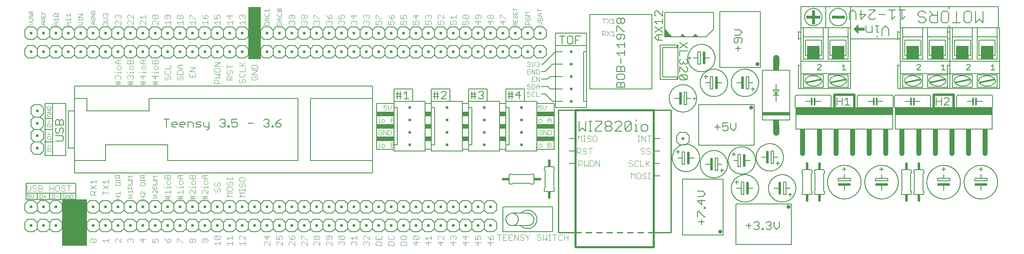
<source format=gto>
G75*
%MOIN*%
%OFA0B0*%
%FSLAX25Y25*%
%IPPOS*%
%LPD*%
%AMOC8*
5,1,8,0,0,1.08239X$1,22.5*
%
%ADD10C,0.00300*%
%ADD11C,0.00800*%
%ADD12C,0.00700*%
%ADD13C,0.00600*%
%ADD14C,0.00400*%
%ADD15R,0.20000X0.37500*%
%ADD16R,0.10000X0.42000*%
%ADD17C,0.00500*%
%ADD18C,0.02000*%
%ADD19C,0.03937*%
%ADD20R,0.78740X0.06102*%
%ADD21R,0.03937X0.15256*%
%ADD22R,0.02000X0.02000*%
%ADD23C,0.01000*%
%ADD24C,0.01600*%
%ADD25R,0.02000X0.10000*%
%ADD26C,0.00591*%
%ADD27R,0.10000X0.11000*%
%ADD28R,0.01500X0.02000*%
%ADD29R,0.02000X0.01500*%
%ADD30C,0.01200*%
%ADD31R,0.10000X0.02000*%
%ADD32C,0.05000*%
%ADD33R,0.22000X0.03000*%
%ADD34R,0.05000X0.03500*%
%ADD35C,0.03198*%
D10*
X0078013Y0040259D02*
X0081717Y0040259D01*
X0079865Y0040259D02*
X0079865Y0042727D01*
X0079248Y0043942D02*
X0078013Y0045176D01*
X0081717Y0045176D01*
X0081717Y0043942D02*
X0081717Y0046410D01*
X0081717Y0042727D02*
X0078013Y0042727D01*
X0088013Y0043955D02*
X0091717Y0043955D01*
X0091717Y0045169D02*
X0091717Y0047638D01*
X0091717Y0048853D02*
X0088013Y0048853D01*
X0088013Y0050704D01*
X0088631Y0051321D01*
X0089865Y0051321D01*
X0090482Y0050704D01*
X0090482Y0048853D01*
X0091717Y0052536D02*
X0090482Y0053770D01*
X0091717Y0055004D01*
X0088013Y0055004D01*
X0088013Y0056219D02*
X0089248Y0057453D01*
X0088013Y0058688D01*
X0091717Y0058688D01*
X0098013Y0059298D02*
X0098013Y0057447D01*
X0101717Y0057447D01*
X0101717Y0056225D02*
X0101717Y0054991D01*
X0101717Y0055608D02*
X0098013Y0055608D01*
X0098013Y0054991D02*
X0098013Y0056225D01*
X0098631Y0053777D02*
X0098013Y0053160D01*
X0098013Y0051308D01*
X0101717Y0051308D01*
X0101717Y0053160D01*
X0101099Y0053777D01*
X0098631Y0053777D01*
X0091717Y0052536D02*
X0088013Y0052536D01*
X0081717Y0053160D02*
X0081099Y0053777D01*
X0078631Y0053777D01*
X0078013Y0053160D01*
X0078013Y0051308D01*
X0081717Y0051308D01*
X0081717Y0053160D01*
X0081717Y0054991D02*
X0081717Y0056225D01*
X0081717Y0055608D02*
X0078013Y0055608D01*
X0078013Y0054991D02*
X0078013Y0056225D01*
X0078013Y0057447D02*
X0078013Y0059298D01*
X0078631Y0059915D01*
X0079865Y0059915D01*
X0080482Y0059298D01*
X0080482Y0057447D01*
X0080482Y0058681D02*
X0081717Y0059915D01*
X0081717Y0057447D02*
X0078013Y0057447D01*
X0088013Y0056219D02*
X0091717Y0056219D01*
X0100482Y0057447D02*
X0100482Y0059298D01*
X0099865Y0059915D01*
X0098631Y0059915D01*
X0098013Y0059298D01*
X0100482Y0058681D02*
X0101717Y0059915D01*
X0108013Y0058688D02*
X0109248Y0057453D01*
X0108013Y0056219D01*
X0111717Y0056219D01*
X0111717Y0055004D02*
X0108013Y0055004D01*
X0110482Y0053770D02*
X0111717Y0055004D01*
X0110482Y0053770D02*
X0111717Y0052536D01*
X0108013Y0052536D01*
X0108631Y0051321D02*
X0109865Y0051321D01*
X0110482Y0050704D01*
X0110482Y0048853D01*
X0111717Y0048853D02*
X0108013Y0048853D01*
X0108013Y0050704D01*
X0108631Y0051321D01*
X0108631Y0047638D02*
X0108013Y0047021D01*
X0108013Y0045787D01*
X0108631Y0045169D01*
X0108013Y0043955D02*
X0111717Y0043955D01*
X0111717Y0045169D02*
X0109248Y0047638D01*
X0108631Y0047638D01*
X0111717Y0047638D02*
X0111717Y0045169D01*
X0109865Y0043955D02*
X0109865Y0041486D01*
X0111717Y0041486D02*
X0108013Y0041486D01*
X0101717Y0040259D02*
X0098013Y0040259D01*
X0099865Y0040259D02*
X0099865Y0042727D01*
X0098631Y0043942D02*
X0098013Y0044559D01*
X0098013Y0045793D01*
X0098631Y0046410D01*
X0099248Y0046410D01*
X0101717Y0043942D01*
X0101717Y0046410D01*
X0101717Y0042727D02*
X0098013Y0042727D01*
X0091717Y0041486D02*
X0088013Y0041486D01*
X0089865Y0041486D02*
X0089865Y0043955D01*
X0089248Y0045169D02*
X0088013Y0046404D01*
X0091717Y0046404D01*
X0043425Y0043513D02*
X0043425Y0041578D01*
X0042941Y0041094D01*
X0041490Y0041094D01*
X0041490Y0043997D01*
X0042941Y0043997D01*
X0043425Y0043513D01*
X0040478Y0043997D02*
X0040478Y0041094D01*
X0038543Y0043997D01*
X0038543Y0041094D01*
X0037532Y0041578D02*
X0037532Y0042545D01*
X0036564Y0042545D01*
X0035597Y0041578D02*
X0035597Y0043513D01*
X0036081Y0043997D01*
X0037048Y0043997D01*
X0037532Y0043513D01*
X0037532Y0041578D02*
X0037048Y0041094D01*
X0036081Y0041094D01*
X0035597Y0041578D01*
X0031952Y0042545D02*
X0030017Y0042545D01*
X0029005Y0041578D02*
X0029005Y0043513D01*
X0028521Y0043997D01*
X0027070Y0043997D01*
X0027070Y0041094D01*
X0028521Y0041094D01*
X0029005Y0041578D01*
X0021952Y0042545D02*
X0020017Y0042545D01*
X0020984Y0041578D02*
X0020984Y0043513D01*
X0019005Y0043513D02*
X0018521Y0043997D01*
X0017070Y0043997D01*
X0017070Y0041094D01*
X0018521Y0041094D01*
X0019005Y0041578D01*
X0019005Y0043513D01*
X0011952Y0043997D02*
X0011952Y0042062D01*
X0010984Y0041094D01*
X0010017Y0042062D01*
X0010017Y0043997D01*
X0009005Y0043997D02*
X0007070Y0043997D01*
X0007070Y0042545D01*
X0008038Y0043029D01*
X0008521Y0043029D01*
X0009005Y0042545D01*
X0009005Y0041578D01*
X0008521Y0041094D01*
X0007554Y0041094D01*
X0007070Y0041578D01*
X0108013Y0058688D02*
X0111717Y0058688D01*
X0025817Y0079231D02*
X0025333Y0078748D01*
X0025817Y0079231D02*
X0025817Y0080199D01*
X0025333Y0080683D01*
X0024365Y0080683D01*
X0023882Y0080199D01*
X0023882Y0079715D01*
X0024365Y0078748D01*
X0022914Y0078748D01*
X0022914Y0080683D01*
X0022914Y0081694D02*
X0024849Y0081694D01*
X0025817Y0082662D01*
X0024849Y0083629D01*
X0022914Y0083629D01*
X0022914Y0088748D02*
X0022914Y0090199D01*
X0023398Y0090683D01*
X0025333Y0090683D01*
X0025817Y0090199D01*
X0025817Y0088748D01*
X0022914Y0088748D01*
X0024365Y0091694D02*
X0024365Y0093629D01*
X0023398Y0092662D02*
X0025333Y0092662D01*
X0025817Y0098748D02*
X0022914Y0098748D01*
X0022914Y0100199D01*
X0023398Y0100683D01*
X0025333Y0100683D01*
X0025817Y0100199D01*
X0025817Y0098748D01*
X0024365Y0101694D02*
X0024365Y0103629D01*
X0023398Y0107274D02*
X0025333Y0107274D01*
X0025817Y0107758D01*
X0025817Y0108726D01*
X0025333Y0109209D01*
X0024365Y0109209D01*
X0024365Y0108242D01*
X0023398Y0109209D02*
X0022914Y0108726D01*
X0022914Y0107758D01*
X0023398Y0107274D01*
X0022914Y0110221D02*
X0025817Y0112156D01*
X0022914Y0112156D01*
X0022914Y0113167D02*
X0022914Y0114619D01*
X0023398Y0115102D01*
X0025333Y0115102D01*
X0025817Y0114619D01*
X0025817Y0113167D01*
X0022914Y0113167D01*
X0022914Y0110221D02*
X0025817Y0110221D01*
X0289764Y0104663D02*
X0290381Y0104663D01*
X0290381Y0102194D01*
X0289764Y0102194D02*
X0290999Y0102194D01*
X0292220Y0102811D02*
X0292837Y0102194D01*
X0294071Y0102194D01*
X0294688Y0102811D01*
X0294688Y0104046D01*
X0294071Y0104663D01*
X0292837Y0104663D01*
X0292220Y0104046D01*
X0292220Y0102811D01*
X0299586Y0102194D02*
X0299586Y0104663D01*
X0300820Y0105897D01*
X0302055Y0104663D01*
X0302055Y0102194D01*
X0302055Y0104046D02*
X0299586Y0104046D01*
X0290381Y0105897D02*
X0290381Y0106514D01*
X0294451Y0112194D02*
X0293834Y0112811D01*
X0294451Y0112194D02*
X0295685Y0112194D01*
X0296302Y0112811D01*
X0296302Y0114046D01*
X0295685Y0114663D01*
X0295068Y0114663D01*
X0293834Y0114046D01*
X0293834Y0115897D01*
X0296302Y0115897D01*
X0297517Y0115897D02*
X0297517Y0113428D01*
X0298751Y0112194D01*
X0299985Y0113428D01*
X0299985Y0115897D01*
X0299210Y0095897D02*
X0297358Y0095897D01*
X0297358Y0092194D01*
X0299210Y0092194D01*
X0299827Y0092811D01*
X0299827Y0095280D01*
X0299210Y0095897D01*
X0296144Y0095897D02*
X0296144Y0092194D01*
X0293675Y0095897D01*
X0293675Y0092194D01*
X0292461Y0092811D02*
X0292461Y0094046D01*
X0291226Y0094046D01*
X0289992Y0095280D02*
X0289992Y0092811D01*
X0290609Y0092194D01*
X0291844Y0092194D01*
X0292461Y0092811D01*
X0292461Y0095280D02*
X0291844Y0095897D01*
X0290609Y0095897D01*
X0289992Y0095280D01*
X0290381Y0086514D02*
X0290381Y0085897D01*
X0290381Y0084663D02*
X0290381Y0082194D01*
X0289764Y0082194D02*
X0290999Y0082194D01*
X0292220Y0082811D02*
X0292837Y0082194D01*
X0294071Y0082194D01*
X0294688Y0082811D01*
X0294688Y0084046D01*
X0294071Y0084663D01*
X0292837Y0084663D01*
X0292220Y0084046D01*
X0292220Y0082811D01*
X0290381Y0084663D02*
X0289764Y0084663D01*
X0299586Y0084046D02*
X0301438Y0084046D01*
X0302055Y0083428D01*
X0302055Y0082811D01*
X0301438Y0082194D01*
X0299586Y0082194D01*
X0299586Y0085897D01*
X0301438Y0085897D01*
X0302055Y0085280D01*
X0302055Y0084663D01*
X0301438Y0084046D01*
X0416264Y0084663D02*
X0416881Y0084663D01*
X0416881Y0082194D01*
X0416264Y0082194D02*
X0417499Y0082194D01*
X0418720Y0082811D02*
X0419337Y0082194D01*
X0420571Y0082194D01*
X0421188Y0082811D01*
X0421188Y0084046D01*
X0420571Y0084663D01*
X0419337Y0084663D01*
X0418720Y0084046D01*
X0418720Y0082811D01*
X0426086Y0082194D02*
X0427938Y0082194D01*
X0428555Y0082811D01*
X0428555Y0083428D01*
X0427938Y0084046D01*
X0426086Y0084046D01*
X0426086Y0085897D02*
X0426086Y0082194D01*
X0427938Y0084046D02*
X0428555Y0084663D01*
X0428555Y0085280D01*
X0427938Y0085897D01*
X0426086Y0085897D01*
X0416881Y0085897D02*
X0416881Y0086514D01*
X0419609Y0092194D02*
X0420844Y0092194D01*
X0421461Y0092811D01*
X0421461Y0094046D01*
X0420226Y0094046D01*
X0418992Y0095280D02*
X0418992Y0092811D01*
X0419609Y0092194D01*
X0422675Y0092194D02*
X0422675Y0095897D01*
X0425144Y0092194D01*
X0425144Y0095897D01*
X0426358Y0095897D02*
X0428210Y0095897D01*
X0428827Y0095280D01*
X0428827Y0092811D01*
X0428210Y0092194D01*
X0426358Y0092194D01*
X0426358Y0095897D01*
X0421461Y0095280D02*
X0420844Y0095897D01*
X0419609Y0095897D01*
X0418992Y0095280D01*
X0419337Y0102194D02*
X0418720Y0102811D01*
X0418720Y0104046D01*
X0419337Y0104663D01*
X0420571Y0104663D01*
X0421188Y0104046D01*
X0421188Y0102811D01*
X0420571Y0102194D01*
X0419337Y0102194D01*
X0417499Y0102194D02*
X0416264Y0102194D01*
X0416881Y0102194D02*
X0416881Y0104663D01*
X0416264Y0104663D01*
X0416881Y0105897D02*
X0416881Y0106514D01*
X0426086Y0104663D02*
X0427320Y0105897D01*
X0428555Y0104663D01*
X0428555Y0102194D01*
X0428555Y0104046D02*
X0426086Y0104046D01*
X0426086Y0104663D02*
X0426086Y0102194D01*
X0423251Y0112194D02*
X0424485Y0113428D01*
X0424485Y0115897D01*
X0422017Y0115897D02*
X0422017Y0113428D01*
X0423251Y0112194D01*
X0420802Y0112811D02*
X0420185Y0112194D01*
X0418951Y0112194D01*
X0418334Y0112811D01*
X0418334Y0114046D02*
X0419568Y0114663D01*
X0420185Y0114663D01*
X0420802Y0114046D01*
X0420802Y0112811D01*
X0418334Y0114046D02*
X0418334Y0115897D01*
X0420802Y0115897D01*
X0419302Y0123194D02*
X0416834Y0123194D01*
X0416834Y0126897D01*
X0415619Y0126280D02*
X0415002Y0126897D01*
X0413768Y0126897D01*
X0413150Y0126280D01*
X0413150Y0123811D01*
X0413768Y0123194D01*
X0415002Y0123194D01*
X0415619Y0123811D01*
X0411936Y0123811D02*
X0411319Y0123194D01*
X0410084Y0123194D01*
X0409467Y0123811D01*
X0410084Y0125046D02*
X0411319Y0125046D01*
X0411936Y0124428D01*
X0411936Y0123811D01*
X0410084Y0125046D02*
X0409467Y0125663D01*
X0409467Y0126280D01*
X0410084Y0126897D01*
X0411319Y0126897D01*
X0411936Y0126280D01*
X0411319Y0129194D02*
X0410084Y0129194D01*
X0409467Y0129811D01*
X0410084Y0131046D02*
X0411319Y0131046D01*
X0411936Y0130428D01*
X0411936Y0129811D01*
X0411319Y0129194D01*
X0413150Y0129194D02*
X0415002Y0129194D01*
X0415619Y0129811D01*
X0415619Y0132280D01*
X0415002Y0132897D01*
X0413150Y0132897D01*
X0413150Y0129194D01*
X0410084Y0131046D02*
X0409467Y0131663D01*
X0409467Y0132280D01*
X0410084Y0132897D01*
X0411319Y0132897D01*
X0411936Y0132280D01*
X0413150Y0135194D02*
X0415619Y0135194D01*
X0416834Y0135194D02*
X0416834Y0138897D01*
X0419302Y0135194D01*
X0419302Y0138897D01*
X0418685Y0141194D02*
X0419302Y0141811D01*
X0419302Y0144280D01*
X0418685Y0144897D01*
X0416834Y0144897D01*
X0416834Y0141194D01*
X0418685Y0141194D01*
X0415619Y0141194D02*
X0415619Y0144897D01*
X0413150Y0144897D02*
X0415619Y0141194D01*
X0415619Y0138897D02*
X0413150Y0138897D01*
X0413150Y0135194D01*
X0413150Y0137046D02*
X0414385Y0137046D01*
X0413150Y0141194D02*
X0413150Y0144897D01*
X0411936Y0144280D02*
X0411319Y0144897D01*
X0410084Y0144897D01*
X0409467Y0144280D01*
X0409467Y0141811D01*
X0410084Y0141194D01*
X0411319Y0141194D01*
X0411936Y0141811D01*
X0411936Y0143046D01*
X0410702Y0143046D01*
X0411319Y0147194D02*
X0410084Y0147194D01*
X0409467Y0147811D01*
X0410702Y0149046D02*
X0411319Y0149046D01*
X0411936Y0148428D01*
X0411936Y0147811D01*
X0411319Y0147194D01*
X0411319Y0149046D02*
X0411936Y0149663D01*
X0411936Y0150280D01*
X0411319Y0150897D01*
X0410084Y0150897D01*
X0409467Y0150280D01*
X0413150Y0150897D02*
X0413150Y0148428D01*
X0414385Y0147194D01*
X0415619Y0148428D01*
X0415619Y0150897D01*
X0416834Y0150280D02*
X0417451Y0150897D01*
X0418685Y0150897D01*
X0419302Y0150280D01*
X0419302Y0149663D01*
X0418685Y0149046D01*
X0419302Y0148428D01*
X0419302Y0147811D01*
X0418685Y0147194D01*
X0417451Y0147194D01*
X0416834Y0147811D01*
X0418068Y0149046D02*
X0418685Y0149046D01*
X0418068Y0132897D02*
X0419302Y0131663D01*
X0419302Y0129194D01*
X0419302Y0131046D02*
X0416834Y0131046D01*
X0416834Y0131663D02*
X0416834Y0129194D01*
X0416834Y0131663D02*
X0418068Y0132897D01*
X0469992Y0172194D02*
X0469992Y0175897D01*
X0471844Y0175897D01*
X0472461Y0175280D01*
X0472461Y0174046D01*
X0471844Y0173428D01*
X0469992Y0173428D01*
X0471226Y0173428D02*
X0472461Y0172194D01*
X0473675Y0172194D02*
X0476144Y0175897D01*
X0477358Y0174663D02*
X0478593Y0175897D01*
X0478593Y0172194D01*
X0479827Y0172194D02*
X0477358Y0172194D01*
X0476144Y0172194D02*
X0473675Y0175897D01*
X0473675Y0182194D02*
X0476144Y0185897D01*
X0477358Y0184663D02*
X0478593Y0185897D01*
X0478593Y0182194D01*
X0479827Y0182194D02*
X0477358Y0182194D01*
X0476144Y0182194D02*
X0473675Y0185897D01*
X0472461Y0185897D02*
X0469992Y0185897D01*
X0471226Y0185897D02*
X0471226Y0182194D01*
X0421717Y0181562D02*
X0420482Y0182797D01*
X0418013Y0182797D01*
X0418013Y0184011D02*
X0418013Y0185863D01*
X0418631Y0186480D01*
X0419248Y0186480D01*
X0419865Y0185863D01*
X0419865Y0184011D01*
X0421717Y0184011D02*
X0418013Y0184011D01*
X0419865Y0185863D02*
X0420482Y0186480D01*
X0421099Y0186480D01*
X0421717Y0185863D01*
X0421717Y0184011D01*
X0421717Y0181562D02*
X0420482Y0180328D01*
X0418013Y0180328D01*
X0411717Y0181169D02*
X0408013Y0181169D01*
X0408013Y0183021D01*
X0408631Y0183638D01*
X0409865Y0183638D01*
X0410482Y0183021D01*
X0410482Y0181169D01*
X0401317Y0180328D02*
X0398414Y0180328D01*
X0398414Y0181779D01*
X0398898Y0182263D01*
X0399865Y0182263D01*
X0400349Y0181779D01*
X0400349Y0180328D01*
X0400349Y0181295D02*
X0401317Y0182263D01*
X0401317Y0183274D02*
X0401317Y0185209D01*
X0400833Y0186221D02*
X0401317Y0186705D01*
X0401317Y0187672D01*
X0400833Y0188156D01*
X0400349Y0188156D01*
X0399865Y0187672D01*
X0399865Y0186705D01*
X0399382Y0186221D01*
X0398898Y0186221D01*
X0398414Y0186705D01*
X0398414Y0187672D01*
X0398898Y0188156D01*
X0398414Y0189167D02*
X0401317Y0189167D01*
X0401317Y0191102D01*
X0399865Y0190135D02*
X0399865Y0189167D01*
X0398414Y0189167D02*
X0398414Y0191102D01*
X0398414Y0192114D02*
X0398414Y0194049D01*
X0398414Y0193081D02*
X0401317Y0193081D01*
X0408013Y0191004D02*
X0411717Y0191004D01*
X0411717Y0188536D02*
X0408013Y0188536D01*
X0409248Y0189770D01*
X0408013Y0191004D01*
X0418013Y0191377D02*
X0418013Y0193846D01*
X0418013Y0192612D02*
X0421717Y0192612D01*
X0421717Y0190163D02*
X0419248Y0190163D01*
X0418013Y0188928D01*
X0419248Y0187694D01*
X0421717Y0187694D01*
X0419865Y0187694D02*
X0419865Y0190163D01*
X0411717Y0186704D02*
X0411099Y0187321D01*
X0409865Y0187321D01*
X0409865Y0186087D01*
X0408631Y0187321D02*
X0408013Y0186704D01*
X0408013Y0185470D01*
X0408631Y0184853D01*
X0411099Y0184853D01*
X0411717Y0185470D01*
X0411717Y0186704D01*
X0399865Y0184242D02*
X0399865Y0183274D01*
X0398414Y0183274D02*
X0401317Y0183274D01*
X0398414Y0183274D02*
X0398414Y0185209D01*
X0211717Y0184011D02*
X0209248Y0184011D01*
X0208013Y0185245D01*
X0209248Y0186480D01*
X0211717Y0186480D01*
X0211099Y0187694D02*
X0211717Y0188311D01*
X0211717Y0189546D01*
X0211099Y0190163D01*
X0211099Y0191377D02*
X0208631Y0193846D01*
X0211099Y0193846D01*
X0211717Y0193229D01*
X0211717Y0191994D01*
X0211099Y0191377D01*
X0208631Y0191377D01*
X0208013Y0191994D01*
X0208013Y0193229D01*
X0208631Y0193846D01*
X0201717Y0193846D02*
X0201717Y0191377D01*
X0201717Y0192612D02*
X0198013Y0192612D01*
X0199248Y0191377D01*
X0198631Y0190163D02*
X0198013Y0189546D01*
X0198013Y0188311D01*
X0198631Y0187694D01*
X0201099Y0187694D01*
X0201717Y0188311D01*
X0201717Y0189546D01*
X0201099Y0190163D01*
X0201717Y0186480D02*
X0199248Y0186480D01*
X0198013Y0185245D01*
X0199248Y0184011D01*
X0201717Y0184011D01*
X0201099Y0182797D02*
X0198631Y0182797D01*
X0198013Y0182179D01*
X0198013Y0180328D01*
X0201717Y0180328D01*
X0201717Y0182179D01*
X0201099Y0182797D01*
X0199865Y0184011D02*
X0199865Y0186480D01*
X0208013Y0188311D02*
X0208631Y0187694D01*
X0211099Y0187694D01*
X0209865Y0186480D02*
X0209865Y0184011D01*
X0208631Y0182797D02*
X0208013Y0182179D01*
X0208013Y0180328D01*
X0211717Y0180328D01*
X0211717Y0182179D01*
X0211099Y0182797D01*
X0208631Y0182797D01*
X0208013Y0188311D02*
X0208013Y0189546D01*
X0208631Y0190163D01*
X0071717Y0189387D02*
X0071717Y0188153D01*
X0071099Y0187536D01*
X0070482Y0186321D02*
X0068013Y0186321D01*
X0068631Y0187536D02*
X0068013Y0188153D01*
X0068013Y0189387D01*
X0068631Y0190004D01*
X0069248Y0190004D01*
X0069865Y0189387D01*
X0070482Y0190004D01*
X0071099Y0190004D01*
X0071717Y0189387D01*
X0069865Y0189387D02*
X0069865Y0188770D01*
X0070482Y0186321D02*
X0071717Y0185087D01*
X0070482Y0183853D01*
X0068013Y0183853D01*
X0068631Y0182638D02*
X0069248Y0182638D01*
X0069865Y0182021D01*
X0070482Y0182638D01*
X0071099Y0182638D01*
X0071717Y0182021D01*
X0071717Y0180787D01*
X0071099Y0180169D01*
X0069865Y0181404D02*
X0069865Y0182021D01*
X0068631Y0182638D02*
X0068013Y0182021D01*
X0068013Y0180787D01*
X0068631Y0180169D01*
X0061317Y0181301D02*
X0059382Y0181301D01*
X0058414Y0182269D01*
X0059382Y0183236D01*
X0061317Y0183236D01*
X0060833Y0184248D02*
X0061317Y0184731D01*
X0061317Y0185699D01*
X0060833Y0186183D01*
X0059865Y0186183D01*
X0059865Y0185215D01*
X0058898Y0184248D02*
X0060833Y0184248D01*
X0059865Y0183236D02*
X0059865Y0181301D01*
X0051717Y0182018D02*
X0050482Y0183252D01*
X0048013Y0183252D01*
X0048013Y0184466D02*
X0048013Y0185701D01*
X0048013Y0185084D02*
X0051717Y0185084D01*
X0051717Y0185701D02*
X0051717Y0184466D01*
X0051717Y0186922D02*
X0048013Y0186922D01*
X0051717Y0189391D01*
X0048013Y0189391D01*
X0041717Y0190004D02*
X0041717Y0187536D01*
X0041717Y0186321D02*
X0041717Y0183853D01*
X0041717Y0182638D02*
X0039248Y0182638D01*
X0038013Y0181404D01*
X0039248Y0180169D01*
X0041717Y0180169D01*
X0039865Y0180169D02*
X0039865Y0182638D01*
X0039248Y0183853D02*
X0038013Y0185087D01*
X0041717Y0185087D01*
X0039248Y0187536D02*
X0038013Y0188770D01*
X0041717Y0188770D01*
X0031717Y0188153D02*
X0031099Y0187536D01*
X0028631Y0190004D01*
X0031099Y0190004D01*
X0031717Y0189387D01*
X0031717Y0188153D01*
X0031099Y0187536D02*
X0028631Y0187536D01*
X0028013Y0188153D01*
X0028013Y0189387D01*
X0028631Y0190004D01*
X0031717Y0186321D02*
X0031717Y0183853D01*
X0031717Y0182638D02*
X0029248Y0182638D01*
X0028013Y0181404D01*
X0029248Y0180169D01*
X0031717Y0180169D01*
X0029865Y0180169D02*
X0029865Y0182638D01*
X0029248Y0183853D02*
X0028013Y0185087D01*
X0031717Y0185087D01*
X0021317Y0185683D02*
X0020349Y0184715D01*
X0020349Y0185199D02*
X0020349Y0183748D01*
X0021317Y0183748D02*
X0018414Y0183748D01*
X0018414Y0185199D01*
X0018898Y0185683D01*
X0019865Y0185683D01*
X0020349Y0185199D01*
X0019865Y0186694D02*
X0019865Y0187662D01*
X0018414Y0188629D02*
X0018414Y0186694D01*
X0021317Y0186694D01*
X0021317Y0188629D01*
X0021317Y0189641D02*
X0018414Y0189641D01*
X0018414Y0191576D01*
X0019865Y0190608D02*
X0019865Y0189641D01*
X0011317Y0189641D02*
X0011317Y0191092D01*
X0010833Y0191576D01*
X0010349Y0191576D01*
X0009865Y0191092D01*
X0009865Y0189641D01*
X0010349Y0188629D02*
X0010833Y0188629D01*
X0011317Y0188145D01*
X0011317Y0187178D01*
X0010833Y0186694D01*
X0010833Y0185683D02*
X0008414Y0185683D01*
X0008898Y0186694D02*
X0009382Y0186694D01*
X0009865Y0187178D01*
X0009865Y0188145D01*
X0010349Y0188629D01*
X0011317Y0189641D02*
X0008414Y0189641D01*
X0008414Y0191092D01*
X0008898Y0191576D01*
X0009382Y0191576D01*
X0009865Y0191092D01*
X0008898Y0188629D02*
X0008414Y0188145D01*
X0008414Y0187178D01*
X0008898Y0186694D01*
X0010833Y0185683D02*
X0011317Y0185199D01*
X0011317Y0184231D01*
X0010833Y0183748D01*
X0008414Y0183748D01*
X0008414Y0182736D02*
X0010349Y0182736D01*
X0011317Y0181769D01*
X0010349Y0180801D01*
X0008414Y0180801D01*
X0018414Y0181769D02*
X0019382Y0182736D01*
X0021317Y0182736D01*
X0019865Y0182736D02*
X0019865Y0180801D01*
X0019382Y0180801D02*
X0018414Y0181769D01*
X0019382Y0180801D02*
X0021317Y0180801D01*
X0048013Y0180783D02*
X0050482Y0180783D01*
X0051717Y0182018D01*
X0058414Y0184731D02*
X0058898Y0184248D01*
X0058414Y0184731D02*
X0058414Y0185699D01*
X0058898Y0186183D01*
X0058414Y0187194D02*
X0061317Y0189129D01*
X0058414Y0189129D01*
X0058414Y0190141D02*
X0058414Y0191592D01*
X0058898Y0192076D01*
X0060833Y0192076D01*
X0061317Y0191592D01*
X0061317Y0190141D01*
X0058414Y0190141D01*
X0058414Y0187194D02*
X0061317Y0187194D01*
X0634367Y0187106D02*
X0645367Y0187106D01*
X0645367Y0186808D02*
X0634367Y0186808D01*
X0634367Y0186509D02*
X0645367Y0186509D01*
X0645367Y0186211D02*
X0634367Y0186211D01*
X0634367Y0186044D02*
X0634367Y0188044D01*
X0638867Y0188044D01*
X0638867Y0192544D01*
X0640867Y0192544D01*
X0640867Y0188044D01*
X0645367Y0188044D01*
X0645367Y0186044D01*
X0640867Y0186044D01*
X0640867Y0181544D01*
X0638867Y0181544D01*
X0638867Y0186044D01*
X0634367Y0186044D01*
X0634367Y0187405D02*
X0645367Y0187405D01*
X0645367Y0187703D02*
X0634367Y0187703D01*
X0634367Y0188002D02*
X0645367Y0188002D01*
X0640867Y0188300D02*
X0638867Y0188300D01*
X0638867Y0188599D02*
X0640867Y0188599D01*
X0640867Y0188897D02*
X0638867Y0188897D01*
X0638867Y0189196D02*
X0640867Y0189196D01*
X0640867Y0189494D02*
X0638867Y0189494D01*
X0638867Y0189793D02*
X0640867Y0189793D01*
X0640867Y0190091D02*
X0638867Y0190091D01*
X0638867Y0190390D02*
X0640867Y0190390D01*
X0640867Y0190688D02*
X0638867Y0190688D01*
X0638867Y0190987D02*
X0640867Y0190987D01*
X0640867Y0191285D02*
X0638867Y0191285D01*
X0638867Y0191584D02*
X0640867Y0191584D01*
X0640867Y0191882D02*
X0638867Y0191882D01*
X0638867Y0192181D02*
X0640867Y0192181D01*
X0640867Y0192479D02*
X0638867Y0192479D01*
X0654867Y0188044D02*
X0664867Y0188044D01*
X0664867Y0186044D01*
X0654867Y0186044D01*
X0654867Y0188044D01*
X0654867Y0188002D02*
X0664867Y0188002D01*
X0664867Y0187703D02*
X0654867Y0187703D01*
X0654867Y0187405D02*
X0664867Y0187405D01*
X0664867Y0187106D02*
X0654867Y0187106D01*
X0654867Y0186808D02*
X0664867Y0186808D01*
X0664867Y0186509D02*
X0654867Y0186509D01*
X0654867Y0186211D02*
X0664867Y0186211D01*
X0672367Y0177544D02*
X0675867Y0181044D01*
X0675867Y0178544D01*
X0680867Y0178544D01*
X0680867Y0176544D01*
X0675867Y0176544D01*
X0675867Y0174044D01*
X0672367Y0177544D01*
X0672376Y0177554D02*
X0680867Y0177554D01*
X0680867Y0177852D02*
X0672675Y0177852D01*
X0672973Y0178151D02*
X0680867Y0178151D01*
X0680867Y0178449D02*
X0673272Y0178449D01*
X0673570Y0178748D02*
X0675867Y0178748D01*
X0675867Y0179046D02*
X0673869Y0179046D01*
X0674167Y0179345D02*
X0675867Y0179345D01*
X0675867Y0179643D02*
X0674466Y0179643D01*
X0674765Y0179942D02*
X0675867Y0179942D01*
X0675867Y0180240D02*
X0675063Y0180240D01*
X0675362Y0180539D02*
X0675867Y0180539D01*
X0675867Y0180837D02*
X0675660Y0180837D01*
X0675867Y0176360D02*
X0673551Y0176360D01*
X0673252Y0176658D02*
X0680867Y0176658D01*
X0680867Y0176957D02*
X0672954Y0176957D01*
X0672655Y0177255D02*
X0680867Y0177255D01*
X0675867Y0176061D02*
X0673849Y0176061D01*
X0674148Y0175763D02*
X0675867Y0175763D01*
X0675867Y0175464D02*
X0674446Y0175464D01*
X0674745Y0175166D02*
X0675867Y0175166D01*
X0675867Y0174867D02*
X0675043Y0174867D01*
X0675342Y0174569D02*
X0675867Y0174569D01*
X0675867Y0174270D02*
X0675641Y0174270D01*
X0640867Y0181733D02*
X0638867Y0181733D01*
X0638867Y0182032D02*
X0640867Y0182032D01*
X0640867Y0182330D02*
X0638867Y0182330D01*
X0638867Y0182629D02*
X0640867Y0182629D01*
X0640867Y0182927D02*
X0638867Y0182927D01*
X0638867Y0183226D02*
X0640867Y0183226D01*
X0640867Y0183524D02*
X0638867Y0183524D01*
X0638867Y0183823D02*
X0640867Y0183823D01*
X0640867Y0184121D02*
X0638867Y0184121D01*
X0638867Y0184420D02*
X0640867Y0184420D01*
X0640867Y0184718D02*
X0638867Y0184718D01*
X0638867Y0185017D02*
X0640867Y0185017D01*
X0640867Y0185315D02*
X0638867Y0185315D01*
X0638867Y0185614D02*
X0640867Y0185614D01*
X0640867Y0185912D02*
X0638867Y0185912D01*
D11*
X0632867Y0187044D02*
X0632869Y0187216D01*
X0632875Y0187387D01*
X0632886Y0187559D01*
X0632901Y0187730D01*
X0632920Y0187901D01*
X0632943Y0188071D01*
X0632970Y0188241D01*
X0633002Y0188410D01*
X0633037Y0188578D01*
X0633077Y0188745D01*
X0633121Y0188911D01*
X0633168Y0189076D01*
X0633220Y0189240D01*
X0633276Y0189402D01*
X0633336Y0189563D01*
X0633400Y0189723D01*
X0633468Y0189881D01*
X0633539Y0190037D01*
X0633614Y0190191D01*
X0633694Y0190344D01*
X0633776Y0190494D01*
X0633863Y0190643D01*
X0633953Y0190789D01*
X0634047Y0190933D01*
X0634144Y0191075D01*
X0634245Y0191214D01*
X0634349Y0191351D01*
X0634456Y0191485D01*
X0634567Y0191616D01*
X0634680Y0191745D01*
X0634797Y0191871D01*
X0634917Y0191994D01*
X0635040Y0192114D01*
X0635166Y0192231D01*
X0635295Y0192344D01*
X0635426Y0192455D01*
X0635560Y0192562D01*
X0635697Y0192666D01*
X0635836Y0192767D01*
X0635978Y0192864D01*
X0636122Y0192958D01*
X0636268Y0193048D01*
X0636417Y0193135D01*
X0636567Y0193217D01*
X0636720Y0193297D01*
X0636874Y0193372D01*
X0637030Y0193443D01*
X0637188Y0193511D01*
X0637348Y0193575D01*
X0637509Y0193635D01*
X0637671Y0193691D01*
X0637835Y0193743D01*
X0638000Y0193790D01*
X0638166Y0193834D01*
X0638333Y0193874D01*
X0638501Y0193909D01*
X0638670Y0193941D01*
X0638840Y0193968D01*
X0639010Y0193991D01*
X0639181Y0194010D01*
X0639352Y0194025D01*
X0639524Y0194036D01*
X0639695Y0194042D01*
X0639867Y0194044D01*
X0640039Y0194042D01*
X0640210Y0194036D01*
X0640382Y0194025D01*
X0640553Y0194010D01*
X0640724Y0193991D01*
X0640894Y0193968D01*
X0641064Y0193941D01*
X0641233Y0193909D01*
X0641401Y0193874D01*
X0641568Y0193834D01*
X0641734Y0193790D01*
X0641899Y0193743D01*
X0642063Y0193691D01*
X0642225Y0193635D01*
X0642386Y0193575D01*
X0642546Y0193511D01*
X0642704Y0193443D01*
X0642860Y0193372D01*
X0643014Y0193297D01*
X0643167Y0193217D01*
X0643317Y0193135D01*
X0643466Y0193048D01*
X0643612Y0192958D01*
X0643756Y0192864D01*
X0643898Y0192767D01*
X0644037Y0192666D01*
X0644174Y0192562D01*
X0644308Y0192455D01*
X0644439Y0192344D01*
X0644568Y0192231D01*
X0644694Y0192114D01*
X0644817Y0191994D01*
X0644937Y0191871D01*
X0645054Y0191745D01*
X0645167Y0191616D01*
X0645278Y0191485D01*
X0645385Y0191351D01*
X0645489Y0191214D01*
X0645590Y0191075D01*
X0645687Y0190933D01*
X0645781Y0190789D01*
X0645871Y0190643D01*
X0645958Y0190494D01*
X0646040Y0190344D01*
X0646120Y0190191D01*
X0646195Y0190037D01*
X0646266Y0189881D01*
X0646334Y0189723D01*
X0646398Y0189563D01*
X0646458Y0189402D01*
X0646514Y0189240D01*
X0646566Y0189076D01*
X0646613Y0188911D01*
X0646657Y0188745D01*
X0646697Y0188578D01*
X0646732Y0188410D01*
X0646764Y0188241D01*
X0646791Y0188071D01*
X0646814Y0187901D01*
X0646833Y0187730D01*
X0646848Y0187559D01*
X0646859Y0187387D01*
X0646865Y0187216D01*
X0646867Y0187044D01*
X0646865Y0186872D01*
X0646859Y0186701D01*
X0646848Y0186529D01*
X0646833Y0186358D01*
X0646814Y0186187D01*
X0646791Y0186017D01*
X0646764Y0185847D01*
X0646732Y0185678D01*
X0646697Y0185510D01*
X0646657Y0185343D01*
X0646613Y0185177D01*
X0646566Y0185012D01*
X0646514Y0184848D01*
X0646458Y0184686D01*
X0646398Y0184525D01*
X0646334Y0184365D01*
X0646266Y0184207D01*
X0646195Y0184051D01*
X0646120Y0183897D01*
X0646040Y0183744D01*
X0645958Y0183594D01*
X0645871Y0183445D01*
X0645781Y0183299D01*
X0645687Y0183155D01*
X0645590Y0183013D01*
X0645489Y0182874D01*
X0645385Y0182737D01*
X0645278Y0182603D01*
X0645167Y0182472D01*
X0645054Y0182343D01*
X0644937Y0182217D01*
X0644817Y0182094D01*
X0644694Y0181974D01*
X0644568Y0181857D01*
X0644439Y0181744D01*
X0644308Y0181633D01*
X0644174Y0181526D01*
X0644037Y0181422D01*
X0643898Y0181321D01*
X0643756Y0181224D01*
X0643612Y0181130D01*
X0643466Y0181040D01*
X0643317Y0180953D01*
X0643167Y0180871D01*
X0643014Y0180791D01*
X0642860Y0180716D01*
X0642704Y0180645D01*
X0642546Y0180577D01*
X0642386Y0180513D01*
X0642225Y0180453D01*
X0642063Y0180397D01*
X0641899Y0180345D01*
X0641734Y0180298D01*
X0641568Y0180254D01*
X0641401Y0180214D01*
X0641233Y0180179D01*
X0641064Y0180147D01*
X0640894Y0180120D01*
X0640724Y0180097D01*
X0640553Y0180078D01*
X0640382Y0180063D01*
X0640210Y0180052D01*
X0640039Y0180046D01*
X0639867Y0180044D01*
X0639695Y0180046D01*
X0639524Y0180052D01*
X0639352Y0180063D01*
X0639181Y0180078D01*
X0639010Y0180097D01*
X0638840Y0180120D01*
X0638670Y0180147D01*
X0638501Y0180179D01*
X0638333Y0180214D01*
X0638166Y0180254D01*
X0638000Y0180298D01*
X0637835Y0180345D01*
X0637671Y0180397D01*
X0637509Y0180453D01*
X0637348Y0180513D01*
X0637188Y0180577D01*
X0637030Y0180645D01*
X0636874Y0180716D01*
X0636720Y0180791D01*
X0636567Y0180871D01*
X0636417Y0180953D01*
X0636268Y0181040D01*
X0636122Y0181130D01*
X0635978Y0181224D01*
X0635836Y0181321D01*
X0635697Y0181422D01*
X0635560Y0181526D01*
X0635426Y0181633D01*
X0635295Y0181744D01*
X0635166Y0181857D01*
X0635040Y0181974D01*
X0634917Y0182094D01*
X0634797Y0182217D01*
X0634680Y0182343D01*
X0634567Y0182472D01*
X0634456Y0182603D01*
X0634349Y0182737D01*
X0634245Y0182874D01*
X0634144Y0183013D01*
X0634047Y0183155D01*
X0633953Y0183299D01*
X0633863Y0183445D01*
X0633776Y0183594D01*
X0633694Y0183744D01*
X0633614Y0183897D01*
X0633539Y0184051D01*
X0633468Y0184207D01*
X0633400Y0184365D01*
X0633336Y0184525D01*
X0633276Y0184686D01*
X0633220Y0184848D01*
X0633168Y0185012D01*
X0633121Y0185177D01*
X0633077Y0185343D01*
X0633037Y0185510D01*
X0633002Y0185678D01*
X0632970Y0185847D01*
X0632943Y0186017D01*
X0632920Y0186187D01*
X0632901Y0186358D01*
X0632886Y0186529D01*
X0632875Y0186701D01*
X0632869Y0186872D01*
X0632867Y0187044D01*
X0629867Y0178544D02*
X0649867Y0178544D01*
X0649867Y0195544D01*
X0669867Y0195544D01*
X0709867Y0195544D01*
X0749367Y0195544D01*
X0749367Y0193544D01*
X0749367Y0195544D02*
X0788867Y0195544D01*
X0788867Y0178544D01*
X0749367Y0178544D01*
X0749367Y0180544D01*
X0749367Y0178544D02*
X0709867Y0178544D01*
X0709867Y0169544D01*
X0669867Y0169544D01*
X0669867Y0178544D01*
X0649867Y0178544D01*
X0629867Y0178544D02*
X0629867Y0195544D01*
X0649867Y0195544D01*
X0669867Y0195544D02*
X0669867Y0178544D01*
X0652867Y0187044D02*
X0652869Y0187216D01*
X0652875Y0187387D01*
X0652886Y0187559D01*
X0652901Y0187730D01*
X0652920Y0187901D01*
X0652943Y0188071D01*
X0652970Y0188241D01*
X0653002Y0188410D01*
X0653037Y0188578D01*
X0653077Y0188745D01*
X0653121Y0188911D01*
X0653168Y0189076D01*
X0653220Y0189240D01*
X0653276Y0189402D01*
X0653336Y0189563D01*
X0653400Y0189723D01*
X0653468Y0189881D01*
X0653539Y0190037D01*
X0653614Y0190191D01*
X0653694Y0190344D01*
X0653776Y0190494D01*
X0653863Y0190643D01*
X0653953Y0190789D01*
X0654047Y0190933D01*
X0654144Y0191075D01*
X0654245Y0191214D01*
X0654349Y0191351D01*
X0654456Y0191485D01*
X0654567Y0191616D01*
X0654680Y0191745D01*
X0654797Y0191871D01*
X0654917Y0191994D01*
X0655040Y0192114D01*
X0655166Y0192231D01*
X0655295Y0192344D01*
X0655426Y0192455D01*
X0655560Y0192562D01*
X0655697Y0192666D01*
X0655836Y0192767D01*
X0655978Y0192864D01*
X0656122Y0192958D01*
X0656268Y0193048D01*
X0656417Y0193135D01*
X0656567Y0193217D01*
X0656720Y0193297D01*
X0656874Y0193372D01*
X0657030Y0193443D01*
X0657188Y0193511D01*
X0657348Y0193575D01*
X0657509Y0193635D01*
X0657671Y0193691D01*
X0657835Y0193743D01*
X0658000Y0193790D01*
X0658166Y0193834D01*
X0658333Y0193874D01*
X0658501Y0193909D01*
X0658670Y0193941D01*
X0658840Y0193968D01*
X0659010Y0193991D01*
X0659181Y0194010D01*
X0659352Y0194025D01*
X0659524Y0194036D01*
X0659695Y0194042D01*
X0659867Y0194044D01*
X0660039Y0194042D01*
X0660210Y0194036D01*
X0660382Y0194025D01*
X0660553Y0194010D01*
X0660724Y0193991D01*
X0660894Y0193968D01*
X0661064Y0193941D01*
X0661233Y0193909D01*
X0661401Y0193874D01*
X0661568Y0193834D01*
X0661734Y0193790D01*
X0661899Y0193743D01*
X0662063Y0193691D01*
X0662225Y0193635D01*
X0662386Y0193575D01*
X0662546Y0193511D01*
X0662704Y0193443D01*
X0662860Y0193372D01*
X0663014Y0193297D01*
X0663167Y0193217D01*
X0663317Y0193135D01*
X0663466Y0193048D01*
X0663612Y0192958D01*
X0663756Y0192864D01*
X0663898Y0192767D01*
X0664037Y0192666D01*
X0664174Y0192562D01*
X0664308Y0192455D01*
X0664439Y0192344D01*
X0664568Y0192231D01*
X0664694Y0192114D01*
X0664817Y0191994D01*
X0664937Y0191871D01*
X0665054Y0191745D01*
X0665167Y0191616D01*
X0665278Y0191485D01*
X0665385Y0191351D01*
X0665489Y0191214D01*
X0665590Y0191075D01*
X0665687Y0190933D01*
X0665781Y0190789D01*
X0665871Y0190643D01*
X0665958Y0190494D01*
X0666040Y0190344D01*
X0666120Y0190191D01*
X0666195Y0190037D01*
X0666266Y0189881D01*
X0666334Y0189723D01*
X0666398Y0189563D01*
X0666458Y0189402D01*
X0666514Y0189240D01*
X0666566Y0189076D01*
X0666613Y0188911D01*
X0666657Y0188745D01*
X0666697Y0188578D01*
X0666732Y0188410D01*
X0666764Y0188241D01*
X0666791Y0188071D01*
X0666814Y0187901D01*
X0666833Y0187730D01*
X0666848Y0187559D01*
X0666859Y0187387D01*
X0666865Y0187216D01*
X0666867Y0187044D01*
X0666865Y0186872D01*
X0666859Y0186701D01*
X0666848Y0186529D01*
X0666833Y0186358D01*
X0666814Y0186187D01*
X0666791Y0186017D01*
X0666764Y0185847D01*
X0666732Y0185678D01*
X0666697Y0185510D01*
X0666657Y0185343D01*
X0666613Y0185177D01*
X0666566Y0185012D01*
X0666514Y0184848D01*
X0666458Y0184686D01*
X0666398Y0184525D01*
X0666334Y0184365D01*
X0666266Y0184207D01*
X0666195Y0184051D01*
X0666120Y0183897D01*
X0666040Y0183744D01*
X0665958Y0183594D01*
X0665871Y0183445D01*
X0665781Y0183299D01*
X0665687Y0183155D01*
X0665590Y0183013D01*
X0665489Y0182874D01*
X0665385Y0182737D01*
X0665278Y0182603D01*
X0665167Y0182472D01*
X0665054Y0182343D01*
X0664937Y0182217D01*
X0664817Y0182094D01*
X0664694Y0181974D01*
X0664568Y0181857D01*
X0664439Y0181744D01*
X0664308Y0181633D01*
X0664174Y0181526D01*
X0664037Y0181422D01*
X0663898Y0181321D01*
X0663756Y0181224D01*
X0663612Y0181130D01*
X0663466Y0181040D01*
X0663317Y0180953D01*
X0663167Y0180871D01*
X0663014Y0180791D01*
X0662860Y0180716D01*
X0662704Y0180645D01*
X0662546Y0180577D01*
X0662386Y0180513D01*
X0662225Y0180453D01*
X0662063Y0180397D01*
X0661899Y0180345D01*
X0661734Y0180298D01*
X0661568Y0180254D01*
X0661401Y0180214D01*
X0661233Y0180179D01*
X0661064Y0180147D01*
X0660894Y0180120D01*
X0660724Y0180097D01*
X0660553Y0180078D01*
X0660382Y0180063D01*
X0660210Y0180052D01*
X0660039Y0180046D01*
X0659867Y0180044D01*
X0659695Y0180046D01*
X0659524Y0180052D01*
X0659352Y0180063D01*
X0659181Y0180078D01*
X0659010Y0180097D01*
X0658840Y0180120D01*
X0658670Y0180147D01*
X0658501Y0180179D01*
X0658333Y0180214D01*
X0658166Y0180254D01*
X0658000Y0180298D01*
X0657835Y0180345D01*
X0657671Y0180397D01*
X0657509Y0180453D01*
X0657348Y0180513D01*
X0657188Y0180577D01*
X0657030Y0180645D01*
X0656874Y0180716D01*
X0656720Y0180791D01*
X0656567Y0180871D01*
X0656417Y0180953D01*
X0656268Y0181040D01*
X0656122Y0181130D01*
X0655978Y0181224D01*
X0655836Y0181321D01*
X0655697Y0181422D01*
X0655560Y0181526D01*
X0655426Y0181633D01*
X0655295Y0181744D01*
X0655166Y0181857D01*
X0655040Y0181974D01*
X0654917Y0182094D01*
X0654797Y0182217D01*
X0654680Y0182343D01*
X0654567Y0182472D01*
X0654456Y0182603D01*
X0654349Y0182737D01*
X0654245Y0182874D01*
X0654144Y0183013D01*
X0654047Y0183155D01*
X0653953Y0183299D01*
X0653863Y0183445D01*
X0653776Y0183594D01*
X0653694Y0183744D01*
X0653614Y0183897D01*
X0653539Y0184051D01*
X0653468Y0184207D01*
X0653400Y0184365D01*
X0653336Y0184525D01*
X0653276Y0184686D01*
X0653220Y0184848D01*
X0653168Y0185012D01*
X0653121Y0185177D01*
X0653077Y0185343D01*
X0653037Y0185510D01*
X0653002Y0185678D01*
X0652970Y0185847D01*
X0652943Y0186017D01*
X0652920Y0186187D01*
X0652901Y0186358D01*
X0652886Y0186529D01*
X0652875Y0186701D01*
X0652869Y0186872D01*
X0652867Y0187044D01*
X0597347Y0191472D02*
X0564512Y0191472D01*
X0564512Y0146616D01*
X0597347Y0146616D01*
X0597347Y0191472D01*
X0709867Y0195544D02*
X0709867Y0178544D01*
X0724412Y0183971D02*
X0725947Y0182436D01*
X0729016Y0182436D01*
X0730551Y0183971D01*
X0730551Y0185506D01*
X0729016Y0187040D01*
X0725947Y0187040D01*
X0724412Y0188575D01*
X0724412Y0190109D01*
X0725947Y0191644D01*
X0729016Y0191644D01*
X0730551Y0190109D01*
X0733620Y0191644D02*
X0736690Y0188575D01*
X0735155Y0188575D02*
X0739759Y0188575D01*
X0739759Y0191644D02*
X0739759Y0182436D01*
X0735155Y0182436D01*
X0733620Y0183971D01*
X0733620Y0187040D01*
X0735155Y0188575D01*
X0742828Y0190109D02*
X0744363Y0191644D01*
X0747432Y0191644D01*
X0748967Y0190109D01*
X0748967Y0183971D01*
X0747432Y0182436D01*
X0744363Y0182436D01*
X0742828Y0183971D01*
X0742828Y0190109D01*
X0755105Y0191644D02*
X0755105Y0182436D01*
X0752036Y0182436D02*
X0758175Y0182436D01*
X0761244Y0183971D02*
X0762778Y0182436D01*
X0765848Y0182436D01*
X0767382Y0183971D01*
X0767382Y0190109D01*
X0765848Y0191644D01*
X0762778Y0191644D01*
X0761244Y0190109D01*
X0761244Y0183971D01*
X0770452Y0182436D02*
X0770452Y0191644D01*
X0776590Y0191644D02*
X0776590Y0182436D01*
X0773521Y0185506D01*
X0770452Y0182436D01*
X0592295Y0116524D02*
X0547438Y0116524D01*
X0547438Y0083690D01*
X0592295Y0083690D01*
X0592295Y0116524D01*
X0625890Y0108139D02*
X0625890Y0096721D01*
X0631343Y0096721D01*
X0625890Y0096721D02*
X0703843Y0096721D01*
X0698390Y0096721D01*
X0703843Y0096721D02*
X0703843Y0108139D01*
X0705890Y0108139D02*
X0705890Y0096721D01*
X0711343Y0096721D01*
X0705890Y0096721D02*
X0783843Y0096721D01*
X0778390Y0096721D01*
X0783843Y0096721D02*
X0783843Y0108139D01*
X0567347Y0056472D02*
X0534512Y0056472D01*
X0534512Y0011616D01*
X0567347Y0011616D01*
X0567347Y0056472D01*
X0516367Y0059044D02*
X0511367Y0059044D01*
X0511367Y0069044D02*
X0516367Y0069044D01*
X0516367Y0079044D02*
X0511367Y0079044D01*
X0511367Y0089044D02*
X0516367Y0089044D01*
X0448367Y0089044D02*
X0443367Y0089044D01*
X0443367Y0079044D02*
X0448367Y0079044D01*
X0448367Y0069044D02*
X0443367Y0069044D01*
X0577438Y0036524D02*
X0577438Y0003690D01*
X0622295Y0003690D01*
X0622295Y0036524D01*
X0577438Y0036524D01*
X0429867Y0034044D02*
X0429867Y0014044D01*
X0389867Y0014044D01*
X0389867Y0034044D01*
X0429867Y0034044D01*
X0409867Y0029044D02*
X0397367Y0029044D01*
X0392367Y0024044D02*
X0392369Y0024185D01*
X0392375Y0024326D01*
X0392385Y0024466D01*
X0392399Y0024606D01*
X0392417Y0024746D01*
X0392438Y0024885D01*
X0392464Y0025024D01*
X0392493Y0025162D01*
X0392527Y0025298D01*
X0392564Y0025434D01*
X0392605Y0025569D01*
X0392650Y0025703D01*
X0392699Y0025835D01*
X0392751Y0025966D01*
X0392807Y0026095D01*
X0392867Y0026222D01*
X0392930Y0026348D01*
X0392996Y0026472D01*
X0393067Y0026595D01*
X0393140Y0026715D01*
X0393217Y0026833D01*
X0393297Y0026949D01*
X0393381Y0027062D01*
X0393467Y0027173D01*
X0393557Y0027282D01*
X0393650Y0027388D01*
X0393745Y0027491D01*
X0393844Y0027592D01*
X0393945Y0027690D01*
X0394049Y0027785D01*
X0394156Y0027877D01*
X0394265Y0027966D01*
X0394377Y0028051D01*
X0394491Y0028134D01*
X0394607Y0028214D01*
X0394726Y0028290D01*
X0394847Y0028362D01*
X0394969Y0028432D01*
X0395094Y0028497D01*
X0395220Y0028560D01*
X0395348Y0028618D01*
X0395478Y0028673D01*
X0395609Y0028725D01*
X0395742Y0028772D01*
X0395876Y0028816D01*
X0396011Y0028857D01*
X0396147Y0028893D01*
X0396284Y0028925D01*
X0396422Y0028954D01*
X0396560Y0028979D01*
X0396700Y0028999D01*
X0396840Y0029016D01*
X0396980Y0029029D01*
X0397121Y0029038D01*
X0397261Y0029043D01*
X0397402Y0029044D01*
X0397543Y0029041D01*
X0397684Y0029034D01*
X0397824Y0029023D01*
X0397964Y0029008D01*
X0398104Y0028989D01*
X0398243Y0028967D01*
X0398381Y0028940D01*
X0398519Y0028910D01*
X0398655Y0028875D01*
X0398791Y0028837D01*
X0398925Y0028795D01*
X0399059Y0028749D01*
X0399191Y0028700D01*
X0399321Y0028646D01*
X0399450Y0028589D01*
X0399577Y0028529D01*
X0399703Y0028465D01*
X0399826Y0028397D01*
X0399948Y0028326D01*
X0400068Y0028252D01*
X0400185Y0028174D01*
X0400300Y0028093D01*
X0400413Y0028009D01*
X0400524Y0027922D01*
X0400632Y0027831D01*
X0400737Y0027738D01*
X0400840Y0027641D01*
X0400940Y0027542D01*
X0401037Y0027440D01*
X0401131Y0027335D01*
X0401222Y0027228D01*
X0401310Y0027118D01*
X0401395Y0027006D01*
X0401477Y0026891D01*
X0401556Y0026774D01*
X0401631Y0026655D01*
X0401703Y0026534D01*
X0401771Y0026411D01*
X0401836Y0026286D01*
X0401898Y0026159D01*
X0401955Y0026030D01*
X0402010Y0025900D01*
X0402060Y0025769D01*
X0402107Y0025636D01*
X0402150Y0025502D01*
X0402189Y0025366D01*
X0402224Y0025230D01*
X0402256Y0025093D01*
X0402283Y0024955D01*
X0402307Y0024816D01*
X0402327Y0024676D01*
X0402343Y0024536D01*
X0402355Y0024396D01*
X0402363Y0024255D01*
X0402367Y0024114D01*
X0402367Y0023974D01*
X0402363Y0023833D01*
X0402355Y0023692D01*
X0402343Y0023552D01*
X0402327Y0023412D01*
X0402307Y0023272D01*
X0402283Y0023133D01*
X0402256Y0022995D01*
X0402224Y0022858D01*
X0402189Y0022722D01*
X0402150Y0022586D01*
X0402107Y0022452D01*
X0402060Y0022319D01*
X0402010Y0022188D01*
X0401955Y0022058D01*
X0401898Y0021929D01*
X0401836Y0021802D01*
X0401771Y0021677D01*
X0401703Y0021554D01*
X0401631Y0021433D01*
X0401556Y0021314D01*
X0401477Y0021197D01*
X0401395Y0021082D01*
X0401310Y0020970D01*
X0401222Y0020860D01*
X0401131Y0020753D01*
X0401037Y0020648D01*
X0400940Y0020546D01*
X0400840Y0020447D01*
X0400737Y0020350D01*
X0400632Y0020257D01*
X0400524Y0020166D01*
X0400413Y0020079D01*
X0400300Y0019995D01*
X0400185Y0019914D01*
X0400068Y0019836D01*
X0399948Y0019762D01*
X0399826Y0019691D01*
X0399703Y0019623D01*
X0399577Y0019559D01*
X0399450Y0019499D01*
X0399321Y0019442D01*
X0399191Y0019388D01*
X0399059Y0019339D01*
X0398925Y0019293D01*
X0398791Y0019251D01*
X0398655Y0019213D01*
X0398519Y0019178D01*
X0398381Y0019148D01*
X0398243Y0019121D01*
X0398104Y0019099D01*
X0397964Y0019080D01*
X0397824Y0019065D01*
X0397684Y0019054D01*
X0397543Y0019047D01*
X0397402Y0019044D01*
X0397261Y0019045D01*
X0397121Y0019050D01*
X0396980Y0019059D01*
X0396840Y0019072D01*
X0396700Y0019089D01*
X0396560Y0019109D01*
X0396422Y0019134D01*
X0396284Y0019163D01*
X0396147Y0019195D01*
X0396011Y0019231D01*
X0395876Y0019272D01*
X0395742Y0019316D01*
X0395609Y0019363D01*
X0395478Y0019415D01*
X0395348Y0019470D01*
X0395220Y0019528D01*
X0395094Y0019591D01*
X0394969Y0019656D01*
X0394847Y0019726D01*
X0394726Y0019798D01*
X0394607Y0019874D01*
X0394491Y0019954D01*
X0394377Y0020037D01*
X0394265Y0020122D01*
X0394156Y0020211D01*
X0394049Y0020303D01*
X0393945Y0020398D01*
X0393844Y0020496D01*
X0393745Y0020597D01*
X0393650Y0020700D01*
X0393557Y0020806D01*
X0393467Y0020915D01*
X0393381Y0021026D01*
X0393297Y0021139D01*
X0393217Y0021255D01*
X0393140Y0021373D01*
X0393067Y0021493D01*
X0392996Y0021616D01*
X0392930Y0021740D01*
X0392867Y0021866D01*
X0392807Y0021993D01*
X0392751Y0022122D01*
X0392699Y0022253D01*
X0392650Y0022385D01*
X0392605Y0022519D01*
X0392564Y0022654D01*
X0392527Y0022790D01*
X0392493Y0022926D01*
X0392464Y0023064D01*
X0392438Y0023203D01*
X0392417Y0023342D01*
X0392399Y0023482D01*
X0392385Y0023622D01*
X0392375Y0023762D01*
X0392369Y0023903D01*
X0392367Y0024044D01*
X0397367Y0019044D02*
X0409867Y0019044D01*
X0410007Y0019046D01*
X0410147Y0019052D01*
X0410287Y0019062D01*
X0410427Y0019075D01*
X0410566Y0019093D01*
X0410705Y0019115D01*
X0410842Y0019140D01*
X0410980Y0019169D01*
X0411116Y0019202D01*
X0411251Y0019239D01*
X0411385Y0019280D01*
X0411518Y0019325D01*
X0411650Y0019373D01*
X0411780Y0019425D01*
X0411909Y0019480D01*
X0412036Y0019539D01*
X0412162Y0019602D01*
X0412286Y0019668D01*
X0412407Y0019737D01*
X0412527Y0019810D01*
X0412645Y0019887D01*
X0412760Y0019966D01*
X0412874Y0020049D01*
X0412984Y0020135D01*
X0413093Y0020224D01*
X0413199Y0020316D01*
X0413302Y0020411D01*
X0413403Y0020508D01*
X0413500Y0020609D01*
X0413595Y0020712D01*
X0413687Y0020818D01*
X0413776Y0020927D01*
X0413862Y0021037D01*
X0413945Y0021151D01*
X0414024Y0021266D01*
X0414101Y0021384D01*
X0414174Y0021504D01*
X0414243Y0021625D01*
X0414309Y0021749D01*
X0414372Y0021875D01*
X0414431Y0022002D01*
X0414486Y0022131D01*
X0414538Y0022261D01*
X0414586Y0022393D01*
X0414631Y0022526D01*
X0414672Y0022660D01*
X0414709Y0022795D01*
X0414742Y0022931D01*
X0414771Y0023069D01*
X0414796Y0023206D01*
X0414818Y0023345D01*
X0414836Y0023484D01*
X0414849Y0023624D01*
X0414859Y0023764D01*
X0414865Y0023904D01*
X0414867Y0024044D01*
X0414865Y0024184D01*
X0414859Y0024324D01*
X0414849Y0024464D01*
X0414836Y0024604D01*
X0414818Y0024743D01*
X0414796Y0024882D01*
X0414771Y0025019D01*
X0414742Y0025157D01*
X0414709Y0025293D01*
X0414672Y0025428D01*
X0414631Y0025562D01*
X0414586Y0025695D01*
X0414538Y0025827D01*
X0414486Y0025957D01*
X0414431Y0026086D01*
X0414372Y0026213D01*
X0414309Y0026339D01*
X0414243Y0026463D01*
X0414174Y0026584D01*
X0414101Y0026704D01*
X0414024Y0026822D01*
X0413945Y0026937D01*
X0413862Y0027051D01*
X0413776Y0027161D01*
X0413687Y0027270D01*
X0413595Y0027376D01*
X0413500Y0027479D01*
X0413403Y0027580D01*
X0413302Y0027677D01*
X0413199Y0027772D01*
X0413093Y0027864D01*
X0412984Y0027953D01*
X0412874Y0028039D01*
X0412760Y0028122D01*
X0412645Y0028201D01*
X0412527Y0028278D01*
X0412407Y0028351D01*
X0412286Y0028420D01*
X0412162Y0028486D01*
X0412036Y0028549D01*
X0411909Y0028608D01*
X0411780Y0028663D01*
X0411650Y0028715D01*
X0411518Y0028763D01*
X0411385Y0028808D01*
X0411251Y0028849D01*
X0411116Y0028886D01*
X0410980Y0028919D01*
X0410842Y0028948D01*
X0410705Y0028973D01*
X0410566Y0028995D01*
X0410427Y0029013D01*
X0410287Y0029026D01*
X0410147Y0029036D01*
X0410007Y0029042D01*
X0409867Y0029044D01*
X0404453Y0029064D02*
X0404578Y0029195D01*
X0404705Y0029323D01*
X0404836Y0029447D01*
X0404969Y0029569D01*
X0405106Y0029687D01*
X0405245Y0029802D01*
X0405387Y0029913D01*
X0405532Y0030021D01*
X0405679Y0030125D01*
X0405829Y0030226D01*
X0405982Y0030323D01*
X0406136Y0030416D01*
X0406293Y0030505D01*
X0406452Y0030590D01*
X0406613Y0030672D01*
X0406776Y0030750D01*
X0406941Y0030823D01*
X0407107Y0030893D01*
X0407276Y0030958D01*
X0407445Y0031019D01*
X0407617Y0031077D01*
X0407789Y0031130D01*
X0407963Y0031178D01*
X0408138Y0031223D01*
X0408314Y0031263D01*
X0408491Y0031299D01*
X0408669Y0031330D01*
X0408847Y0031357D01*
X0409026Y0031380D01*
X0409206Y0031398D01*
X0409386Y0031412D01*
X0409566Y0031422D01*
X0409746Y0031427D01*
X0409927Y0031428D01*
X0410107Y0031424D01*
X0410288Y0031416D01*
X0410468Y0031404D01*
X0410647Y0031387D01*
X0410827Y0031365D01*
X0411005Y0031340D01*
X0411183Y0031310D01*
X0411361Y0031275D01*
X0411537Y0031237D01*
X0411712Y0031194D01*
X0411886Y0031146D01*
X0412059Y0031095D01*
X0412231Y0031039D01*
X0412401Y0030979D01*
X0412570Y0030915D01*
X0412737Y0030847D01*
X0412903Y0030775D01*
X0413066Y0030699D01*
X0413228Y0030618D01*
X0413388Y0030534D01*
X0413545Y0030446D01*
X0413701Y0030354D01*
X0413854Y0030259D01*
X0414005Y0030159D01*
X0414153Y0030056D01*
X0414298Y0029950D01*
X0414441Y0029840D01*
X0414582Y0029726D01*
X0414719Y0029609D01*
X0414854Y0029489D01*
X0414985Y0029365D01*
X0415114Y0029238D01*
X0415239Y0029108D01*
X0415361Y0028976D01*
X0415480Y0028840D01*
X0415596Y0028701D01*
X0415708Y0028560D01*
X0415816Y0028415D01*
X0415922Y0028269D01*
X0416023Y0028119D01*
X0416121Y0027968D01*
X0416215Y0027813D01*
X0416305Y0027657D01*
X0416391Y0027499D01*
X0416474Y0027338D01*
X0416552Y0027175D01*
X0416627Y0027011D01*
X0416697Y0026845D01*
X0416764Y0026677D01*
X0416826Y0026508D01*
X0416884Y0026337D01*
X0416938Y0026164D01*
X0416987Y0025991D01*
X0417033Y0025816D01*
X0417074Y0025640D01*
X0417111Y0025464D01*
X0417143Y0025286D01*
X0417171Y0025108D01*
X0417195Y0024929D01*
X0417215Y0024749D01*
X0417229Y0024570D01*
X0417240Y0024389D01*
X0417246Y0024209D01*
X0417248Y0024028D01*
X0417245Y0023848D01*
X0417238Y0023668D01*
X0417227Y0023487D01*
X0417211Y0023308D01*
X0417191Y0023128D01*
X0417166Y0022949D01*
X0417137Y0022771D01*
X0417104Y0022594D01*
X0417066Y0022417D01*
X0417024Y0022242D01*
X0416978Y0022067D01*
X0416927Y0021894D01*
X0416872Y0021722D01*
X0416813Y0021551D01*
X0416750Y0021382D01*
X0416683Y0021215D01*
X0416612Y0021049D01*
X0416536Y0020885D01*
X0416457Y0020723D01*
X0416374Y0020563D01*
X0416287Y0020405D01*
X0416196Y0020249D01*
X0416101Y0020095D01*
X0416002Y0019944D01*
X0415900Y0019795D01*
X0415794Y0019649D01*
X0415685Y0019505D01*
X0415572Y0019364D01*
X0415456Y0019226D01*
X0415336Y0019091D01*
X0415214Y0018959D01*
X0415088Y0018829D01*
X0414958Y0018703D01*
X0414826Y0018580D01*
X0414691Y0018461D01*
X0414553Y0018344D01*
X0414412Y0018231D01*
X0414269Y0018122D01*
X0414122Y0018016D01*
X0413974Y0017914D01*
X0413822Y0017815D01*
X0413669Y0017720D01*
X0413513Y0017629D01*
X0413355Y0017542D01*
X0413195Y0017459D01*
X0413033Y0017379D01*
X0412869Y0017304D01*
X0412703Y0017233D01*
X0412536Y0017165D01*
X0412366Y0017102D01*
X0412196Y0017043D01*
X0412024Y0016988D01*
X0411851Y0016938D01*
X0411676Y0016891D01*
X0411501Y0016849D01*
X0411324Y0016811D01*
X0411147Y0016778D01*
X0410969Y0016749D01*
X0410790Y0016724D01*
X0410610Y0016704D01*
X0410431Y0016688D01*
X0410251Y0016676D01*
X0410070Y0016669D01*
X0409890Y0016666D01*
X0409709Y0016668D01*
X0409529Y0016674D01*
X0409349Y0016684D01*
X0409169Y0016699D01*
X0408989Y0016718D01*
X0408810Y0016742D01*
X0408632Y0016770D01*
X0408454Y0016802D01*
X0408278Y0016839D01*
X0408102Y0016880D01*
X0407927Y0016925D01*
X0407754Y0016975D01*
X0407581Y0017029D01*
X0407410Y0017087D01*
X0407241Y0017149D01*
X0407073Y0017215D01*
X0406907Y0017286D01*
X0406742Y0017360D01*
X0406580Y0017438D01*
X0406419Y0017521D01*
X0406260Y0017607D01*
X0406104Y0017697D01*
X0405950Y0017791D01*
X0405798Y0017889D01*
X0405649Y0017990D01*
X0405502Y0018095D01*
X0405358Y0018204D01*
X0405216Y0018316D01*
X0405077Y0018431D01*
X0404941Y0018550D01*
X0404809Y0018672D01*
X0404679Y0018797D01*
X0404552Y0018926D01*
X0284867Y0061544D02*
X0044867Y0061544D01*
X0044867Y0071544D01*
X0044867Y0081544D01*
X0039867Y0081544D01*
X0039867Y0111544D01*
X0044867Y0111544D01*
X0044867Y0121544D01*
X0044867Y0131544D01*
X0284867Y0131544D01*
X0284867Y0121544D01*
X0284867Y0071544D01*
X0284867Y0061544D01*
X0037867Y0075544D02*
X0027367Y0075544D01*
X0027367Y0086544D01*
X0021367Y0086544D01*
X0021367Y0075544D01*
X0027367Y0075544D01*
X0037867Y0075544D02*
X0037867Y0117544D01*
X0027367Y0117544D01*
X0021367Y0117544D01*
X0021367Y0105544D01*
X0027367Y0105544D01*
X0027367Y0117544D01*
X0027367Y0105544D02*
X0027367Y0096544D01*
X0021367Y0096544D01*
X0021367Y0086544D01*
X0027367Y0086544D02*
X0027367Y0096544D01*
X0021367Y0096544D02*
X0021367Y0105544D01*
D12*
X0451181Y0103001D02*
X0451181Y0095094D01*
X0453817Y0097730D01*
X0456452Y0095094D01*
X0456452Y0103001D01*
X0459100Y0103001D02*
X0461736Y0103001D01*
X0460418Y0103001D02*
X0460418Y0095094D01*
X0459100Y0095094D02*
X0461736Y0095094D01*
X0464379Y0095094D02*
X0469650Y0095094D01*
X0472298Y0096412D02*
X0473616Y0095094D01*
X0476251Y0095094D01*
X0477569Y0096412D01*
X0477569Y0097730D01*
X0476251Y0099047D01*
X0473616Y0099047D01*
X0472298Y0100365D01*
X0472298Y0101683D01*
X0473616Y0103001D01*
X0476251Y0103001D01*
X0477569Y0101683D01*
X0477569Y0100365D01*
X0476251Y0099047D01*
X0473616Y0099047D02*
X0472298Y0097730D01*
X0472298Y0096412D01*
X0469650Y0101683D02*
X0464379Y0096412D01*
X0464379Y0095094D01*
X0480217Y0095094D02*
X0485488Y0100365D01*
X0485488Y0101683D01*
X0484170Y0103001D01*
X0481534Y0103001D01*
X0480217Y0101683D01*
X0488135Y0101683D02*
X0489453Y0103001D01*
X0492089Y0103001D01*
X0493407Y0101683D01*
X0488135Y0096412D01*
X0489453Y0095094D01*
X0492089Y0095094D01*
X0493407Y0096412D01*
X0493407Y0101683D01*
X0496054Y0100365D02*
X0497372Y0100365D01*
X0497372Y0095094D01*
X0496054Y0095094D02*
X0498690Y0095094D01*
X0501333Y0096412D02*
X0502651Y0095094D01*
X0505287Y0095094D01*
X0506604Y0096412D01*
X0506604Y0099047D01*
X0505287Y0100365D01*
X0502651Y0100365D01*
X0501333Y0099047D01*
X0501333Y0096412D01*
X0488135Y0096412D02*
X0488135Y0101683D01*
X0497372Y0103001D02*
X0497372Y0104319D01*
X0469650Y0103001D02*
X0469650Y0101683D01*
X0469650Y0103001D02*
X0464379Y0103001D01*
X0480217Y0095094D02*
X0485488Y0095094D01*
X0691338Y0170820D02*
X0691338Y0172137D01*
X0691338Y0174773D02*
X0691338Y0180044D01*
X0690021Y0180044D02*
X0692656Y0180044D01*
X0695304Y0177409D02*
X0697939Y0180044D01*
X0700575Y0177409D01*
X0700575Y0172137D01*
X0695304Y0172137D02*
X0695304Y0177409D01*
X0692656Y0174773D02*
X0691338Y0174773D01*
X0687377Y0174773D02*
X0683424Y0174773D01*
X0682106Y0176091D01*
X0682106Y0180044D01*
X0687377Y0180044D02*
X0687377Y0174773D01*
X0686063Y0185037D02*
X0688699Y0185037D01*
X0690017Y0186355D01*
X0692664Y0188991D02*
X0697935Y0188991D01*
X0703219Y0185037D02*
X0705854Y0187673D01*
X0703219Y0185037D02*
X0703219Y0192944D01*
X0705854Y0192944D02*
X0700583Y0192944D01*
X0708502Y0192944D02*
X0713773Y0192944D01*
X0711137Y0192944D02*
X0711137Y0185037D01*
X0713773Y0187673D01*
X0690017Y0192944D02*
X0684746Y0187673D01*
X0684746Y0186355D01*
X0686063Y0185037D01*
X0682098Y0188991D02*
X0678145Y0185037D01*
X0678145Y0192944D01*
X0674179Y0190309D02*
X0671544Y0192944D01*
X0668908Y0190309D01*
X0668908Y0185037D01*
X0674179Y0185037D02*
X0674179Y0190309D01*
X0676827Y0188991D02*
X0682098Y0188991D01*
X0684746Y0192944D02*
X0690017Y0192944D01*
D13*
X0012367Y0014044D02*
X0007367Y0014044D01*
X0004867Y0016544D01*
X0004867Y0021544D01*
X0007367Y0024044D01*
X0012367Y0024044D01*
X0014867Y0021544D01*
X0017367Y0024044D01*
X0022367Y0024044D01*
X0024867Y0021544D01*
X0024867Y0016544D01*
X0022367Y0014044D01*
X0017367Y0014044D01*
X0014867Y0016544D01*
X0012367Y0014044D01*
X0014867Y0016544D02*
X0014867Y0021544D01*
X0024867Y0021544D02*
X0027367Y0024044D01*
X0032367Y0024044D01*
X0034867Y0021544D01*
X0037367Y0024044D01*
X0042367Y0024044D01*
X0044867Y0021544D01*
X0044867Y0016544D01*
X0042367Y0014044D01*
X0037367Y0014044D01*
X0034867Y0016544D01*
X0032367Y0014044D01*
X0027367Y0014044D01*
X0024867Y0016544D01*
X0034867Y0016544D02*
X0034867Y0021544D01*
X0044867Y0021544D02*
X0047367Y0024044D01*
X0052367Y0024044D01*
X0054867Y0021544D01*
X0057367Y0024044D01*
X0062367Y0024044D01*
X0064867Y0021544D01*
X0064867Y0016544D01*
X0062367Y0014044D01*
X0057367Y0014044D01*
X0054867Y0016544D01*
X0052367Y0014044D01*
X0047367Y0014044D01*
X0044867Y0016544D01*
X0044867Y0021544D01*
X0054867Y0021544D02*
X0054867Y0016544D01*
X0064867Y0016544D02*
X0067367Y0014044D01*
X0072367Y0014044D01*
X0074867Y0016544D01*
X0074867Y0021544D01*
X0072367Y0024044D01*
X0067367Y0024044D01*
X0064867Y0021544D01*
X0074867Y0021544D02*
X0077367Y0024044D01*
X0082367Y0024044D01*
X0084867Y0021544D01*
X0084867Y0016544D01*
X0082367Y0014044D01*
X0077367Y0014044D01*
X0074867Y0016544D01*
X0084867Y0016544D02*
X0087367Y0014044D01*
X0092367Y0014044D01*
X0094867Y0016544D01*
X0094867Y0021544D01*
X0092367Y0024044D01*
X0087367Y0024044D01*
X0084867Y0021544D01*
X0094867Y0021544D02*
X0097367Y0024044D01*
X0102367Y0024044D01*
X0104867Y0021544D01*
X0107367Y0024044D01*
X0112367Y0024044D01*
X0114867Y0021544D01*
X0117367Y0024044D01*
X0122367Y0024044D01*
X0124867Y0021544D01*
X0127367Y0024044D01*
X0132367Y0024044D01*
X0134867Y0021544D01*
X0137367Y0024044D01*
X0142367Y0024044D01*
X0144867Y0021544D01*
X0147367Y0024044D01*
X0152367Y0024044D01*
X0154867Y0021544D01*
X0157367Y0024044D01*
X0162367Y0024044D01*
X0164867Y0021544D01*
X0167367Y0024044D01*
X0172367Y0024044D01*
X0174867Y0021544D01*
X0177367Y0024044D01*
X0182367Y0024044D01*
X0184867Y0021544D01*
X0187367Y0024044D01*
X0192367Y0024044D01*
X0194867Y0021544D01*
X0197367Y0024044D01*
X0202367Y0024044D01*
X0204867Y0021544D01*
X0207367Y0024044D01*
X0212367Y0024044D01*
X0214867Y0021544D01*
X0217367Y0024044D01*
X0222367Y0024044D01*
X0224867Y0021544D01*
X0227367Y0024044D01*
X0232367Y0024044D01*
X0234867Y0021544D01*
X0237367Y0024044D01*
X0242367Y0024044D01*
X0244867Y0021544D01*
X0247367Y0024044D01*
X0252367Y0024044D01*
X0254867Y0021544D01*
X0257367Y0024044D01*
X0262367Y0024044D01*
X0264867Y0021544D01*
X0267367Y0024044D01*
X0272367Y0024044D01*
X0274867Y0021544D01*
X0277367Y0024044D01*
X0282367Y0024044D01*
X0284867Y0021544D01*
X0287367Y0024044D01*
X0292367Y0024044D01*
X0294867Y0021544D01*
X0297367Y0024044D01*
X0302367Y0024044D01*
X0304867Y0021544D01*
X0307367Y0024044D01*
X0312367Y0024044D01*
X0314867Y0021544D01*
X0317367Y0024044D01*
X0322367Y0024044D01*
X0324867Y0021544D01*
X0327367Y0024044D01*
X0332367Y0024044D01*
X0334867Y0021544D01*
X0337367Y0024044D01*
X0342367Y0024044D01*
X0344867Y0021544D01*
X0347367Y0024044D01*
X0352367Y0024044D01*
X0354867Y0021544D01*
X0357367Y0024044D01*
X0362367Y0024044D01*
X0364867Y0021544D01*
X0367367Y0024044D01*
X0372367Y0024044D01*
X0374867Y0021544D01*
X0377367Y0024044D01*
X0382367Y0024044D01*
X0384867Y0021544D01*
X0384867Y0016544D01*
X0382367Y0014044D01*
X0377367Y0014044D01*
X0374867Y0016544D01*
X0372367Y0014044D01*
X0367367Y0014044D01*
X0364867Y0016544D01*
X0364867Y0021544D01*
X0354867Y0021544D02*
X0354867Y0016544D01*
X0352367Y0014044D01*
X0347367Y0014044D01*
X0344867Y0016544D01*
X0342367Y0014044D01*
X0337367Y0014044D01*
X0334867Y0016544D01*
X0334867Y0021544D01*
X0344867Y0021544D02*
X0344867Y0016544D01*
X0354867Y0016544D02*
X0357367Y0014044D01*
X0362367Y0014044D01*
X0364867Y0016544D01*
X0374867Y0016544D02*
X0374867Y0021544D01*
X0377367Y0029044D02*
X0374867Y0031544D01*
X0372367Y0029044D01*
X0367367Y0029044D01*
X0364867Y0031544D01*
X0364867Y0036544D01*
X0367367Y0039044D01*
X0372367Y0039044D01*
X0374867Y0036544D01*
X0377367Y0039044D01*
X0382367Y0039044D01*
X0384867Y0036544D01*
X0384867Y0031544D01*
X0382367Y0029044D01*
X0377367Y0029044D01*
X0374867Y0031544D02*
X0374867Y0036544D01*
X0364867Y0036544D02*
X0362367Y0039044D01*
X0357367Y0039044D01*
X0354867Y0036544D01*
X0352367Y0039044D01*
X0347367Y0039044D01*
X0344867Y0036544D01*
X0342367Y0039044D01*
X0337367Y0039044D01*
X0334867Y0036544D01*
X0334867Y0031544D01*
X0337367Y0029044D01*
X0342367Y0029044D01*
X0344867Y0031544D01*
X0344867Y0036544D01*
X0354867Y0036544D02*
X0354867Y0031544D01*
X0352367Y0029044D01*
X0347367Y0029044D01*
X0344867Y0031544D01*
X0354867Y0031544D02*
X0357367Y0029044D01*
X0362367Y0029044D01*
X0364867Y0031544D01*
X0334867Y0031544D02*
X0332367Y0029044D01*
X0327367Y0029044D01*
X0324867Y0031544D01*
X0322367Y0029044D01*
X0317367Y0029044D01*
X0314867Y0031544D01*
X0312367Y0029044D01*
X0307367Y0029044D01*
X0304867Y0031544D01*
X0304867Y0036544D01*
X0307367Y0039044D01*
X0312367Y0039044D01*
X0314867Y0036544D01*
X0317367Y0039044D01*
X0322367Y0039044D01*
X0324867Y0036544D01*
X0327367Y0039044D01*
X0332367Y0039044D01*
X0334867Y0036544D01*
X0324867Y0036544D02*
X0324867Y0031544D01*
X0314867Y0031544D02*
X0314867Y0036544D01*
X0304867Y0036544D02*
X0302367Y0039044D01*
X0297367Y0039044D01*
X0294867Y0036544D01*
X0292367Y0039044D01*
X0287367Y0039044D01*
X0284867Y0036544D01*
X0284867Y0031544D01*
X0287367Y0029044D01*
X0292367Y0029044D01*
X0294867Y0031544D01*
X0294867Y0036544D01*
X0284867Y0036544D02*
X0282367Y0039044D01*
X0277367Y0039044D01*
X0274867Y0036544D01*
X0272367Y0039044D01*
X0267367Y0039044D01*
X0264867Y0036544D01*
X0264867Y0031544D01*
X0267367Y0029044D01*
X0272367Y0029044D01*
X0274867Y0031544D01*
X0274867Y0036544D01*
X0284867Y0036544D02*
X0284867Y0031544D01*
X0282367Y0029044D01*
X0277367Y0029044D01*
X0274867Y0031544D01*
X0264867Y0031544D02*
X0262367Y0029044D01*
X0257367Y0029044D01*
X0254867Y0031544D01*
X0252367Y0029044D01*
X0247367Y0029044D01*
X0244867Y0031544D01*
X0242367Y0029044D01*
X0237367Y0029044D01*
X0234867Y0031544D01*
X0234867Y0036544D01*
X0237367Y0039044D01*
X0242367Y0039044D01*
X0244867Y0036544D01*
X0247367Y0039044D01*
X0252367Y0039044D01*
X0254867Y0036544D01*
X0257367Y0039044D01*
X0262367Y0039044D01*
X0264867Y0036544D01*
X0254867Y0036544D02*
X0254867Y0031544D01*
X0244867Y0031544D02*
X0244867Y0036544D01*
X0234867Y0036544D02*
X0232367Y0039044D01*
X0227367Y0039044D01*
X0224867Y0036544D01*
X0222367Y0039044D01*
X0217367Y0039044D01*
X0214867Y0036544D01*
X0212367Y0039044D01*
X0207367Y0039044D01*
X0204867Y0036544D01*
X0204867Y0031544D01*
X0207367Y0029044D01*
X0212367Y0029044D01*
X0214867Y0031544D01*
X0214867Y0036544D01*
X0224867Y0036544D02*
X0224867Y0031544D01*
X0222367Y0029044D01*
X0217367Y0029044D01*
X0214867Y0031544D01*
X0224867Y0031544D02*
X0227367Y0029044D01*
X0232367Y0029044D01*
X0234867Y0031544D01*
X0204867Y0031544D02*
X0202367Y0029044D01*
X0197367Y0029044D01*
X0194867Y0031544D01*
X0192367Y0029044D01*
X0187367Y0029044D01*
X0184867Y0031544D01*
X0182367Y0029044D01*
X0177367Y0029044D01*
X0174867Y0031544D01*
X0174867Y0036544D01*
X0177367Y0039044D01*
X0182367Y0039044D01*
X0184867Y0036544D01*
X0187367Y0039044D01*
X0192367Y0039044D01*
X0194867Y0036544D01*
X0197367Y0039044D01*
X0202367Y0039044D01*
X0204867Y0036544D01*
X0194867Y0036544D02*
X0194867Y0031544D01*
X0184867Y0031544D02*
X0184867Y0036544D01*
X0174867Y0036544D02*
X0172367Y0039044D01*
X0167367Y0039044D01*
X0164867Y0036544D01*
X0162367Y0039044D01*
X0157367Y0039044D01*
X0154867Y0036544D01*
X0152367Y0039044D01*
X0147367Y0039044D01*
X0144867Y0036544D01*
X0144867Y0031544D01*
X0147367Y0029044D01*
X0152367Y0029044D01*
X0154867Y0031544D01*
X0154867Y0036544D01*
X0164867Y0036544D02*
X0164867Y0031544D01*
X0162367Y0029044D01*
X0157367Y0029044D01*
X0154867Y0031544D01*
X0164867Y0031544D02*
X0167367Y0029044D01*
X0172367Y0029044D01*
X0174867Y0031544D01*
X0144867Y0031544D02*
X0142367Y0029044D01*
X0137367Y0029044D01*
X0134867Y0031544D01*
X0132367Y0029044D01*
X0127367Y0029044D01*
X0124867Y0031544D01*
X0122367Y0029044D01*
X0117367Y0029044D01*
X0114867Y0031544D01*
X0114867Y0036544D01*
X0117367Y0039044D01*
X0122367Y0039044D01*
X0124867Y0036544D01*
X0127367Y0039044D01*
X0132367Y0039044D01*
X0134867Y0036544D01*
X0137367Y0039044D01*
X0142367Y0039044D01*
X0144867Y0036544D01*
X0134867Y0036544D02*
X0134867Y0031544D01*
X0124867Y0031544D02*
X0124867Y0036544D01*
X0114867Y0036544D02*
X0112367Y0039044D01*
X0107367Y0039044D01*
X0104867Y0036544D01*
X0102367Y0039044D01*
X0097367Y0039044D01*
X0094867Y0036544D01*
X0092367Y0039044D01*
X0087367Y0039044D01*
X0084867Y0036544D01*
X0082367Y0039044D01*
X0077367Y0039044D01*
X0074867Y0036544D01*
X0072367Y0039044D01*
X0067367Y0039044D01*
X0064867Y0036544D01*
X0062367Y0039044D01*
X0057367Y0039044D01*
X0054867Y0036544D01*
X0052367Y0039044D01*
X0047367Y0039044D01*
X0044867Y0036544D01*
X0044867Y0031544D01*
X0042367Y0029044D01*
X0037367Y0029044D01*
X0034867Y0031544D01*
X0032367Y0029044D01*
X0027367Y0029044D01*
X0024867Y0031544D01*
X0022367Y0029044D01*
X0017367Y0029044D01*
X0014867Y0031544D01*
X0012367Y0029044D01*
X0007367Y0029044D01*
X0004867Y0031544D01*
X0004867Y0036544D01*
X0007367Y0039044D01*
X0012367Y0039044D01*
X0014867Y0036544D01*
X0017367Y0039044D01*
X0022367Y0039044D01*
X0024867Y0036544D01*
X0024867Y0031544D01*
X0034867Y0031544D02*
X0034867Y0036544D01*
X0037367Y0039044D01*
X0042367Y0039044D01*
X0044867Y0036544D01*
X0044867Y0031544D01*
X0047367Y0029044D01*
X0052367Y0029044D01*
X0054867Y0031544D01*
X0054867Y0036544D01*
X0045867Y0040044D02*
X0033867Y0040044D01*
X0033867Y0045044D01*
X0045867Y0045044D01*
X0045867Y0040044D01*
X0034867Y0036544D02*
X0032367Y0039044D01*
X0027367Y0039044D01*
X0024867Y0036544D01*
X0024867Y0040044D02*
X0024867Y0045044D01*
X0033867Y0045044D01*
X0024867Y0045044D02*
X0014867Y0045044D01*
X0014867Y0040044D01*
X0024867Y0040044D01*
X0033867Y0040044D01*
X0045867Y0045044D02*
X0045867Y0053044D01*
X0005867Y0053044D01*
X0005867Y0045044D01*
X0014867Y0045044D01*
X0005867Y0045044D02*
X0005867Y0040044D01*
X0014867Y0040044D01*
X0014867Y0036544D02*
X0014867Y0031544D01*
X0054867Y0031544D02*
X0057367Y0029044D01*
X0062367Y0029044D01*
X0064867Y0031544D01*
X0064867Y0036544D01*
X0074867Y0036544D02*
X0074867Y0031544D01*
X0072367Y0029044D01*
X0067367Y0029044D01*
X0064867Y0031544D01*
X0074867Y0031544D02*
X0077367Y0029044D01*
X0082367Y0029044D01*
X0084867Y0031544D01*
X0084867Y0036544D01*
X0094867Y0036544D02*
X0094867Y0031544D01*
X0092367Y0029044D01*
X0087367Y0029044D01*
X0084867Y0031544D01*
X0094867Y0031544D02*
X0097367Y0029044D01*
X0102367Y0029044D01*
X0104867Y0031544D01*
X0104867Y0036544D01*
X0104867Y0031544D02*
X0107367Y0029044D01*
X0112367Y0029044D01*
X0114867Y0031544D01*
X0114867Y0021544D02*
X0114867Y0016544D01*
X0117367Y0014044D01*
X0122367Y0014044D01*
X0124867Y0016544D01*
X0124867Y0021544D01*
X0124867Y0016544D02*
X0127367Y0014044D01*
X0132367Y0014044D01*
X0134867Y0016544D01*
X0134867Y0021544D01*
X0144867Y0021544D02*
X0144867Y0016544D01*
X0147367Y0014044D01*
X0152367Y0014044D01*
X0154867Y0016544D01*
X0154867Y0021544D01*
X0164867Y0021544D02*
X0164867Y0016544D01*
X0162367Y0014044D01*
X0157367Y0014044D01*
X0154867Y0016544D01*
X0164867Y0016544D02*
X0167367Y0014044D01*
X0172367Y0014044D01*
X0174867Y0016544D01*
X0174867Y0021544D01*
X0184867Y0021544D02*
X0184867Y0016544D01*
X0182367Y0014044D01*
X0177367Y0014044D01*
X0174867Y0016544D01*
X0184867Y0016544D02*
X0187367Y0014044D01*
X0192367Y0014044D01*
X0194867Y0016544D01*
X0194867Y0021544D01*
X0204867Y0021544D02*
X0204867Y0016544D01*
X0207367Y0014044D01*
X0212367Y0014044D01*
X0214867Y0016544D01*
X0214867Y0021544D01*
X0224867Y0021544D02*
X0224867Y0016544D01*
X0222367Y0014044D01*
X0217367Y0014044D01*
X0214867Y0016544D01*
X0224867Y0016544D02*
X0227367Y0014044D01*
X0232367Y0014044D01*
X0234867Y0016544D01*
X0234867Y0021544D01*
X0244867Y0021544D02*
X0244867Y0016544D01*
X0242367Y0014044D01*
X0237367Y0014044D01*
X0234867Y0016544D01*
X0244867Y0016544D02*
X0247367Y0014044D01*
X0252367Y0014044D01*
X0254867Y0016544D01*
X0254867Y0021544D01*
X0264867Y0021544D02*
X0264867Y0016544D01*
X0267367Y0014044D01*
X0272367Y0014044D01*
X0274867Y0016544D01*
X0274867Y0021544D01*
X0284867Y0021544D02*
X0284867Y0016544D01*
X0287367Y0014044D01*
X0292367Y0014044D01*
X0294867Y0016544D01*
X0294867Y0021544D01*
X0304867Y0021544D02*
X0304867Y0016544D01*
X0307367Y0014044D01*
X0312367Y0014044D01*
X0314867Y0016544D01*
X0314867Y0021544D01*
X0324867Y0021544D02*
X0324867Y0016544D01*
X0322367Y0014044D01*
X0317367Y0014044D01*
X0314867Y0016544D01*
X0324867Y0016544D02*
X0327367Y0014044D01*
X0332367Y0014044D01*
X0334867Y0016544D01*
X0304867Y0016544D02*
X0302367Y0014044D01*
X0297367Y0014044D01*
X0294867Y0016544D01*
X0284867Y0016544D02*
X0282367Y0014044D01*
X0277367Y0014044D01*
X0274867Y0016544D01*
X0284867Y0016544D02*
X0284867Y0021544D01*
X0264867Y0016544D02*
X0262367Y0014044D01*
X0257367Y0014044D01*
X0254867Y0016544D01*
X0294867Y0031544D02*
X0297367Y0029044D01*
X0302367Y0029044D01*
X0304867Y0031544D01*
X0394867Y0053544D02*
X0394867Y0059544D01*
X0394869Y0059604D01*
X0394874Y0059665D01*
X0394883Y0059724D01*
X0394896Y0059783D01*
X0394912Y0059842D01*
X0394932Y0059899D01*
X0394955Y0059954D01*
X0394982Y0060009D01*
X0395011Y0060061D01*
X0395044Y0060112D01*
X0395080Y0060161D01*
X0395118Y0060207D01*
X0395160Y0060251D01*
X0395204Y0060293D01*
X0395250Y0060331D01*
X0395299Y0060367D01*
X0395350Y0060400D01*
X0395402Y0060429D01*
X0395457Y0060456D01*
X0395512Y0060479D01*
X0395569Y0060499D01*
X0395628Y0060515D01*
X0395687Y0060528D01*
X0395746Y0060537D01*
X0395807Y0060542D01*
X0395867Y0060544D01*
X0397367Y0060544D01*
X0397867Y0060044D01*
X0411867Y0060044D01*
X0412367Y0060544D01*
X0413867Y0060544D01*
X0413927Y0060542D01*
X0413988Y0060537D01*
X0414047Y0060528D01*
X0414106Y0060515D01*
X0414165Y0060499D01*
X0414222Y0060479D01*
X0414277Y0060456D01*
X0414332Y0060429D01*
X0414384Y0060400D01*
X0414435Y0060367D01*
X0414484Y0060331D01*
X0414530Y0060293D01*
X0414574Y0060251D01*
X0414616Y0060207D01*
X0414654Y0060161D01*
X0414690Y0060112D01*
X0414723Y0060061D01*
X0414752Y0060009D01*
X0414779Y0059954D01*
X0414802Y0059899D01*
X0414822Y0059842D01*
X0414838Y0059783D01*
X0414851Y0059724D01*
X0414860Y0059665D01*
X0414865Y0059604D01*
X0414867Y0059544D01*
X0414867Y0053544D01*
X0414865Y0053484D01*
X0414860Y0053423D01*
X0414851Y0053364D01*
X0414838Y0053305D01*
X0414822Y0053246D01*
X0414802Y0053189D01*
X0414779Y0053134D01*
X0414752Y0053079D01*
X0414723Y0053027D01*
X0414690Y0052976D01*
X0414654Y0052927D01*
X0414616Y0052881D01*
X0414574Y0052837D01*
X0414530Y0052795D01*
X0414484Y0052757D01*
X0414435Y0052721D01*
X0414384Y0052688D01*
X0414332Y0052659D01*
X0414277Y0052632D01*
X0414222Y0052609D01*
X0414165Y0052589D01*
X0414106Y0052573D01*
X0414047Y0052560D01*
X0413988Y0052551D01*
X0413927Y0052546D01*
X0413867Y0052544D01*
X0412367Y0052544D01*
X0411867Y0053044D01*
X0397867Y0053044D01*
X0397367Y0052544D01*
X0395867Y0052544D01*
X0395807Y0052546D01*
X0395746Y0052551D01*
X0395687Y0052560D01*
X0395628Y0052573D01*
X0395569Y0052589D01*
X0395512Y0052609D01*
X0395457Y0052632D01*
X0395402Y0052659D01*
X0395350Y0052688D01*
X0395299Y0052721D01*
X0395250Y0052757D01*
X0395204Y0052795D01*
X0395160Y0052837D01*
X0395118Y0052881D01*
X0395080Y0052927D01*
X0395044Y0052976D01*
X0395011Y0053027D01*
X0394982Y0053079D01*
X0394955Y0053134D01*
X0394932Y0053189D01*
X0394912Y0053246D01*
X0394896Y0053305D01*
X0394883Y0053364D01*
X0394874Y0053423D01*
X0394869Y0053484D01*
X0394867Y0053544D01*
X0423367Y0049044D02*
X0423367Y0047544D01*
X0423369Y0047484D01*
X0423374Y0047423D01*
X0423383Y0047364D01*
X0423396Y0047305D01*
X0423412Y0047246D01*
X0423432Y0047189D01*
X0423455Y0047134D01*
X0423482Y0047079D01*
X0423511Y0047027D01*
X0423544Y0046976D01*
X0423580Y0046927D01*
X0423618Y0046881D01*
X0423660Y0046837D01*
X0423704Y0046795D01*
X0423750Y0046757D01*
X0423799Y0046721D01*
X0423850Y0046688D01*
X0423902Y0046659D01*
X0423957Y0046632D01*
X0424012Y0046609D01*
X0424069Y0046589D01*
X0424128Y0046573D01*
X0424187Y0046560D01*
X0424246Y0046551D01*
X0424307Y0046546D01*
X0424367Y0046544D01*
X0430367Y0046544D01*
X0430427Y0046546D01*
X0430488Y0046551D01*
X0430547Y0046560D01*
X0430606Y0046573D01*
X0430665Y0046589D01*
X0430722Y0046609D01*
X0430777Y0046632D01*
X0430832Y0046659D01*
X0430884Y0046688D01*
X0430935Y0046721D01*
X0430984Y0046757D01*
X0431030Y0046795D01*
X0431074Y0046837D01*
X0431116Y0046881D01*
X0431154Y0046927D01*
X0431190Y0046976D01*
X0431223Y0047027D01*
X0431252Y0047079D01*
X0431279Y0047134D01*
X0431302Y0047189D01*
X0431322Y0047246D01*
X0431338Y0047305D01*
X0431351Y0047364D01*
X0431360Y0047423D01*
X0431365Y0047484D01*
X0431367Y0047544D01*
X0431367Y0049044D01*
X0430867Y0049544D01*
X0430867Y0063544D01*
X0431367Y0064044D01*
X0431367Y0065544D01*
X0431365Y0065604D01*
X0431360Y0065665D01*
X0431351Y0065724D01*
X0431338Y0065783D01*
X0431322Y0065842D01*
X0431302Y0065899D01*
X0431279Y0065954D01*
X0431252Y0066009D01*
X0431223Y0066061D01*
X0431190Y0066112D01*
X0431154Y0066161D01*
X0431116Y0066207D01*
X0431074Y0066251D01*
X0431030Y0066293D01*
X0430984Y0066331D01*
X0430935Y0066367D01*
X0430884Y0066400D01*
X0430832Y0066429D01*
X0430777Y0066456D01*
X0430722Y0066479D01*
X0430665Y0066499D01*
X0430606Y0066515D01*
X0430547Y0066528D01*
X0430488Y0066537D01*
X0430427Y0066542D01*
X0430367Y0066544D01*
X0424367Y0066544D01*
X0424307Y0066542D01*
X0424246Y0066537D01*
X0424187Y0066528D01*
X0424128Y0066515D01*
X0424069Y0066499D01*
X0424012Y0066479D01*
X0423957Y0066456D01*
X0423902Y0066429D01*
X0423850Y0066400D01*
X0423799Y0066367D01*
X0423750Y0066331D01*
X0423704Y0066293D01*
X0423660Y0066251D01*
X0423618Y0066207D01*
X0423580Y0066161D01*
X0423544Y0066112D01*
X0423511Y0066061D01*
X0423482Y0066009D01*
X0423455Y0065954D01*
X0423432Y0065899D01*
X0423412Y0065842D01*
X0423396Y0065783D01*
X0423383Y0065724D01*
X0423374Y0065665D01*
X0423369Y0065604D01*
X0423367Y0065544D01*
X0423367Y0064044D01*
X0423867Y0063544D01*
X0423867Y0049544D01*
X0423367Y0049044D01*
X0530867Y0073544D02*
X0534367Y0073544D01*
X0534367Y0078544D01*
X0536367Y0078544D01*
X0536367Y0068544D01*
X0534367Y0068544D01*
X0534367Y0073544D01*
X0526367Y0073544D02*
X0526370Y0073814D01*
X0526380Y0074084D01*
X0526397Y0074353D01*
X0526420Y0074622D01*
X0526450Y0074891D01*
X0526486Y0075158D01*
X0526529Y0075425D01*
X0526578Y0075690D01*
X0526634Y0075954D01*
X0526697Y0076217D01*
X0526765Y0076478D01*
X0526841Y0076737D01*
X0526922Y0076994D01*
X0527010Y0077250D01*
X0527104Y0077503D01*
X0527204Y0077754D01*
X0527311Y0078002D01*
X0527423Y0078247D01*
X0527542Y0078490D01*
X0527666Y0078729D01*
X0527796Y0078966D01*
X0527932Y0079199D01*
X0528074Y0079429D01*
X0528221Y0079655D01*
X0528374Y0079878D01*
X0528532Y0080097D01*
X0528695Y0080312D01*
X0528864Y0080522D01*
X0529038Y0080729D01*
X0529217Y0080931D01*
X0529400Y0081129D01*
X0529589Y0081322D01*
X0529782Y0081511D01*
X0529980Y0081694D01*
X0530182Y0081873D01*
X0530389Y0082047D01*
X0530599Y0082216D01*
X0530814Y0082379D01*
X0531033Y0082537D01*
X0531256Y0082690D01*
X0531482Y0082837D01*
X0531712Y0082979D01*
X0531945Y0083115D01*
X0532182Y0083245D01*
X0532421Y0083369D01*
X0532664Y0083488D01*
X0532909Y0083600D01*
X0533157Y0083707D01*
X0533408Y0083807D01*
X0533661Y0083901D01*
X0533917Y0083989D01*
X0534174Y0084070D01*
X0534433Y0084146D01*
X0534694Y0084214D01*
X0534957Y0084277D01*
X0535221Y0084333D01*
X0535486Y0084382D01*
X0535753Y0084425D01*
X0536020Y0084461D01*
X0536289Y0084491D01*
X0536558Y0084514D01*
X0536827Y0084531D01*
X0537097Y0084541D01*
X0537367Y0084544D01*
X0537637Y0084541D01*
X0537907Y0084531D01*
X0538176Y0084514D01*
X0538445Y0084491D01*
X0538714Y0084461D01*
X0538981Y0084425D01*
X0539248Y0084382D01*
X0539513Y0084333D01*
X0539777Y0084277D01*
X0540040Y0084214D01*
X0540301Y0084146D01*
X0540560Y0084070D01*
X0540817Y0083989D01*
X0541073Y0083901D01*
X0541326Y0083807D01*
X0541577Y0083707D01*
X0541825Y0083600D01*
X0542070Y0083488D01*
X0542313Y0083369D01*
X0542552Y0083245D01*
X0542789Y0083115D01*
X0543022Y0082979D01*
X0543252Y0082837D01*
X0543478Y0082690D01*
X0543701Y0082537D01*
X0543920Y0082379D01*
X0544135Y0082216D01*
X0544345Y0082047D01*
X0544552Y0081873D01*
X0544754Y0081694D01*
X0544952Y0081511D01*
X0545145Y0081322D01*
X0545334Y0081129D01*
X0545517Y0080931D01*
X0545696Y0080729D01*
X0545870Y0080522D01*
X0546039Y0080312D01*
X0546202Y0080097D01*
X0546360Y0079878D01*
X0546513Y0079655D01*
X0546660Y0079429D01*
X0546802Y0079199D01*
X0546938Y0078966D01*
X0547068Y0078729D01*
X0547192Y0078490D01*
X0547311Y0078247D01*
X0547423Y0078002D01*
X0547530Y0077754D01*
X0547630Y0077503D01*
X0547724Y0077250D01*
X0547812Y0076994D01*
X0547893Y0076737D01*
X0547969Y0076478D01*
X0548037Y0076217D01*
X0548100Y0075954D01*
X0548156Y0075690D01*
X0548205Y0075425D01*
X0548248Y0075158D01*
X0548284Y0074891D01*
X0548314Y0074622D01*
X0548337Y0074353D01*
X0548354Y0074084D01*
X0548364Y0073814D01*
X0548367Y0073544D01*
X0548364Y0073274D01*
X0548354Y0073004D01*
X0548337Y0072735D01*
X0548314Y0072466D01*
X0548284Y0072197D01*
X0548248Y0071930D01*
X0548205Y0071663D01*
X0548156Y0071398D01*
X0548100Y0071134D01*
X0548037Y0070871D01*
X0547969Y0070610D01*
X0547893Y0070351D01*
X0547812Y0070094D01*
X0547724Y0069838D01*
X0547630Y0069585D01*
X0547530Y0069334D01*
X0547423Y0069086D01*
X0547311Y0068841D01*
X0547192Y0068598D01*
X0547068Y0068359D01*
X0546938Y0068122D01*
X0546802Y0067889D01*
X0546660Y0067659D01*
X0546513Y0067433D01*
X0546360Y0067210D01*
X0546202Y0066991D01*
X0546039Y0066776D01*
X0545870Y0066566D01*
X0545696Y0066359D01*
X0545517Y0066157D01*
X0545334Y0065959D01*
X0545145Y0065766D01*
X0544952Y0065577D01*
X0544754Y0065394D01*
X0544552Y0065215D01*
X0544345Y0065041D01*
X0544135Y0064872D01*
X0543920Y0064709D01*
X0543701Y0064551D01*
X0543478Y0064398D01*
X0543252Y0064251D01*
X0543022Y0064109D01*
X0542789Y0063973D01*
X0542552Y0063843D01*
X0542313Y0063719D01*
X0542070Y0063600D01*
X0541825Y0063488D01*
X0541577Y0063381D01*
X0541326Y0063281D01*
X0541073Y0063187D01*
X0540817Y0063099D01*
X0540560Y0063018D01*
X0540301Y0062942D01*
X0540040Y0062874D01*
X0539777Y0062811D01*
X0539513Y0062755D01*
X0539248Y0062706D01*
X0538981Y0062663D01*
X0538714Y0062627D01*
X0538445Y0062597D01*
X0538176Y0062574D01*
X0537907Y0062557D01*
X0537637Y0062547D01*
X0537367Y0062544D01*
X0537097Y0062547D01*
X0536827Y0062557D01*
X0536558Y0062574D01*
X0536289Y0062597D01*
X0536020Y0062627D01*
X0535753Y0062663D01*
X0535486Y0062706D01*
X0535221Y0062755D01*
X0534957Y0062811D01*
X0534694Y0062874D01*
X0534433Y0062942D01*
X0534174Y0063018D01*
X0533917Y0063099D01*
X0533661Y0063187D01*
X0533408Y0063281D01*
X0533157Y0063381D01*
X0532909Y0063488D01*
X0532664Y0063600D01*
X0532421Y0063719D01*
X0532182Y0063843D01*
X0531945Y0063973D01*
X0531712Y0064109D01*
X0531482Y0064251D01*
X0531256Y0064398D01*
X0531033Y0064551D01*
X0530814Y0064709D01*
X0530599Y0064872D01*
X0530389Y0065041D01*
X0530182Y0065215D01*
X0529980Y0065394D01*
X0529782Y0065577D01*
X0529589Y0065766D01*
X0529400Y0065959D01*
X0529217Y0066157D01*
X0529038Y0066359D01*
X0528864Y0066566D01*
X0528695Y0066776D01*
X0528532Y0066991D01*
X0528374Y0067210D01*
X0528221Y0067433D01*
X0528074Y0067659D01*
X0527932Y0067889D01*
X0527796Y0068122D01*
X0527666Y0068359D01*
X0527542Y0068598D01*
X0527423Y0068841D01*
X0527311Y0069086D01*
X0527204Y0069334D01*
X0527104Y0069585D01*
X0527010Y0069838D01*
X0526922Y0070094D01*
X0526841Y0070351D01*
X0526765Y0070610D01*
X0526697Y0070871D01*
X0526634Y0071134D01*
X0526578Y0071398D01*
X0526529Y0071663D01*
X0526486Y0071930D01*
X0526450Y0072197D01*
X0526420Y0072466D01*
X0526397Y0072735D01*
X0526380Y0073004D01*
X0526370Y0073274D01*
X0526367Y0073544D01*
X0530867Y0077044D02*
X0530867Y0078544D01*
X0530867Y0080044D01*
X0530867Y0078544D02*
X0532367Y0078544D01*
X0530867Y0078544D02*
X0529367Y0078544D01*
X0539867Y0073544D02*
X0543867Y0073544D01*
X0560867Y0073544D02*
X0560867Y0063544D01*
X0562867Y0063544D01*
X0562867Y0068544D01*
X0562867Y0073544D01*
X0560867Y0073544D01*
X0574367Y0076544D02*
X0575867Y0076544D01*
X0575867Y0078044D01*
X0575867Y0076544D02*
X0577367Y0076544D01*
X0575867Y0076544D02*
X0575867Y0075044D01*
X0579367Y0076544D02*
X0579367Y0071544D01*
X0579367Y0066544D01*
X0581367Y0066544D01*
X0581367Y0076544D01*
X0579367Y0076544D01*
X0579367Y0071544D02*
X0575867Y0071544D01*
X0571367Y0071544D02*
X0571370Y0071814D01*
X0571380Y0072084D01*
X0571397Y0072353D01*
X0571420Y0072622D01*
X0571450Y0072891D01*
X0571486Y0073158D01*
X0571529Y0073425D01*
X0571578Y0073690D01*
X0571634Y0073954D01*
X0571697Y0074217D01*
X0571765Y0074478D01*
X0571841Y0074737D01*
X0571922Y0074994D01*
X0572010Y0075250D01*
X0572104Y0075503D01*
X0572204Y0075754D01*
X0572311Y0076002D01*
X0572423Y0076247D01*
X0572542Y0076490D01*
X0572666Y0076729D01*
X0572796Y0076966D01*
X0572932Y0077199D01*
X0573074Y0077429D01*
X0573221Y0077655D01*
X0573374Y0077878D01*
X0573532Y0078097D01*
X0573695Y0078312D01*
X0573864Y0078522D01*
X0574038Y0078729D01*
X0574217Y0078931D01*
X0574400Y0079129D01*
X0574589Y0079322D01*
X0574782Y0079511D01*
X0574980Y0079694D01*
X0575182Y0079873D01*
X0575389Y0080047D01*
X0575599Y0080216D01*
X0575814Y0080379D01*
X0576033Y0080537D01*
X0576256Y0080690D01*
X0576482Y0080837D01*
X0576712Y0080979D01*
X0576945Y0081115D01*
X0577182Y0081245D01*
X0577421Y0081369D01*
X0577664Y0081488D01*
X0577909Y0081600D01*
X0578157Y0081707D01*
X0578408Y0081807D01*
X0578661Y0081901D01*
X0578917Y0081989D01*
X0579174Y0082070D01*
X0579433Y0082146D01*
X0579694Y0082214D01*
X0579957Y0082277D01*
X0580221Y0082333D01*
X0580486Y0082382D01*
X0580753Y0082425D01*
X0581020Y0082461D01*
X0581289Y0082491D01*
X0581558Y0082514D01*
X0581827Y0082531D01*
X0582097Y0082541D01*
X0582367Y0082544D01*
X0582637Y0082541D01*
X0582907Y0082531D01*
X0583176Y0082514D01*
X0583445Y0082491D01*
X0583714Y0082461D01*
X0583981Y0082425D01*
X0584248Y0082382D01*
X0584513Y0082333D01*
X0584777Y0082277D01*
X0585040Y0082214D01*
X0585301Y0082146D01*
X0585560Y0082070D01*
X0585817Y0081989D01*
X0586073Y0081901D01*
X0586326Y0081807D01*
X0586577Y0081707D01*
X0586825Y0081600D01*
X0587070Y0081488D01*
X0587313Y0081369D01*
X0587552Y0081245D01*
X0587789Y0081115D01*
X0588022Y0080979D01*
X0588252Y0080837D01*
X0588478Y0080690D01*
X0588701Y0080537D01*
X0588920Y0080379D01*
X0589135Y0080216D01*
X0589345Y0080047D01*
X0589552Y0079873D01*
X0589754Y0079694D01*
X0589952Y0079511D01*
X0590145Y0079322D01*
X0590334Y0079129D01*
X0590517Y0078931D01*
X0590696Y0078729D01*
X0590870Y0078522D01*
X0591039Y0078312D01*
X0591202Y0078097D01*
X0591360Y0077878D01*
X0591513Y0077655D01*
X0591660Y0077429D01*
X0591802Y0077199D01*
X0591938Y0076966D01*
X0592068Y0076729D01*
X0592192Y0076490D01*
X0592311Y0076247D01*
X0592423Y0076002D01*
X0592530Y0075754D01*
X0592630Y0075503D01*
X0592724Y0075250D01*
X0592812Y0074994D01*
X0592893Y0074737D01*
X0592969Y0074478D01*
X0593037Y0074217D01*
X0593100Y0073954D01*
X0593156Y0073690D01*
X0593205Y0073425D01*
X0593248Y0073158D01*
X0593284Y0072891D01*
X0593314Y0072622D01*
X0593337Y0072353D01*
X0593354Y0072084D01*
X0593364Y0071814D01*
X0593367Y0071544D01*
X0593364Y0071274D01*
X0593354Y0071004D01*
X0593337Y0070735D01*
X0593314Y0070466D01*
X0593284Y0070197D01*
X0593248Y0069930D01*
X0593205Y0069663D01*
X0593156Y0069398D01*
X0593100Y0069134D01*
X0593037Y0068871D01*
X0592969Y0068610D01*
X0592893Y0068351D01*
X0592812Y0068094D01*
X0592724Y0067838D01*
X0592630Y0067585D01*
X0592530Y0067334D01*
X0592423Y0067086D01*
X0592311Y0066841D01*
X0592192Y0066598D01*
X0592068Y0066359D01*
X0591938Y0066122D01*
X0591802Y0065889D01*
X0591660Y0065659D01*
X0591513Y0065433D01*
X0591360Y0065210D01*
X0591202Y0064991D01*
X0591039Y0064776D01*
X0590870Y0064566D01*
X0590696Y0064359D01*
X0590517Y0064157D01*
X0590334Y0063959D01*
X0590145Y0063766D01*
X0589952Y0063577D01*
X0589754Y0063394D01*
X0589552Y0063215D01*
X0589345Y0063041D01*
X0589135Y0062872D01*
X0588920Y0062709D01*
X0588701Y0062551D01*
X0588478Y0062398D01*
X0588252Y0062251D01*
X0588022Y0062109D01*
X0587789Y0061973D01*
X0587552Y0061843D01*
X0587313Y0061719D01*
X0587070Y0061600D01*
X0586825Y0061488D01*
X0586577Y0061381D01*
X0586326Y0061281D01*
X0586073Y0061187D01*
X0585817Y0061099D01*
X0585560Y0061018D01*
X0585301Y0060942D01*
X0585040Y0060874D01*
X0584777Y0060811D01*
X0584513Y0060755D01*
X0584248Y0060706D01*
X0583981Y0060663D01*
X0583714Y0060627D01*
X0583445Y0060597D01*
X0583176Y0060574D01*
X0582907Y0060557D01*
X0582637Y0060547D01*
X0582367Y0060544D01*
X0582097Y0060547D01*
X0581827Y0060557D01*
X0581558Y0060574D01*
X0581289Y0060597D01*
X0581020Y0060627D01*
X0580753Y0060663D01*
X0580486Y0060706D01*
X0580221Y0060755D01*
X0579957Y0060811D01*
X0579694Y0060874D01*
X0579433Y0060942D01*
X0579174Y0061018D01*
X0578917Y0061099D01*
X0578661Y0061187D01*
X0578408Y0061281D01*
X0578157Y0061381D01*
X0577909Y0061488D01*
X0577664Y0061600D01*
X0577421Y0061719D01*
X0577182Y0061843D01*
X0576945Y0061973D01*
X0576712Y0062109D01*
X0576482Y0062251D01*
X0576256Y0062398D01*
X0576033Y0062551D01*
X0575814Y0062709D01*
X0575599Y0062872D01*
X0575389Y0063041D01*
X0575182Y0063215D01*
X0574980Y0063394D01*
X0574782Y0063577D01*
X0574589Y0063766D01*
X0574400Y0063959D01*
X0574217Y0064157D01*
X0574038Y0064359D01*
X0573864Y0064566D01*
X0573695Y0064776D01*
X0573532Y0064991D01*
X0573374Y0065210D01*
X0573221Y0065433D01*
X0573074Y0065659D01*
X0572932Y0065889D01*
X0572796Y0066122D01*
X0572666Y0066359D01*
X0572542Y0066598D01*
X0572423Y0066841D01*
X0572311Y0067086D01*
X0572204Y0067334D01*
X0572104Y0067585D01*
X0572010Y0067838D01*
X0571922Y0068094D01*
X0571841Y0068351D01*
X0571765Y0068610D01*
X0571697Y0068871D01*
X0571634Y0069134D01*
X0571578Y0069398D01*
X0571529Y0069663D01*
X0571486Y0069930D01*
X0571450Y0070197D01*
X0571420Y0070466D01*
X0571397Y0070735D01*
X0571380Y0071004D01*
X0571370Y0071274D01*
X0571367Y0071544D01*
X0584867Y0071544D02*
X0588867Y0071544D01*
X0598367Y0074044D02*
X0602367Y0074044D01*
X0593867Y0074044D02*
X0593870Y0074314D01*
X0593880Y0074584D01*
X0593897Y0074853D01*
X0593920Y0075122D01*
X0593950Y0075391D01*
X0593986Y0075658D01*
X0594029Y0075925D01*
X0594078Y0076190D01*
X0594134Y0076454D01*
X0594197Y0076717D01*
X0594265Y0076978D01*
X0594341Y0077237D01*
X0594422Y0077494D01*
X0594510Y0077750D01*
X0594604Y0078003D01*
X0594704Y0078254D01*
X0594811Y0078502D01*
X0594923Y0078747D01*
X0595042Y0078990D01*
X0595166Y0079229D01*
X0595296Y0079466D01*
X0595432Y0079699D01*
X0595574Y0079929D01*
X0595721Y0080155D01*
X0595874Y0080378D01*
X0596032Y0080597D01*
X0596195Y0080812D01*
X0596364Y0081022D01*
X0596538Y0081229D01*
X0596717Y0081431D01*
X0596900Y0081629D01*
X0597089Y0081822D01*
X0597282Y0082011D01*
X0597480Y0082194D01*
X0597682Y0082373D01*
X0597889Y0082547D01*
X0598099Y0082716D01*
X0598314Y0082879D01*
X0598533Y0083037D01*
X0598756Y0083190D01*
X0598982Y0083337D01*
X0599212Y0083479D01*
X0599445Y0083615D01*
X0599682Y0083745D01*
X0599921Y0083869D01*
X0600164Y0083988D01*
X0600409Y0084100D01*
X0600657Y0084207D01*
X0600908Y0084307D01*
X0601161Y0084401D01*
X0601417Y0084489D01*
X0601674Y0084570D01*
X0601933Y0084646D01*
X0602194Y0084714D01*
X0602457Y0084777D01*
X0602721Y0084833D01*
X0602986Y0084882D01*
X0603253Y0084925D01*
X0603520Y0084961D01*
X0603789Y0084991D01*
X0604058Y0085014D01*
X0604327Y0085031D01*
X0604597Y0085041D01*
X0604867Y0085044D01*
X0605137Y0085041D01*
X0605407Y0085031D01*
X0605676Y0085014D01*
X0605945Y0084991D01*
X0606214Y0084961D01*
X0606481Y0084925D01*
X0606748Y0084882D01*
X0607013Y0084833D01*
X0607277Y0084777D01*
X0607540Y0084714D01*
X0607801Y0084646D01*
X0608060Y0084570D01*
X0608317Y0084489D01*
X0608573Y0084401D01*
X0608826Y0084307D01*
X0609077Y0084207D01*
X0609325Y0084100D01*
X0609570Y0083988D01*
X0609813Y0083869D01*
X0610052Y0083745D01*
X0610289Y0083615D01*
X0610522Y0083479D01*
X0610752Y0083337D01*
X0610978Y0083190D01*
X0611201Y0083037D01*
X0611420Y0082879D01*
X0611635Y0082716D01*
X0611845Y0082547D01*
X0612052Y0082373D01*
X0612254Y0082194D01*
X0612452Y0082011D01*
X0612645Y0081822D01*
X0612834Y0081629D01*
X0613017Y0081431D01*
X0613196Y0081229D01*
X0613370Y0081022D01*
X0613539Y0080812D01*
X0613702Y0080597D01*
X0613860Y0080378D01*
X0614013Y0080155D01*
X0614160Y0079929D01*
X0614302Y0079699D01*
X0614438Y0079466D01*
X0614568Y0079229D01*
X0614692Y0078990D01*
X0614811Y0078747D01*
X0614923Y0078502D01*
X0615030Y0078254D01*
X0615130Y0078003D01*
X0615224Y0077750D01*
X0615312Y0077494D01*
X0615393Y0077237D01*
X0615469Y0076978D01*
X0615537Y0076717D01*
X0615600Y0076454D01*
X0615656Y0076190D01*
X0615705Y0075925D01*
X0615748Y0075658D01*
X0615784Y0075391D01*
X0615814Y0075122D01*
X0615837Y0074853D01*
X0615854Y0074584D01*
X0615864Y0074314D01*
X0615867Y0074044D01*
X0615864Y0073774D01*
X0615854Y0073504D01*
X0615837Y0073235D01*
X0615814Y0072966D01*
X0615784Y0072697D01*
X0615748Y0072430D01*
X0615705Y0072163D01*
X0615656Y0071898D01*
X0615600Y0071634D01*
X0615537Y0071371D01*
X0615469Y0071110D01*
X0615393Y0070851D01*
X0615312Y0070594D01*
X0615224Y0070338D01*
X0615130Y0070085D01*
X0615030Y0069834D01*
X0614923Y0069586D01*
X0614811Y0069341D01*
X0614692Y0069098D01*
X0614568Y0068859D01*
X0614438Y0068622D01*
X0614302Y0068389D01*
X0614160Y0068159D01*
X0614013Y0067933D01*
X0613860Y0067710D01*
X0613702Y0067491D01*
X0613539Y0067276D01*
X0613370Y0067066D01*
X0613196Y0066859D01*
X0613017Y0066657D01*
X0612834Y0066459D01*
X0612645Y0066266D01*
X0612452Y0066077D01*
X0612254Y0065894D01*
X0612052Y0065715D01*
X0611845Y0065541D01*
X0611635Y0065372D01*
X0611420Y0065209D01*
X0611201Y0065051D01*
X0610978Y0064898D01*
X0610752Y0064751D01*
X0610522Y0064609D01*
X0610289Y0064473D01*
X0610052Y0064343D01*
X0609813Y0064219D01*
X0609570Y0064100D01*
X0609325Y0063988D01*
X0609077Y0063881D01*
X0608826Y0063781D01*
X0608573Y0063687D01*
X0608317Y0063599D01*
X0608060Y0063518D01*
X0607801Y0063442D01*
X0607540Y0063374D01*
X0607277Y0063311D01*
X0607013Y0063255D01*
X0606748Y0063206D01*
X0606481Y0063163D01*
X0606214Y0063127D01*
X0605945Y0063097D01*
X0605676Y0063074D01*
X0605407Y0063057D01*
X0605137Y0063047D01*
X0604867Y0063044D01*
X0604597Y0063047D01*
X0604327Y0063057D01*
X0604058Y0063074D01*
X0603789Y0063097D01*
X0603520Y0063127D01*
X0603253Y0063163D01*
X0602986Y0063206D01*
X0602721Y0063255D01*
X0602457Y0063311D01*
X0602194Y0063374D01*
X0601933Y0063442D01*
X0601674Y0063518D01*
X0601417Y0063599D01*
X0601161Y0063687D01*
X0600908Y0063781D01*
X0600657Y0063881D01*
X0600409Y0063988D01*
X0600164Y0064100D01*
X0599921Y0064219D01*
X0599682Y0064343D01*
X0599445Y0064473D01*
X0599212Y0064609D01*
X0598982Y0064751D01*
X0598756Y0064898D01*
X0598533Y0065051D01*
X0598314Y0065209D01*
X0598099Y0065372D01*
X0597889Y0065541D01*
X0597682Y0065715D01*
X0597480Y0065894D01*
X0597282Y0066077D01*
X0597089Y0066266D01*
X0596900Y0066459D01*
X0596717Y0066657D01*
X0596538Y0066859D01*
X0596364Y0067066D01*
X0596195Y0067276D01*
X0596032Y0067491D01*
X0595874Y0067710D01*
X0595721Y0067933D01*
X0595574Y0068159D01*
X0595432Y0068389D01*
X0595296Y0068622D01*
X0595166Y0068859D01*
X0595042Y0069098D01*
X0594923Y0069341D01*
X0594811Y0069586D01*
X0594704Y0069834D01*
X0594604Y0070085D01*
X0594510Y0070338D01*
X0594422Y0070594D01*
X0594341Y0070851D01*
X0594265Y0071110D01*
X0594197Y0071371D01*
X0594134Y0071634D01*
X0594078Y0071898D01*
X0594029Y0072163D01*
X0593986Y0072430D01*
X0593950Y0072697D01*
X0593920Y0072966D01*
X0593897Y0073235D01*
X0593880Y0073504D01*
X0593870Y0073774D01*
X0593867Y0074044D01*
X0605867Y0069044D02*
X0607867Y0069044D01*
X0607867Y0074044D01*
X0607867Y0079044D01*
X0605867Y0079044D01*
X0605867Y0069044D01*
X0609867Y0069044D02*
X0611367Y0069044D01*
X0611367Y0067544D01*
X0611367Y0069044D02*
X0611367Y0070544D01*
X0611367Y0069044D02*
X0612867Y0069044D01*
X0611367Y0074044D02*
X0607867Y0074044D01*
X0630867Y0063044D02*
X0630867Y0061544D01*
X0631367Y0061044D01*
X0631367Y0047044D01*
X0630867Y0046544D01*
X0630867Y0045044D01*
X0630869Y0044984D01*
X0630874Y0044923D01*
X0630883Y0044864D01*
X0630896Y0044805D01*
X0630912Y0044746D01*
X0630932Y0044689D01*
X0630955Y0044634D01*
X0630982Y0044579D01*
X0631011Y0044527D01*
X0631044Y0044476D01*
X0631080Y0044427D01*
X0631118Y0044381D01*
X0631160Y0044337D01*
X0631204Y0044295D01*
X0631250Y0044257D01*
X0631299Y0044221D01*
X0631350Y0044188D01*
X0631402Y0044159D01*
X0631457Y0044132D01*
X0631512Y0044109D01*
X0631569Y0044089D01*
X0631628Y0044073D01*
X0631687Y0044060D01*
X0631746Y0044051D01*
X0631807Y0044046D01*
X0631867Y0044044D01*
X0637867Y0044044D01*
X0637927Y0044046D01*
X0637988Y0044051D01*
X0638047Y0044060D01*
X0638106Y0044073D01*
X0638165Y0044089D01*
X0638222Y0044109D01*
X0638277Y0044132D01*
X0638332Y0044159D01*
X0638384Y0044188D01*
X0638435Y0044221D01*
X0638484Y0044257D01*
X0638530Y0044295D01*
X0638574Y0044337D01*
X0638616Y0044381D01*
X0638654Y0044427D01*
X0638690Y0044476D01*
X0638723Y0044527D01*
X0638752Y0044579D01*
X0638779Y0044634D01*
X0638802Y0044689D01*
X0638822Y0044746D01*
X0638838Y0044805D01*
X0638851Y0044864D01*
X0638860Y0044923D01*
X0638865Y0044984D01*
X0638867Y0045044D01*
X0638867Y0046544D01*
X0638367Y0047044D01*
X0638367Y0061044D01*
X0638867Y0061544D01*
X0638867Y0063044D01*
X0638865Y0063104D01*
X0638860Y0063165D01*
X0638851Y0063224D01*
X0638838Y0063283D01*
X0638822Y0063342D01*
X0638802Y0063399D01*
X0638779Y0063454D01*
X0638752Y0063509D01*
X0638723Y0063561D01*
X0638690Y0063612D01*
X0638654Y0063661D01*
X0638616Y0063707D01*
X0638574Y0063751D01*
X0638530Y0063793D01*
X0638484Y0063831D01*
X0638435Y0063867D01*
X0638384Y0063900D01*
X0638332Y0063929D01*
X0638277Y0063956D01*
X0638222Y0063979D01*
X0638165Y0063999D01*
X0638106Y0064015D01*
X0638047Y0064028D01*
X0637988Y0064037D01*
X0637927Y0064042D01*
X0637867Y0064044D01*
X0631867Y0064044D01*
X0631807Y0064042D01*
X0631746Y0064037D01*
X0631687Y0064028D01*
X0631628Y0064015D01*
X0631569Y0063999D01*
X0631512Y0063979D01*
X0631457Y0063956D01*
X0631402Y0063929D01*
X0631350Y0063900D01*
X0631299Y0063867D01*
X0631250Y0063831D01*
X0631204Y0063793D01*
X0631160Y0063751D01*
X0631118Y0063707D01*
X0631080Y0063661D01*
X0631044Y0063612D01*
X0631011Y0063561D01*
X0630982Y0063509D01*
X0630955Y0063454D01*
X0630932Y0063399D01*
X0630912Y0063342D01*
X0630896Y0063283D01*
X0630883Y0063224D01*
X0630874Y0063165D01*
X0630869Y0063104D01*
X0630867Y0063044D01*
X0640867Y0063044D02*
X0640867Y0061544D01*
X0641367Y0061044D01*
X0641367Y0047044D01*
X0640867Y0046544D01*
X0640867Y0045044D01*
X0640869Y0044984D01*
X0640874Y0044923D01*
X0640883Y0044864D01*
X0640896Y0044805D01*
X0640912Y0044746D01*
X0640932Y0044689D01*
X0640955Y0044634D01*
X0640982Y0044579D01*
X0641011Y0044527D01*
X0641044Y0044476D01*
X0641080Y0044427D01*
X0641118Y0044381D01*
X0641160Y0044337D01*
X0641204Y0044295D01*
X0641250Y0044257D01*
X0641299Y0044221D01*
X0641350Y0044188D01*
X0641402Y0044159D01*
X0641457Y0044132D01*
X0641512Y0044109D01*
X0641569Y0044089D01*
X0641628Y0044073D01*
X0641687Y0044060D01*
X0641746Y0044051D01*
X0641807Y0044046D01*
X0641867Y0044044D01*
X0647867Y0044044D01*
X0647927Y0044046D01*
X0647988Y0044051D01*
X0648047Y0044060D01*
X0648106Y0044073D01*
X0648165Y0044089D01*
X0648222Y0044109D01*
X0648277Y0044132D01*
X0648332Y0044159D01*
X0648384Y0044188D01*
X0648435Y0044221D01*
X0648484Y0044257D01*
X0648530Y0044295D01*
X0648574Y0044337D01*
X0648616Y0044381D01*
X0648654Y0044427D01*
X0648690Y0044476D01*
X0648723Y0044527D01*
X0648752Y0044579D01*
X0648779Y0044634D01*
X0648802Y0044689D01*
X0648822Y0044746D01*
X0648838Y0044805D01*
X0648851Y0044864D01*
X0648860Y0044923D01*
X0648865Y0044984D01*
X0648867Y0045044D01*
X0648867Y0046544D01*
X0648367Y0047044D01*
X0648367Y0061044D01*
X0648867Y0061544D01*
X0648867Y0063044D01*
X0648865Y0063104D01*
X0648860Y0063165D01*
X0648851Y0063224D01*
X0648838Y0063283D01*
X0648822Y0063342D01*
X0648802Y0063399D01*
X0648779Y0063454D01*
X0648752Y0063509D01*
X0648723Y0063561D01*
X0648690Y0063612D01*
X0648654Y0063661D01*
X0648616Y0063707D01*
X0648574Y0063751D01*
X0648530Y0063793D01*
X0648484Y0063831D01*
X0648435Y0063867D01*
X0648384Y0063900D01*
X0648332Y0063929D01*
X0648277Y0063956D01*
X0648222Y0063979D01*
X0648165Y0063999D01*
X0648106Y0064015D01*
X0648047Y0064028D01*
X0647988Y0064037D01*
X0647927Y0064042D01*
X0647867Y0064044D01*
X0641867Y0064044D01*
X0641807Y0064042D01*
X0641746Y0064037D01*
X0641687Y0064028D01*
X0641628Y0064015D01*
X0641569Y0063999D01*
X0641512Y0063979D01*
X0641457Y0063956D01*
X0641402Y0063929D01*
X0641350Y0063900D01*
X0641299Y0063867D01*
X0641250Y0063831D01*
X0641204Y0063793D01*
X0641160Y0063751D01*
X0641118Y0063707D01*
X0641080Y0063661D01*
X0641044Y0063612D01*
X0641011Y0063561D01*
X0640982Y0063509D01*
X0640955Y0063454D01*
X0640932Y0063399D01*
X0640912Y0063342D01*
X0640896Y0063283D01*
X0640883Y0063224D01*
X0640874Y0063165D01*
X0640869Y0063104D01*
X0640867Y0063044D01*
X0659867Y0057044D02*
X0659867Y0055044D01*
X0669867Y0055044D01*
X0669867Y0057044D01*
X0664867Y0057044D01*
X0659867Y0057044D01*
X0664867Y0057044D02*
X0664867Y0060544D01*
X0664867Y0063044D02*
X0664867Y0066044D01*
X0663367Y0064544D02*
X0666367Y0064544D01*
X0689867Y0057044D02*
X0689867Y0055044D01*
X0699867Y0055044D01*
X0699867Y0057044D01*
X0694867Y0057044D01*
X0689867Y0057044D01*
X0694867Y0057044D02*
X0694867Y0060544D01*
X0694867Y0063044D02*
X0694867Y0066044D01*
X0693367Y0064544D02*
X0696367Y0064544D01*
X0710867Y0063044D02*
X0710867Y0061544D01*
X0711367Y0061044D01*
X0711367Y0047044D01*
X0710867Y0046544D01*
X0710867Y0045044D01*
X0710869Y0044984D01*
X0710874Y0044923D01*
X0710883Y0044864D01*
X0710896Y0044805D01*
X0710912Y0044746D01*
X0710932Y0044689D01*
X0710955Y0044634D01*
X0710982Y0044579D01*
X0711011Y0044527D01*
X0711044Y0044476D01*
X0711080Y0044427D01*
X0711118Y0044381D01*
X0711160Y0044337D01*
X0711204Y0044295D01*
X0711250Y0044257D01*
X0711299Y0044221D01*
X0711350Y0044188D01*
X0711402Y0044159D01*
X0711457Y0044132D01*
X0711512Y0044109D01*
X0711569Y0044089D01*
X0711628Y0044073D01*
X0711687Y0044060D01*
X0711746Y0044051D01*
X0711807Y0044046D01*
X0711867Y0044044D01*
X0717867Y0044044D01*
X0717927Y0044046D01*
X0717988Y0044051D01*
X0718047Y0044060D01*
X0718106Y0044073D01*
X0718165Y0044089D01*
X0718222Y0044109D01*
X0718277Y0044132D01*
X0718332Y0044159D01*
X0718384Y0044188D01*
X0718435Y0044221D01*
X0718484Y0044257D01*
X0718530Y0044295D01*
X0718574Y0044337D01*
X0718616Y0044381D01*
X0718654Y0044427D01*
X0718690Y0044476D01*
X0718723Y0044527D01*
X0718752Y0044579D01*
X0718779Y0044634D01*
X0718802Y0044689D01*
X0718822Y0044746D01*
X0718838Y0044805D01*
X0718851Y0044864D01*
X0718860Y0044923D01*
X0718865Y0044984D01*
X0718867Y0045044D01*
X0718867Y0046544D01*
X0718367Y0047044D01*
X0718367Y0061044D01*
X0718867Y0061544D01*
X0718867Y0063044D01*
X0718865Y0063104D01*
X0718860Y0063165D01*
X0718851Y0063224D01*
X0718838Y0063283D01*
X0718822Y0063342D01*
X0718802Y0063399D01*
X0718779Y0063454D01*
X0718752Y0063509D01*
X0718723Y0063561D01*
X0718690Y0063612D01*
X0718654Y0063661D01*
X0718616Y0063707D01*
X0718574Y0063751D01*
X0718530Y0063793D01*
X0718484Y0063831D01*
X0718435Y0063867D01*
X0718384Y0063900D01*
X0718332Y0063929D01*
X0718277Y0063956D01*
X0718222Y0063979D01*
X0718165Y0063999D01*
X0718106Y0064015D01*
X0718047Y0064028D01*
X0717988Y0064037D01*
X0717927Y0064042D01*
X0717867Y0064044D01*
X0711867Y0064044D01*
X0711807Y0064042D01*
X0711746Y0064037D01*
X0711687Y0064028D01*
X0711628Y0064015D01*
X0711569Y0063999D01*
X0711512Y0063979D01*
X0711457Y0063956D01*
X0711402Y0063929D01*
X0711350Y0063900D01*
X0711299Y0063867D01*
X0711250Y0063831D01*
X0711204Y0063793D01*
X0711160Y0063751D01*
X0711118Y0063707D01*
X0711080Y0063661D01*
X0711044Y0063612D01*
X0711011Y0063561D01*
X0710982Y0063509D01*
X0710955Y0063454D01*
X0710932Y0063399D01*
X0710912Y0063342D01*
X0710896Y0063283D01*
X0710883Y0063224D01*
X0710874Y0063165D01*
X0710869Y0063104D01*
X0710867Y0063044D01*
X0720867Y0063044D02*
X0720867Y0061544D01*
X0721367Y0061044D01*
X0721367Y0047044D01*
X0720867Y0046544D01*
X0720867Y0045044D01*
X0720869Y0044984D01*
X0720874Y0044923D01*
X0720883Y0044864D01*
X0720896Y0044805D01*
X0720912Y0044746D01*
X0720932Y0044689D01*
X0720955Y0044634D01*
X0720982Y0044579D01*
X0721011Y0044527D01*
X0721044Y0044476D01*
X0721080Y0044427D01*
X0721118Y0044381D01*
X0721160Y0044337D01*
X0721204Y0044295D01*
X0721250Y0044257D01*
X0721299Y0044221D01*
X0721350Y0044188D01*
X0721402Y0044159D01*
X0721457Y0044132D01*
X0721512Y0044109D01*
X0721569Y0044089D01*
X0721628Y0044073D01*
X0721687Y0044060D01*
X0721746Y0044051D01*
X0721807Y0044046D01*
X0721867Y0044044D01*
X0727867Y0044044D01*
X0727927Y0044046D01*
X0727988Y0044051D01*
X0728047Y0044060D01*
X0728106Y0044073D01*
X0728165Y0044089D01*
X0728222Y0044109D01*
X0728277Y0044132D01*
X0728332Y0044159D01*
X0728384Y0044188D01*
X0728435Y0044221D01*
X0728484Y0044257D01*
X0728530Y0044295D01*
X0728574Y0044337D01*
X0728616Y0044381D01*
X0728654Y0044427D01*
X0728690Y0044476D01*
X0728723Y0044527D01*
X0728752Y0044579D01*
X0728779Y0044634D01*
X0728802Y0044689D01*
X0728822Y0044746D01*
X0728838Y0044805D01*
X0728851Y0044864D01*
X0728860Y0044923D01*
X0728865Y0044984D01*
X0728867Y0045044D01*
X0728867Y0046544D01*
X0728367Y0047044D01*
X0728367Y0061044D01*
X0728867Y0061544D01*
X0728867Y0063044D01*
X0728865Y0063104D01*
X0728860Y0063165D01*
X0728851Y0063224D01*
X0728838Y0063283D01*
X0728822Y0063342D01*
X0728802Y0063399D01*
X0728779Y0063454D01*
X0728752Y0063509D01*
X0728723Y0063561D01*
X0728690Y0063612D01*
X0728654Y0063661D01*
X0728616Y0063707D01*
X0728574Y0063751D01*
X0728530Y0063793D01*
X0728484Y0063831D01*
X0728435Y0063867D01*
X0728384Y0063900D01*
X0728332Y0063929D01*
X0728277Y0063956D01*
X0728222Y0063979D01*
X0728165Y0063999D01*
X0728106Y0064015D01*
X0728047Y0064028D01*
X0727988Y0064037D01*
X0727927Y0064042D01*
X0727867Y0064044D01*
X0721867Y0064044D01*
X0721807Y0064042D01*
X0721746Y0064037D01*
X0721687Y0064028D01*
X0721628Y0064015D01*
X0721569Y0063999D01*
X0721512Y0063979D01*
X0721457Y0063956D01*
X0721402Y0063929D01*
X0721350Y0063900D01*
X0721299Y0063867D01*
X0721250Y0063831D01*
X0721204Y0063793D01*
X0721160Y0063751D01*
X0721118Y0063707D01*
X0721080Y0063661D01*
X0721044Y0063612D01*
X0721011Y0063561D01*
X0720982Y0063509D01*
X0720955Y0063454D01*
X0720932Y0063399D01*
X0720912Y0063342D01*
X0720896Y0063283D01*
X0720883Y0063224D01*
X0720874Y0063165D01*
X0720869Y0063104D01*
X0720867Y0063044D01*
X0739867Y0057044D02*
X0739867Y0055044D01*
X0749867Y0055044D01*
X0749867Y0057044D01*
X0744867Y0057044D01*
X0739867Y0057044D01*
X0744867Y0057044D02*
X0744867Y0060544D01*
X0744867Y0063044D02*
X0744867Y0066044D01*
X0743367Y0064544D02*
X0746367Y0064544D01*
X0769867Y0057044D02*
X0769867Y0055044D01*
X0779867Y0055044D01*
X0779867Y0057044D01*
X0774867Y0057044D01*
X0769867Y0057044D01*
X0774867Y0057044D02*
X0774867Y0060544D01*
X0774867Y0063044D02*
X0774867Y0066044D01*
X0773367Y0064544D02*
X0776367Y0064544D01*
X0761367Y0054044D02*
X0761371Y0054375D01*
X0761383Y0054706D01*
X0761404Y0055037D01*
X0761432Y0055367D01*
X0761469Y0055697D01*
X0761513Y0056025D01*
X0761566Y0056352D01*
X0761626Y0056678D01*
X0761695Y0057002D01*
X0761772Y0057324D01*
X0761856Y0057645D01*
X0761948Y0057963D01*
X0762048Y0058279D01*
X0762156Y0058592D01*
X0762272Y0058903D01*
X0762395Y0059210D01*
X0762525Y0059515D01*
X0762663Y0059816D01*
X0762808Y0060114D01*
X0762961Y0060408D01*
X0763121Y0060698D01*
X0763288Y0060984D01*
X0763461Y0061266D01*
X0763642Y0061544D01*
X0763830Y0061817D01*
X0764024Y0062086D01*
X0764224Y0062350D01*
X0764431Y0062608D01*
X0764645Y0062862D01*
X0764864Y0063110D01*
X0765090Y0063353D01*
X0765321Y0063590D01*
X0765558Y0063821D01*
X0765801Y0064047D01*
X0766049Y0064266D01*
X0766303Y0064480D01*
X0766561Y0064687D01*
X0766825Y0064887D01*
X0767094Y0065081D01*
X0767367Y0065269D01*
X0767645Y0065450D01*
X0767927Y0065623D01*
X0768213Y0065790D01*
X0768503Y0065950D01*
X0768797Y0066103D01*
X0769095Y0066248D01*
X0769396Y0066386D01*
X0769701Y0066516D01*
X0770008Y0066639D01*
X0770319Y0066755D01*
X0770632Y0066863D01*
X0770948Y0066963D01*
X0771266Y0067055D01*
X0771587Y0067139D01*
X0771909Y0067216D01*
X0772233Y0067285D01*
X0772559Y0067345D01*
X0772886Y0067398D01*
X0773214Y0067442D01*
X0773544Y0067479D01*
X0773874Y0067507D01*
X0774205Y0067528D01*
X0774536Y0067540D01*
X0774867Y0067544D01*
X0775198Y0067540D01*
X0775529Y0067528D01*
X0775860Y0067507D01*
X0776190Y0067479D01*
X0776520Y0067442D01*
X0776848Y0067398D01*
X0777175Y0067345D01*
X0777501Y0067285D01*
X0777825Y0067216D01*
X0778147Y0067139D01*
X0778468Y0067055D01*
X0778786Y0066963D01*
X0779102Y0066863D01*
X0779415Y0066755D01*
X0779726Y0066639D01*
X0780033Y0066516D01*
X0780338Y0066386D01*
X0780639Y0066248D01*
X0780937Y0066103D01*
X0781231Y0065950D01*
X0781521Y0065790D01*
X0781807Y0065623D01*
X0782089Y0065450D01*
X0782367Y0065269D01*
X0782640Y0065081D01*
X0782909Y0064887D01*
X0783173Y0064687D01*
X0783431Y0064480D01*
X0783685Y0064266D01*
X0783933Y0064047D01*
X0784176Y0063821D01*
X0784413Y0063590D01*
X0784644Y0063353D01*
X0784870Y0063110D01*
X0785089Y0062862D01*
X0785303Y0062608D01*
X0785510Y0062350D01*
X0785710Y0062086D01*
X0785904Y0061817D01*
X0786092Y0061544D01*
X0786273Y0061266D01*
X0786446Y0060984D01*
X0786613Y0060698D01*
X0786773Y0060408D01*
X0786926Y0060114D01*
X0787071Y0059816D01*
X0787209Y0059515D01*
X0787339Y0059210D01*
X0787462Y0058903D01*
X0787578Y0058592D01*
X0787686Y0058279D01*
X0787786Y0057963D01*
X0787878Y0057645D01*
X0787962Y0057324D01*
X0788039Y0057002D01*
X0788108Y0056678D01*
X0788168Y0056352D01*
X0788221Y0056025D01*
X0788265Y0055697D01*
X0788302Y0055367D01*
X0788330Y0055037D01*
X0788351Y0054706D01*
X0788363Y0054375D01*
X0788367Y0054044D01*
X0788363Y0053713D01*
X0788351Y0053382D01*
X0788330Y0053051D01*
X0788302Y0052721D01*
X0788265Y0052391D01*
X0788221Y0052063D01*
X0788168Y0051736D01*
X0788108Y0051410D01*
X0788039Y0051086D01*
X0787962Y0050764D01*
X0787878Y0050443D01*
X0787786Y0050125D01*
X0787686Y0049809D01*
X0787578Y0049496D01*
X0787462Y0049185D01*
X0787339Y0048878D01*
X0787209Y0048573D01*
X0787071Y0048272D01*
X0786926Y0047974D01*
X0786773Y0047680D01*
X0786613Y0047390D01*
X0786446Y0047104D01*
X0786273Y0046822D01*
X0786092Y0046544D01*
X0785904Y0046271D01*
X0785710Y0046002D01*
X0785510Y0045738D01*
X0785303Y0045480D01*
X0785089Y0045226D01*
X0784870Y0044978D01*
X0784644Y0044735D01*
X0784413Y0044498D01*
X0784176Y0044267D01*
X0783933Y0044041D01*
X0783685Y0043822D01*
X0783431Y0043608D01*
X0783173Y0043401D01*
X0782909Y0043201D01*
X0782640Y0043007D01*
X0782367Y0042819D01*
X0782089Y0042638D01*
X0781807Y0042465D01*
X0781521Y0042298D01*
X0781231Y0042138D01*
X0780937Y0041985D01*
X0780639Y0041840D01*
X0780338Y0041702D01*
X0780033Y0041572D01*
X0779726Y0041449D01*
X0779415Y0041333D01*
X0779102Y0041225D01*
X0778786Y0041125D01*
X0778468Y0041033D01*
X0778147Y0040949D01*
X0777825Y0040872D01*
X0777501Y0040803D01*
X0777175Y0040743D01*
X0776848Y0040690D01*
X0776520Y0040646D01*
X0776190Y0040609D01*
X0775860Y0040581D01*
X0775529Y0040560D01*
X0775198Y0040548D01*
X0774867Y0040544D01*
X0774536Y0040548D01*
X0774205Y0040560D01*
X0773874Y0040581D01*
X0773544Y0040609D01*
X0773214Y0040646D01*
X0772886Y0040690D01*
X0772559Y0040743D01*
X0772233Y0040803D01*
X0771909Y0040872D01*
X0771587Y0040949D01*
X0771266Y0041033D01*
X0770948Y0041125D01*
X0770632Y0041225D01*
X0770319Y0041333D01*
X0770008Y0041449D01*
X0769701Y0041572D01*
X0769396Y0041702D01*
X0769095Y0041840D01*
X0768797Y0041985D01*
X0768503Y0042138D01*
X0768213Y0042298D01*
X0767927Y0042465D01*
X0767645Y0042638D01*
X0767367Y0042819D01*
X0767094Y0043007D01*
X0766825Y0043201D01*
X0766561Y0043401D01*
X0766303Y0043608D01*
X0766049Y0043822D01*
X0765801Y0044041D01*
X0765558Y0044267D01*
X0765321Y0044498D01*
X0765090Y0044735D01*
X0764864Y0044978D01*
X0764645Y0045226D01*
X0764431Y0045480D01*
X0764224Y0045738D01*
X0764024Y0046002D01*
X0763830Y0046271D01*
X0763642Y0046544D01*
X0763461Y0046822D01*
X0763288Y0047104D01*
X0763121Y0047390D01*
X0762961Y0047680D01*
X0762808Y0047974D01*
X0762663Y0048272D01*
X0762525Y0048573D01*
X0762395Y0048878D01*
X0762272Y0049185D01*
X0762156Y0049496D01*
X0762048Y0049809D01*
X0761948Y0050125D01*
X0761856Y0050443D01*
X0761772Y0050764D01*
X0761695Y0051086D01*
X0761626Y0051410D01*
X0761566Y0051736D01*
X0761513Y0052063D01*
X0761469Y0052391D01*
X0761432Y0052721D01*
X0761404Y0053051D01*
X0761383Y0053382D01*
X0761371Y0053713D01*
X0761367Y0054044D01*
X0774867Y0051544D02*
X0774867Y0047544D01*
X0744867Y0047544D02*
X0744867Y0051544D01*
X0731367Y0054044D02*
X0731371Y0054375D01*
X0731383Y0054706D01*
X0731404Y0055037D01*
X0731432Y0055367D01*
X0731469Y0055697D01*
X0731513Y0056025D01*
X0731566Y0056352D01*
X0731626Y0056678D01*
X0731695Y0057002D01*
X0731772Y0057324D01*
X0731856Y0057645D01*
X0731948Y0057963D01*
X0732048Y0058279D01*
X0732156Y0058592D01*
X0732272Y0058903D01*
X0732395Y0059210D01*
X0732525Y0059515D01*
X0732663Y0059816D01*
X0732808Y0060114D01*
X0732961Y0060408D01*
X0733121Y0060698D01*
X0733288Y0060984D01*
X0733461Y0061266D01*
X0733642Y0061544D01*
X0733830Y0061817D01*
X0734024Y0062086D01*
X0734224Y0062350D01*
X0734431Y0062608D01*
X0734645Y0062862D01*
X0734864Y0063110D01*
X0735090Y0063353D01*
X0735321Y0063590D01*
X0735558Y0063821D01*
X0735801Y0064047D01*
X0736049Y0064266D01*
X0736303Y0064480D01*
X0736561Y0064687D01*
X0736825Y0064887D01*
X0737094Y0065081D01*
X0737367Y0065269D01*
X0737645Y0065450D01*
X0737927Y0065623D01*
X0738213Y0065790D01*
X0738503Y0065950D01*
X0738797Y0066103D01*
X0739095Y0066248D01*
X0739396Y0066386D01*
X0739701Y0066516D01*
X0740008Y0066639D01*
X0740319Y0066755D01*
X0740632Y0066863D01*
X0740948Y0066963D01*
X0741266Y0067055D01*
X0741587Y0067139D01*
X0741909Y0067216D01*
X0742233Y0067285D01*
X0742559Y0067345D01*
X0742886Y0067398D01*
X0743214Y0067442D01*
X0743544Y0067479D01*
X0743874Y0067507D01*
X0744205Y0067528D01*
X0744536Y0067540D01*
X0744867Y0067544D01*
X0745198Y0067540D01*
X0745529Y0067528D01*
X0745860Y0067507D01*
X0746190Y0067479D01*
X0746520Y0067442D01*
X0746848Y0067398D01*
X0747175Y0067345D01*
X0747501Y0067285D01*
X0747825Y0067216D01*
X0748147Y0067139D01*
X0748468Y0067055D01*
X0748786Y0066963D01*
X0749102Y0066863D01*
X0749415Y0066755D01*
X0749726Y0066639D01*
X0750033Y0066516D01*
X0750338Y0066386D01*
X0750639Y0066248D01*
X0750937Y0066103D01*
X0751231Y0065950D01*
X0751521Y0065790D01*
X0751807Y0065623D01*
X0752089Y0065450D01*
X0752367Y0065269D01*
X0752640Y0065081D01*
X0752909Y0064887D01*
X0753173Y0064687D01*
X0753431Y0064480D01*
X0753685Y0064266D01*
X0753933Y0064047D01*
X0754176Y0063821D01*
X0754413Y0063590D01*
X0754644Y0063353D01*
X0754870Y0063110D01*
X0755089Y0062862D01*
X0755303Y0062608D01*
X0755510Y0062350D01*
X0755710Y0062086D01*
X0755904Y0061817D01*
X0756092Y0061544D01*
X0756273Y0061266D01*
X0756446Y0060984D01*
X0756613Y0060698D01*
X0756773Y0060408D01*
X0756926Y0060114D01*
X0757071Y0059816D01*
X0757209Y0059515D01*
X0757339Y0059210D01*
X0757462Y0058903D01*
X0757578Y0058592D01*
X0757686Y0058279D01*
X0757786Y0057963D01*
X0757878Y0057645D01*
X0757962Y0057324D01*
X0758039Y0057002D01*
X0758108Y0056678D01*
X0758168Y0056352D01*
X0758221Y0056025D01*
X0758265Y0055697D01*
X0758302Y0055367D01*
X0758330Y0055037D01*
X0758351Y0054706D01*
X0758363Y0054375D01*
X0758367Y0054044D01*
X0758363Y0053713D01*
X0758351Y0053382D01*
X0758330Y0053051D01*
X0758302Y0052721D01*
X0758265Y0052391D01*
X0758221Y0052063D01*
X0758168Y0051736D01*
X0758108Y0051410D01*
X0758039Y0051086D01*
X0757962Y0050764D01*
X0757878Y0050443D01*
X0757786Y0050125D01*
X0757686Y0049809D01*
X0757578Y0049496D01*
X0757462Y0049185D01*
X0757339Y0048878D01*
X0757209Y0048573D01*
X0757071Y0048272D01*
X0756926Y0047974D01*
X0756773Y0047680D01*
X0756613Y0047390D01*
X0756446Y0047104D01*
X0756273Y0046822D01*
X0756092Y0046544D01*
X0755904Y0046271D01*
X0755710Y0046002D01*
X0755510Y0045738D01*
X0755303Y0045480D01*
X0755089Y0045226D01*
X0754870Y0044978D01*
X0754644Y0044735D01*
X0754413Y0044498D01*
X0754176Y0044267D01*
X0753933Y0044041D01*
X0753685Y0043822D01*
X0753431Y0043608D01*
X0753173Y0043401D01*
X0752909Y0043201D01*
X0752640Y0043007D01*
X0752367Y0042819D01*
X0752089Y0042638D01*
X0751807Y0042465D01*
X0751521Y0042298D01*
X0751231Y0042138D01*
X0750937Y0041985D01*
X0750639Y0041840D01*
X0750338Y0041702D01*
X0750033Y0041572D01*
X0749726Y0041449D01*
X0749415Y0041333D01*
X0749102Y0041225D01*
X0748786Y0041125D01*
X0748468Y0041033D01*
X0748147Y0040949D01*
X0747825Y0040872D01*
X0747501Y0040803D01*
X0747175Y0040743D01*
X0746848Y0040690D01*
X0746520Y0040646D01*
X0746190Y0040609D01*
X0745860Y0040581D01*
X0745529Y0040560D01*
X0745198Y0040548D01*
X0744867Y0040544D01*
X0744536Y0040548D01*
X0744205Y0040560D01*
X0743874Y0040581D01*
X0743544Y0040609D01*
X0743214Y0040646D01*
X0742886Y0040690D01*
X0742559Y0040743D01*
X0742233Y0040803D01*
X0741909Y0040872D01*
X0741587Y0040949D01*
X0741266Y0041033D01*
X0740948Y0041125D01*
X0740632Y0041225D01*
X0740319Y0041333D01*
X0740008Y0041449D01*
X0739701Y0041572D01*
X0739396Y0041702D01*
X0739095Y0041840D01*
X0738797Y0041985D01*
X0738503Y0042138D01*
X0738213Y0042298D01*
X0737927Y0042465D01*
X0737645Y0042638D01*
X0737367Y0042819D01*
X0737094Y0043007D01*
X0736825Y0043201D01*
X0736561Y0043401D01*
X0736303Y0043608D01*
X0736049Y0043822D01*
X0735801Y0044041D01*
X0735558Y0044267D01*
X0735321Y0044498D01*
X0735090Y0044735D01*
X0734864Y0044978D01*
X0734645Y0045226D01*
X0734431Y0045480D01*
X0734224Y0045738D01*
X0734024Y0046002D01*
X0733830Y0046271D01*
X0733642Y0046544D01*
X0733461Y0046822D01*
X0733288Y0047104D01*
X0733121Y0047390D01*
X0732961Y0047680D01*
X0732808Y0047974D01*
X0732663Y0048272D01*
X0732525Y0048573D01*
X0732395Y0048878D01*
X0732272Y0049185D01*
X0732156Y0049496D01*
X0732048Y0049809D01*
X0731948Y0050125D01*
X0731856Y0050443D01*
X0731772Y0050764D01*
X0731695Y0051086D01*
X0731626Y0051410D01*
X0731566Y0051736D01*
X0731513Y0052063D01*
X0731469Y0052391D01*
X0731432Y0052721D01*
X0731404Y0053051D01*
X0731383Y0053382D01*
X0731371Y0053713D01*
X0731367Y0054044D01*
X0681367Y0054044D02*
X0681371Y0054375D01*
X0681383Y0054706D01*
X0681404Y0055037D01*
X0681432Y0055367D01*
X0681469Y0055697D01*
X0681513Y0056025D01*
X0681566Y0056352D01*
X0681626Y0056678D01*
X0681695Y0057002D01*
X0681772Y0057324D01*
X0681856Y0057645D01*
X0681948Y0057963D01*
X0682048Y0058279D01*
X0682156Y0058592D01*
X0682272Y0058903D01*
X0682395Y0059210D01*
X0682525Y0059515D01*
X0682663Y0059816D01*
X0682808Y0060114D01*
X0682961Y0060408D01*
X0683121Y0060698D01*
X0683288Y0060984D01*
X0683461Y0061266D01*
X0683642Y0061544D01*
X0683830Y0061817D01*
X0684024Y0062086D01*
X0684224Y0062350D01*
X0684431Y0062608D01*
X0684645Y0062862D01*
X0684864Y0063110D01*
X0685090Y0063353D01*
X0685321Y0063590D01*
X0685558Y0063821D01*
X0685801Y0064047D01*
X0686049Y0064266D01*
X0686303Y0064480D01*
X0686561Y0064687D01*
X0686825Y0064887D01*
X0687094Y0065081D01*
X0687367Y0065269D01*
X0687645Y0065450D01*
X0687927Y0065623D01*
X0688213Y0065790D01*
X0688503Y0065950D01*
X0688797Y0066103D01*
X0689095Y0066248D01*
X0689396Y0066386D01*
X0689701Y0066516D01*
X0690008Y0066639D01*
X0690319Y0066755D01*
X0690632Y0066863D01*
X0690948Y0066963D01*
X0691266Y0067055D01*
X0691587Y0067139D01*
X0691909Y0067216D01*
X0692233Y0067285D01*
X0692559Y0067345D01*
X0692886Y0067398D01*
X0693214Y0067442D01*
X0693544Y0067479D01*
X0693874Y0067507D01*
X0694205Y0067528D01*
X0694536Y0067540D01*
X0694867Y0067544D01*
X0695198Y0067540D01*
X0695529Y0067528D01*
X0695860Y0067507D01*
X0696190Y0067479D01*
X0696520Y0067442D01*
X0696848Y0067398D01*
X0697175Y0067345D01*
X0697501Y0067285D01*
X0697825Y0067216D01*
X0698147Y0067139D01*
X0698468Y0067055D01*
X0698786Y0066963D01*
X0699102Y0066863D01*
X0699415Y0066755D01*
X0699726Y0066639D01*
X0700033Y0066516D01*
X0700338Y0066386D01*
X0700639Y0066248D01*
X0700937Y0066103D01*
X0701231Y0065950D01*
X0701521Y0065790D01*
X0701807Y0065623D01*
X0702089Y0065450D01*
X0702367Y0065269D01*
X0702640Y0065081D01*
X0702909Y0064887D01*
X0703173Y0064687D01*
X0703431Y0064480D01*
X0703685Y0064266D01*
X0703933Y0064047D01*
X0704176Y0063821D01*
X0704413Y0063590D01*
X0704644Y0063353D01*
X0704870Y0063110D01*
X0705089Y0062862D01*
X0705303Y0062608D01*
X0705510Y0062350D01*
X0705710Y0062086D01*
X0705904Y0061817D01*
X0706092Y0061544D01*
X0706273Y0061266D01*
X0706446Y0060984D01*
X0706613Y0060698D01*
X0706773Y0060408D01*
X0706926Y0060114D01*
X0707071Y0059816D01*
X0707209Y0059515D01*
X0707339Y0059210D01*
X0707462Y0058903D01*
X0707578Y0058592D01*
X0707686Y0058279D01*
X0707786Y0057963D01*
X0707878Y0057645D01*
X0707962Y0057324D01*
X0708039Y0057002D01*
X0708108Y0056678D01*
X0708168Y0056352D01*
X0708221Y0056025D01*
X0708265Y0055697D01*
X0708302Y0055367D01*
X0708330Y0055037D01*
X0708351Y0054706D01*
X0708363Y0054375D01*
X0708367Y0054044D01*
X0708363Y0053713D01*
X0708351Y0053382D01*
X0708330Y0053051D01*
X0708302Y0052721D01*
X0708265Y0052391D01*
X0708221Y0052063D01*
X0708168Y0051736D01*
X0708108Y0051410D01*
X0708039Y0051086D01*
X0707962Y0050764D01*
X0707878Y0050443D01*
X0707786Y0050125D01*
X0707686Y0049809D01*
X0707578Y0049496D01*
X0707462Y0049185D01*
X0707339Y0048878D01*
X0707209Y0048573D01*
X0707071Y0048272D01*
X0706926Y0047974D01*
X0706773Y0047680D01*
X0706613Y0047390D01*
X0706446Y0047104D01*
X0706273Y0046822D01*
X0706092Y0046544D01*
X0705904Y0046271D01*
X0705710Y0046002D01*
X0705510Y0045738D01*
X0705303Y0045480D01*
X0705089Y0045226D01*
X0704870Y0044978D01*
X0704644Y0044735D01*
X0704413Y0044498D01*
X0704176Y0044267D01*
X0703933Y0044041D01*
X0703685Y0043822D01*
X0703431Y0043608D01*
X0703173Y0043401D01*
X0702909Y0043201D01*
X0702640Y0043007D01*
X0702367Y0042819D01*
X0702089Y0042638D01*
X0701807Y0042465D01*
X0701521Y0042298D01*
X0701231Y0042138D01*
X0700937Y0041985D01*
X0700639Y0041840D01*
X0700338Y0041702D01*
X0700033Y0041572D01*
X0699726Y0041449D01*
X0699415Y0041333D01*
X0699102Y0041225D01*
X0698786Y0041125D01*
X0698468Y0041033D01*
X0698147Y0040949D01*
X0697825Y0040872D01*
X0697501Y0040803D01*
X0697175Y0040743D01*
X0696848Y0040690D01*
X0696520Y0040646D01*
X0696190Y0040609D01*
X0695860Y0040581D01*
X0695529Y0040560D01*
X0695198Y0040548D01*
X0694867Y0040544D01*
X0694536Y0040548D01*
X0694205Y0040560D01*
X0693874Y0040581D01*
X0693544Y0040609D01*
X0693214Y0040646D01*
X0692886Y0040690D01*
X0692559Y0040743D01*
X0692233Y0040803D01*
X0691909Y0040872D01*
X0691587Y0040949D01*
X0691266Y0041033D01*
X0690948Y0041125D01*
X0690632Y0041225D01*
X0690319Y0041333D01*
X0690008Y0041449D01*
X0689701Y0041572D01*
X0689396Y0041702D01*
X0689095Y0041840D01*
X0688797Y0041985D01*
X0688503Y0042138D01*
X0688213Y0042298D01*
X0687927Y0042465D01*
X0687645Y0042638D01*
X0687367Y0042819D01*
X0687094Y0043007D01*
X0686825Y0043201D01*
X0686561Y0043401D01*
X0686303Y0043608D01*
X0686049Y0043822D01*
X0685801Y0044041D01*
X0685558Y0044267D01*
X0685321Y0044498D01*
X0685090Y0044735D01*
X0684864Y0044978D01*
X0684645Y0045226D01*
X0684431Y0045480D01*
X0684224Y0045738D01*
X0684024Y0046002D01*
X0683830Y0046271D01*
X0683642Y0046544D01*
X0683461Y0046822D01*
X0683288Y0047104D01*
X0683121Y0047390D01*
X0682961Y0047680D01*
X0682808Y0047974D01*
X0682663Y0048272D01*
X0682525Y0048573D01*
X0682395Y0048878D01*
X0682272Y0049185D01*
X0682156Y0049496D01*
X0682048Y0049809D01*
X0681948Y0050125D01*
X0681856Y0050443D01*
X0681772Y0050764D01*
X0681695Y0051086D01*
X0681626Y0051410D01*
X0681566Y0051736D01*
X0681513Y0052063D01*
X0681469Y0052391D01*
X0681432Y0052721D01*
X0681404Y0053051D01*
X0681383Y0053382D01*
X0681371Y0053713D01*
X0681367Y0054044D01*
X0694867Y0051544D02*
X0694867Y0047544D01*
X0664867Y0047544D02*
X0664867Y0051544D01*
X0651367Y0054044D02*
X0651371Y0054375D01*
X0651383Y0054706D01*
X0651404Y0055037D01*
X0651432Y0055367D01*
X0651469Y0055697D01*
X0651513Y0056025D01*
X0651566Y0056352D01*
X0651626Y0056678D01*
X0651695Y0057002D01*
X0651772Y0057324D01*
X0651856Y0057645D01*
X0651948Y0057963D01*
X0652048Y0058279D01*
X0652156Y0058592D01*
X0652272Y0058903D01*
X0652395Y0059210D01*
X0652525Y0059515D01*
X0652663Y0059816D01*
X0652808Y0060114D01*
X0652961Y0060408D01*
X0653121Y0060698D01*
X0653288Y0060984D01*
X0653461Y0061266D01*
X0653642Y0061544D01*
X0653830Y0061817D01*
X0654024Y0062086D01*
X0654224Y0062350D01*
X0654431Y0062608D01*
X0654645Y0062862D01*
X0654864Y0063110D01*
X0655090Y0063353D01*
X0655321Y0063590D01*
X0655558Y0063821D01*
X0655801Y0064047D01*
X0656049Y0064266D01*
X0656303Y0064480D01*
X0656561Y0064687D01*
X0656825Y0064887D01*
X0657094Y0065081D01*
X0657367Y0065269D01*
X0657645Y0065450D01*
X0657927Y0065623D01*
X0658213Y0065790D01*
X0658503Y0065950D01*
X0658797Y0066103D01*
X0659095Y0066248D01*
X0659396Y0066386D01*
X0659701Y0066516D01*
X0660008Y0066639D01*
X0660319Y0066755D01*
X0660632Y0066863D01*
X0660948Y0066963D01*
X0661266Y0067055D01*
X0661587Y0067139D01*
X0661909Y0067216D01*
X0662233Y0067285D01*
X0662559Y0067345D01*
X0662886Y0067398D01*
X0663214Y0067442D01*
X0663544Y0067479D01*
X0663874Y0067507D01*
X0664205Y0067528D01*
X0664536Y0067540D01*
X0664867Y0067544D01*
X0665198Y0067540D01*
X0665529Y0067528D01*
X0665860Y0067507D01*
X0666190Y0067479D01*
X0666520Y0067442D01*
X0666848Y0067398D01*
X0667175Y0067345D01*
X0667501Y0067285D01*
X0667825Y0067216D01*
X0668147Y0067139D01*
X0668468Y0067055D01*
X0668786Y0066963D01*
X0669102Y0066863D01*
X0669415Y0066755D01*
X0669726Y0066639D01*
X0670033Y0066516D01*
X0670338Y0066386D01*
X0670639Y0066248D01*
X0670937Y0066103D01*
X0671231Y0065950D01*
X0671521Y0065790D01*
X0671807Y0065623D01*
X0672089Y0065450D01*
X0672367Y0065269D01*
X0672640Y0065081D01*
X0672909Y0064887D01*
X0673173Y0064687D01*
X0673431Y0064480D01*
X0673685Y0064266D01*
X0673933Y0064047D01*
X0674176Y0063821D01*
X0674413Y0063590D01*
X0674644Y0063353D01*
X0674870Y0063110D01*
X0675089Y0062862D01*
X0675303Y0062608D01*
X0675510Y0062350D01*
X0675710Y0062086D01*
X0675904Y0061817D01*
X0676092Y0061544D01*
X0676273Y0061266D01*
X0676446Y0060984D01*
X0676613Y0060698D01*
X0676773Y0060408D01*
X0676926Y0060114D01*
X0677071Y0059816D01*
X0677209Y0059515D01*
X0677339Y0059210D01*
X0677462Y0058903D01*
X0677578Y0058592D01*
X0677686Y0058279D01*
X0677786Y0057963D01*
X0677878Y0057645D01*
X0677962Y0057324D01*
X0678039Y0057002D01*
X0678108Y0056678D01*
X0678168Y0056352D01*
X0678221Y0056025D01*
X0678265Y0055697D01*
X0678302Y0055367D01*
X0678330Y0055037D01*
X0678351Y0054706D01*
X0678363Y0054375D01*
X0678367Y0054044D01*
X0678363Y0053713D01*
X0678351Y0053382D01*
X0678330Y0053051D01*
X0678302Y0052721D01*
X0678265Y0052391D01*
X0678221Y0052063D01*
X0678168Y0051736D01*
X0678108Y0051410D01*
X0678039Y0051086D01*
X0677962Y0050764D01*
X0677878Y0050443D01*
X0677786Y0050125D01*
X0677686Y0049809D01*
X0677578Y0049496D01*
X0677462Y0049185D01*
X0677339Y0048878D01*
X0677209Y0048573D01*
X0677071Y0048272D01*
X0676926Y0047974D01*
X0676773Y0047680D01*
X0676613Y0047390D01*
X0676446Y0047104D01*
X0676273Y0046822D01*
X0676092Y0046544D01*
X0675904Y0046271D01*
X0675710Y0046002D01*
X0675510Y0045738D01*
X0675303Y0045480D01*
X0675089Y0045226D01*
X0674870Y0044978D01*
X0674644Y0044735D01*
X0674413Y0044498D01*
X0674176Y0044267D01*
X0673933Y0044041D01*
X0673685Y0043822D01*
X0673431Y0043608D01*
X0673173Y0043401D01*
X0672909Y0043201D01*
X0672640Y0043007D01*
X0672367Y0042819D01*
X0672089Y0042638D01*
X0671807Y0042465D01*
X0671521Y0042298D01*
X0671231Y0042138D01*
X0670937Y0041985D01*
X0670639Y0041840D01*
X0670338Y0041702D01*
X0670033Y0041572D01*
X0669726Y0041449D01*
X0669415Y0041333D01*
X0669102Y0041225D01*
X0668786Y0041125D01*
X0668468Y0041033D01*
X0668147Y0040949D01*
X0667825Y0040872D01*
X0667501Y0040803D01*
X0667175Y0040743D01*
X0666848Y0040690D01*
X0666520Y0040646D01*
X0666190Y0040609D01*
X0665860Y0040581D01*
X0665529Y0040560D01*
X0665198Y0040548D01*
X0664867Y0040544D01*
X0664536Y0040548D01*
X0664205Y0040560D01*
X0663874Y0040581D01*
X0663544Y0040609D01*
X0663214Y0040646D01*
X0662886Y0040690D01*
X0662559Y0040743D01*
X0662233Y0040803D01*
X0661909Y0040872D01*
X0661587Y0040949D01*
X0661266Y0041033D01*
X0660948Y0041125D01*
X0660632Y0041225D01*
X0660319Y0041333D01*
X0660008Y0041449D01*
X0659701Y0041572D01*
X0659396Y0041702D01*
X0659095Y0041840D01*
X0658797Y0041985D01*
X0658503Y0042138D01*
X0658213Y0042298D01*
X0657927Y0042465D01*
X0657645Y0042638D01*
X0657367Y0042819D01*
X0657094Y0043007D01*
X0656825Y0043201D01*
X0656561Y0043401D01*
X0656303Y0043608D01*
X0656049Y0043822D01*
X0655801Y0044041D01*
X0655558Y0044267D01*
X0655321Y0044498D01*
X0655090Y0044735D01*
X0654864Y0044978D01*
X0654645Y0045226D01*
X0654431Y0045480D01*
X0654224Y0045738D01*
X0654024Y0046002D01*
X0653830Y0046271D01*
X0653642Y0046544D01*
X0653461Y0046822D01*
X0653288Y0047104D01*
X0653121Y0047390D01*
X0652961Y0047680D01*
X0652808Y0047974D01*
X0652663Y0048272D01*
X0652525Y0048573D01*
X0652395Y0048878D01*
X0652272Y0049185D01*
X0652156Y0049496D01*
X0652048Y0049809D01*
X0651948Y0050125D01*
X0651856Y0050443D01*
X0651772Y0050764D01*
X0651695Y0051086D01*
X0651626Y0051410D01*
X0651566Y0051736D01*
X0651513Y0052063D01*
X0651469Y0052391D01*
X0651432Y0052721D01*
X0651404Y0053051D01*
X0651383Y0053382D01*
X0651371Y0053713D01*
X0651367Y0054044D01*
X0621367Y0049044D02*
X0617867Y0049044D01*
X0617867Y0044044D01*
X0615867Y0044044D01*
X0615867Y0054044D01*
X0617867Y0054044D01*
X0617867Y0049044D01*
X0603867Y0049044D02*
X0603870Y0049314D01*
X0603880Y0049584D01*
X0603897Y0049853D01*
X0603920Y0050122D01*
X0603950Y0050391D01*
X0603986Y0050658D01*
X0604029Y0050925D01*
X0604078Y0051190D01*
X0604134Y0051454D01*
X0604197Y0051717D01*
X0604265Y0051978D01*
X0604341Y0052237D01*
X0604422Y0052494D01*
X0604510Y0052750D01*
X0604604Y0053003D01*
X0604704Y0053254D01*
X0604811Y0053502D01*
X0604923Y0053747D01*
X0605042Y0053990D01*
X0605166Y0054229D01*
X0605296Y0054466D01*
X0605432Y0054699D01*
X0605574Y0054929D01*
X0605721Y0055155D01*
X0605874Y0055378D01*
X0606032Y0055597D01*
X0606195Y0055812D01*
X0606364Y0056022D01*
X0606538Y0056229D01*
X0606717Y0056431D01*
X0606900Y0056629D01*
X0607089Y0056822D01*
X0607282Y0057011D01*
X0607480Y0057194D01*
X0607682Y0057373D01*
X0607889Y0057547D01*
X0608099Y0057716D01*
X0608314Y0057879D01*
X0608533Y0058037D01*
X0608756Y0058190D01*
X0608982Y0058337D01*
X0609212Y0058479D01*
X0609445Y0058615D01*
X0609682Y0058745D01*
X0609921Y0058869D01*
X0610164Y0058988D01*
X0610409Y0059100D01*
X0610657Y0059207D01*
X0610908Y0059307D01*
X0611161Y0059401D01*
X0611417Y0059489D01*
X0611674Y0059570D01*
X0611933Y0059646D01*
X0612194Y0059714D01*
X0612457Y0059777D01*
X0612721Y0059833D01*
X0612986Y0059882D01*
X0613253Y0059925D01*
X0613520Y0059961D01*
X0613789Y0059991D01*
X0614058Y0060014D01*
X0614327Y0060031D01*
X0614597Y0060041D01*
X0614867Y0060044D01*
X0615137Y0060041D01*
X0615407Y0060031D01*
X0615676Y0060014D01*
X0615945Y0059991D01*
X0616214Y0059961D01*
X0616481Y0059925D01*
X0616748Y0059882D01*
X0617013Y0059833D01*
X0617277Y0059777D01*
X0617540Y0059714D01*
X0617801Y0059646D01*
X0618060Y0059570D01*
X0618317Y0059489D01*
X0618573Y0059401D01*
X0618826Y0059307D01*
X0619077Y0059207D01*
X0619325Y0059100D01*
X0619570Y0058988D01*
X0619813Y0058869D01*
X0620052Y0058745D01*
X0620289Y0058615D01*
X0620522Y0058479D01*
X0620752Y0058337D01*
X0620978Y0058190D01*
X0621201Y0058037D01*
X0621420Y0057879D01*
X0621635Y0057716D01*
X0621845Y0057547D01*
X0622052Y0057373D01*
X0622254Y0057194D01*
X0622452Y0057011D01*
X0622645Y0056822D01*
X0622834Y0056629D01*
X0623017Y0056431D01*
X0623196Y0056229D01*
X0623370Y0056022D01*
X0623539Y0055812D01*
X0623702Y0055597D01*
X0623860Y0055378D01*
X0624013Y0055155D01*
X0624160Y0054929D01*
X0624302Y0054699D01*
X0624438Y0054466D01*
X0624568Y0054229D01*
X0624692Y0053990D01*
X0624811Y0053747D01*
X0624923Y0053502D01*
X0625030Y0053254D01*
X0625130Y0053003D01*
X0625224Y0052750D01*
X0625312Y0052494D01*
X0625393Y0052237D01*
X0625469Y0051978D01*
X0625537Y0051717D01*
X0625600Y0051454D01*
X0625656Y0051190D01*
X0625705Y0050925D01*
X0625748Y0050658D01*
X0625784Y0050391D01*
X0625814Y0050122D01*
X0625837Y0049853D01*
X0625854Y0049584D01*
X0625864Y0049314D01*
X0625867Y0049044D01*
X0625864Y0048774D01*
X0625854Y0048504D01*
X0625837Y0048235D01*
X0625814Y0047966D01*
X0625784Y0047697D01*
X0625748Y0047430D01*
X0625705Y0047163D01*
X0625656Y0046898D01*
X0625600Y0046634D01*
X0625537Y0046371D01*
X0625469Y0046110D01*
X0625393Y0045851D01*
X0625312Y0045594D01*
X0625224Y0045338D01*
X0625130Y0045085D01*
X0625030Y0044834D01*
X0624923Y0044586D01*
X0624811Y0044341D01*
X0624692Y0044098D01*
X0624568Y0043859D01*
X0624438Y0043622D01*
X0624302Y0043389D01*
X0624160Y0043159D01*
X0624013Y0042933D01*
X0623860Y0042710D01*
X0623702Y0042491D01*
X0623539Y0042276D01*
X0623370Y0042066D01*
X0623196Y0041859D01*
X0623017Y0041657D01*
X0622834Y0041459D01*
X0622645Y0041266D01*
X0622452Y0041077D01*
X0622254Y0040894D01*
X0622052Y0040715D01*
X0621845Y0040541D01*
X0621635Y0040372D01*
X0621420Y0040209D01*
X0621201Y0040051D01*
X0620978Y0039898D01*
X0620752Y0039751D01*
X0620522Y0039609D01*
X0620289Y0039473D01*
X0620052Y0039343D01*
X0619813Y0039219D01*
X0619570Y0039100D01*
X0619325Y0038988D01*
X0619077Y0038881D01*
X0618826Y0038781D01*
X0618573Y0038687D01*
X0618317Y0038599D01*
X0618060Y0038518D01*
X0617801Y0038442D01*
X0617540Y0038374D01*
X0617277Y0038311D01*
X0617013Y0038255D01*
X0616748Y0038206D01*
X0616481Y0038163D01*
X0616214Y0038127D01*
X0615945Y0038097D01*
X0615676Y0038074D01*
X0615407Y0038057D01*
X0615137Y0038047D01*
X0614867Y0038044D01*
X0614597Y0038047D01*
X0614327Y0038057D01*
X0614058Y0038074D01*
X0613789Y0038097D01*
X0613520Y0038127D01*
X0613253Y0038163D01*
X0612986Y0038206D01*
X0612721Y0038255D01*
X0612457Y0038311D01*
X0612194Y0038374D01*
X0611933Y0038442D01*
X0611674Y0038518D01*
X0611417Y0038599D01*
X0611161Y0038687D01*
X0610908Y0038781D01*
X0610657Y0038881D01*
X0610409Y0038988D01*
X0610164Y0039100D01*
X0609921Y0039219D01*
X0609682Y0039343D01*
X0609445Y0039473D01*
X0609212Y0039609D01*
X0608982Y0039751D01*
X0608756Y0039898D01*
X0608533Y0040051D01*
X0608314Y0040209D01*
X0608099Y0040372D01*
X0607889Y0040541D01*
X0607682Y0040715D01*
X0607480Y0040894D01*
X0607282Y0041077D01*
X0607089Y0041266D01*
X0606900Y0041459D01*
X0606717Y0041657D01*
X0606538Y0041859D01*
X0606364Y0042066D01*
X0606195Y0042276D01*
X0606032Y0042491D01*
X0605874Y0042710D01*
X0605721Y0042933D01*
X0605574Y0043159D01*
X0605432Y0043389D01*
X0605296Y0043622D01*
X0605166Y0043859D01*
X0605042Y0044098D01*
X0604923Y0044341D01*
X0604811Y0044586D01*
X0604704Y0044834D01*
X0604604Y0045085D01*
X0604510Y0045338D01*
X0604422Y0045594D01*
X0604341Y0045851D01*
X0604265Y0046110D01*
X0604197Y0046371D01*
X0604134Y0046634D01*
X0604078Y0046898D01*
X0604029Y0047163D01*
X0603986Y0047430D01*
X0603950Y0047697D01*
X0603920Y0047966D01*
X0603897Y0048235D01*
X0603880Y0048504D01*
X0603870Y0048774D01*
X0603867Y0049044D01*
X0608367Y0049044D02*
X0612367Y0049044D01*
X0621367Y0045544D02*
X0621367Y0044044D01*
X0621367Y0042544D01*
X0621367Y0044044D02*
X0619867Y0044044D01*
X0621367Y0044044D02*
X0622867Y0044044D01*
X0591367Y0049044D02*
X0587367Y0049044D01*
X0573867Y0049044D02*
X0573870Y0049314D01*
X0573880Y0049584D01*
X0573897Y0049853D01*
X0573920Y0050122D01*
X0573950Y0050391D01*
X0573986Y0050658D01*
X0574029Y0050925D01*
X0574078Y0051190D01*
X0574134Y0051454D01*
X0574197Y0051717D01*
X0574265Y0051978D01*
X0574341Y0052237D01*
X0574422Y0052494D01*
X0574510Y0052750D01*
X0574604Y0053003D01*
X0574704Y0053254D01*
X0574811Y0053502D01*
X0574923Y0053747D01*
X0575042Y0053990D01*
X0575166Y0054229D01*
X0575296Y0054466D01*
X0575432Y0054699D01*
X0575574Y0054929D01*
X0575721Y0055155D01*
X0575874Y0055378D01*
X0576032Y0055597D01*
X0576195Y0055812D01*
X0576364Y0056022D01*
X0576538Y0056229D01*
X0576717Y0056431D01*
X0576900Y0056629D01*
X0577089Y0056822D01*
X0577282Y0057011D01*
X0577480Y0057194D01*
X0577682Y0057373D01*
X0577889Y0057547D01*
X0578099Y0057716D01*
X0578314Y0057879D01*
X0578533Y0058037D01*
X0578756Y0058190D01*
X0578982Y0058337D01*
X0579212Y0058479D01*
X0579445Y0058615D01*
X0579682Y0058745D01*
X0579921Y0058869D01*
X0580164Y0058988D01*
X0580409Y0059100D01*
X0580657Y0059207D01*
X0580908Y0059307D01*
X0581161Y0059401D01*
X0581417Y0059489D01*
X0581674Y0059570D01*
X0581933Y0059646D01*
X0582194Y0059714D01*
X0582457Y0059777D01*
X0582721Y0059833D01*
X0582986Y0059882D01*
X0583253Y0059925D01*
X0583520Y0059961D01*
X0583789Y0059991D01*
X0584058Y0060014D01*
X0584327Y0060031D01*
X0584597Y0060041D01*
X0584867Y0060044D01*
X0585137Y0060041D01*
X0585407Y0060031D01*
X0585676Y0060014D01*
X0585945Y0059991D01*
X0586214Y0059961D01*
X0586481Y0059925D01*
X0586748Y0059882D01*
X0587013Y0059833D01*
X0587277Y0059777D01*
X0587540Y0059714D01*
X0587801Y0059646D01*
X0588060Y0059570D01*
X0588317Y0059489D01*
X0588573Y0059401D01*
X0588826Y0059307D01*
X0589077Y0059207D01*
X0589325Y0059100D01*
X0589570Y0058988D01*
X0589813Y0058869D01*
X0590052Y0058745D01*
X0590289Y0058615D01*
X0590522Y0058479D01*
X0590752Y0058337D01*
X0590978Y0058190D01*
X0591201Y0058037D01*
X0591420Y0057879D01*
X0591635Y0057716D01*
X0591845Y0057547D01*
X0592052Y0057373D01*
X0592254Y0057194D01*
X0592452Y0057011D01*
X0592645Y0056822D01*
X0592834Y0056629D01*
X0593017Y0056431D01*
X0593196Y0056229D01*
X0593370Y0056022D01*
X0593539Y0055812D01*
X0593702Y0055597D01*
X0593860Y0055378D01*
X0594013Y0055155D01*
X0594160Y0054929D01*
X0594302Y0054699D01*
X0594438Y0054466D01*
X0594568Y0054229D01*
X0594692Y0053990D01*
X0594811Y0053747D01*
X0594923Y0053502D01*
X0595030Y0053254D01*
X0595130Y0053003D01*
X0595224Y0052750D01*
X0595312Y0052494D01*
X0595393Y0052237D01*
X0595469Y0051978D01*
X0595537Y0051717D01*
X0595600Y0051454D01*
X0595656Y0051190D01*
X0595705Y0050925D01*
X0595748Y0050658D01*
X0595784Y0050391D01*
X0595814Y0050122D01*
X0595837Y0049853D01*
X0595854Y0049584D01*
X0595864Y0049314D01*
X0595867Y0049044D01*
X0595864Y0048774D01*
X0595854Y0048504D01*
X0595837Y0048235D01*
X0595814Y0047966D01*
X0595784Y0047697D01*
X0595748Y0047430D01*
X0595705Y0047163D01*
X0595656Y0046898D01*
X0595600Y0046634D01*
X0595537Y0046371D01*
X0595469Y0046110D01*
X0595393Y0045851D01*
X0595312Y0045594D01*
X0595224Y0045338D01*
X0595130Y0045085D01*
X0595030Y0044834D01*
X0594923Y0044586D01*
X0594811Y0044341D01*
X0594692Y0044098D01*
X0594568Y0043859D01*
X0594438Y0043622D01*
X0594302Y0043389D01*
X0594160Y0043159D01*
X0594013Y0042933D01*
X0593860Y0042710D01*
X0593702Y0042491D01*
X0593539Y0042276D01*
X0593370Y0042066D01*
X0593196Y0041859D01*
X0593017Y0041657D01*
X0592834Y0041459D01*
X0592645Y0041266D01*
X0592452Y0041077D01*
X0592254Y0040894D01*
X0592052Y0040715D01*
X0591845Y0040541D01*
X0591635Y0040372D01*
X0591420Y0040209D01*
X0591201Y0040051D01*
X0590978Y0039898D01*
X0590752Y0039751D01*
X0590522Y0039609D01*
X0590289Y0039473D01*
X0590052Y0039343D01*
X0589813Y0039219D01*
X0589570Y0039100D01*
X0589325Y0038988D01*
X0589077Y0038881D01*
X0588826Y0038781D01*
X0588573Y0038687D01*
X0588317Y0038599D01*
X0588060Y0038518D01*
X0587801Y0038442D01*
X0587540Y0038374D01*
X0587277Y0038311D01*
X0587013Y0038255D01*
X0586748Y0038206D01*
X0586481Y0038163D01*
X0586214Y0038127D01*
X0585945Y0038097D01*
X0585676Y0038074D01*
X0585407Y0038057D01*
X0585137Y0038047D01*
X0584867Y0038044D01*
X0584597Y0038047D01*
X0584327Y0038057D01*
X0584058Y0038074D01*
X0583789Y0038097D01*
X0583520Y0038127D01*
X0583253Y0038163D01*
X0582986Y0038206D01*
X0582721Y0038255D01*
X0582457Y0038311D01*
X0582194Y0038374D01*
X0581933Y0038442D01*
X0581674Y0038518D01*
X0581417Y0038599D01*
X0581161Y0038687D01*
X0580908Y0038781D01*
X0580657Y0038881D01*
X0580409Y0038988D01*
X0580164Y0039100D01*
X0579921Y0039219D01*
X0579682Y0039343D01*
X0579445Y0039473D01*
X0579212Y0039609D01*
X0578982Y0039751D01*
X0578756Y0039898D01*
X0578533Y0040051D01*
X0578314Y0040209D01*
X0578099Y0040372D01*
X0577889Y0040541D01*
X0577682Y0040715D01*
X0577480Y0040894D01*
X0577282Y0041077D01*
X0577089Y0041266D01*
X0576900Y0041459D01*
X0576717Y0041657D01*
X0576538Y0041859D01*
X0576364Y0042066D01*
X0576195Y0042276D01*
X0576032Y0042491D01*
X0575874Y0042710D01*
X0575721Y0042933D01*
X0575574Y0043159D01*
X0575432Y0043389D01*
X0575296Y0043622D01*
X0575166Y0043859D01*
X0575042Y0044098D01*
X0574923Y0044341D01*
X0574811Y0044586D01*
X0574704Y0044834D01*
X0574604Y0045085D01*
X0574510Y0045338D01*
X0574422Y0045594D01*
X0574341Y0045851D01*
X0574265Y0046110D01*
X0574197Y0046371D01*
X0574134Y0046634D01*
X0574078Y0046898D01*
X0574029Y0047163D01*
X0573986Y0047430D01*
X0573950Y0047697D01*
X0573920Y0047966D01*
X0573897Y0048235D01*
X0573880Y0048504D01*
X0573870Y0048774D01*
X0573867Y0049044D01*
X0578367Y0049044D02*
X0581867Y0049044D01*
X0581867Y0054044D01*
X0583867Y0054044D01*
X0583867Y0044044D01*
X0581867Y0044044D01*
X0581867Y0049044D01*
X0578367Y0052544D02*
X0578367Y0054044D01*
X0578367Y0055544D01*
X0578367Y0054044D02*
X0579867Y0054044D01*
X0578367Y0054044D02*
X0576867Y0054044D01*
X0553067Y0044536D02*
X0550932Y0046671D01*
X0546661Y0046671D01*
X0550932Y0042401D02*
X0553067Y0044536D01*
X0550932Y0042401D02*
X0546661Y0042401D01*
X0546661Y0039158D02*
X0549864Y0035955D01*
X0549864Y0040226D01*
X0553067Y0039158D02*
X0546661Y0039158D01*
X0551999Y0033800D02*
X0553067Y0033800D01*
X0553067Y0032733D01*
X0551999Y0032733D01*
X0551999Y0033800D01*
X0547729Y0030558D02*
X0546661Y0030558D01*
X0546661Y0026287D01*
X0549864Y0024112D02*
X0549864Y0019842D01*
X0547729Y0021977D02*
X0551999Y0021977D01*
X0551999Y0026287D02*
X0553067Y0026287D01*
X0551999Y0026287D02*
X0547729Y0030558D01*
X0587799Y0021182D02*
X0587799Y0016912D01*
X0585664Y0019047D02*
X0589935Y0019047D01*
X0592110Y0021182D02*
X0593177Y0022250D01*
X0595313Y0022250D01*
X0596380Y0021182D01*
X0596380Y0020114D01*
X0595313Y0019047D01*
X0596380Y0017979D01*
X0596380Y0016912D01*
X0595313Y0015844D01*
X0593177Y0015844D01*
X0592110Y0016912D01*
X0594245Y0019047D02*
X0595313Y0019047D01*
X0598555Y0016912D02*
X0599623Y0016912D01*
X0599623Y0015844D01*
X0598555Y0015844D01*
X0598555Y0016912D01*
X0601778Y0016912D02*
X0602846Y0015844D01*
X0604981Y0015844D01*
X0606048Y0016912D01*
X0606048Y0017979D01*
X0604981Y0019047D01*
X0603913Y0019047D01*
X0604981Y0019047D02*
X0606048Y0020114D01*
X0606048Y0021182D01*
X0604981Y0022250D01*
X0602846Y0022250D01*
X0601778Y0021182D01*
X0608224Y0022250D02*
X0608224Y0017979D01*
X0610359Y0015844D01*
X0612494Y0017979D01*
X0612494Y0022250D01*
X0566367Y0062044D02*
X0566367Y0063544D01*
X0564867Y0063544D01*
X0566367Y0063544D02*
X0566367Y0065044D01*
X0566367Y0063544D02*
X0567867Y0063544D01*
X0566367Y0068544D02*
X0562867Y0068544D01*
X0548867Y0068544D02*
X0548870Y0068814D01*
X0548880Y0069084D01*
X0548897Y0069353D01*
X0548920Y0069622D01*
X0548950Y0069891D01*
X0548986Y0070158D01*
X0549029Y0070425D01*
X0549078Y0070690D01*
X0549134Y0070954D01*
X0549197Y0071217D01*
X0549265Y0071478D01*
X0549341Y0071737D01*
X0549422Y0071994D01*
X0549510Y0072250D01*
X0549604Y0072503D01*
X0549704Y0072754D01*
X0549811Y0073002D01*
X0549923Y0073247D01*
X0550042Y0073490D01*
X0550166Y0073729D01*
X0550296Y0073966D01*
X0550432Y0074199D01*
X0550574Y0074429D01*
X0550721Y0074655D01*
X0550874Y0074878D01*
X0551032Y0075097D01*
X0551195Y0075312D01*
X0551364Y0075522D01*
X0551538Y0075729D01*
X0551717Y0075931D01*
X0551900Y0076129D01*
X0552089Y0076322D01*
X0552282Y0076511D01*
X0552480Y0076694D01*
X0552682Y0076873D01*
X0552889Y0077047D01*
X0553099Y0077216D01*
X0553314Y0077379D01*
X0553533Y0077537D01*
X0553756Y0077690D01*
X0553982Y0077837D01*
X0554212Y0077979D01*
X0554445Y0078115D01*
X0554682Y0078245D01*
X0554921Y0078369D01*
X0555164Y0078488D01*
X0555409Y0078600D01*
X0555657Y0078707D01*
X0555908Y0078807D01*
X0556161Y0078901D01*
X0556417Y0078989D01*
X0556674Y0079070D01*
X0556933Y0079146D01*
X0557194Y0079214D01*
X0557457Y0079277D01*
X0557721Y0079333D01*
X0557986Y0079382D01*
X0558253Y0079425D01*
X0558520Y0079461D01*
X0558789Y0079491D01*
X0559058Y0079514D01*
X0559327Y0079531D01*
X0559597Y0079541D01*
X0559867Y0079544D01*
X0560137Y0079541D01*
X0560407Y0079531D01*
X0560676Y0079514D01*
X0560945Y0079491D01*
X0561214Y0079461D01*
X0561481Y0079425D01*
X0561748Y0079382D01*
X0562013Y0079333D01*
X0562277Y0079277D01*
X0562540Y0079214D01*
X0562801Y0079146D01*
X0563060Y0079070D01*
X0563317Y0078989D01*
X0563573Y0078901D01*
X0563826Y0078807D01*
X0564077Y0078707D01*
X0564325Y0078600D01*
X0564570Y0078488D01*
X0564813Y0078369D01*
X0565052Y0078245D01*
X0565289Y0078115D01*
X0565522Y0077979D01*
X0565752Y0077837D01*
X0565978Y0077690D01*
X0566201Y0077537D01*
X0566420Y0077379D01*
X0566635Y0077216D01*
X0566845Y0077047D01*
X0567052Y0076873D01*
X0567254Y0076694D01*
X0567452Y0076511D01*
X0567645Y0076322D01*
X0567834Y0076129D01*
X0568017Y0075931D01*
X0568196Y0075729D01*
X0568370Y0075522D01*
X0568539Y0075312D01*
X0568702Y0075097D01*
X0568860Y0074878D01*
X0569013Y0074655D01*
X0569160Y0074429D01*
X0569302Y0074199D01*
X0569438Y0073966D01*
X0569568Y0073729D01*
X0569692Y0073490D01*
X0569811Y0073247D01*
X0569923Y0073002D01*
X0570030Y0072754D01*
X0570130Y0072503D01*
X0570224Y0072250D01*
X0570312Y0071994D01*
X0570393Y0071737D01*
X0570469Y0071478D01*
X0570537Y0071217D01*
X0570600Y0070954D01*
X0570656Y0070690D01*
X0570705Y0070425D01*
X0570748Y0070158D01*
X0570784Y0069891D01*
X0570814Y0069622D01*
X0570837Y0069353D01*
X0570854Y0069084D01*
X0570864Y0068814D01*
X0570867Y0068544D01*
X0570864Y0068274D01*
X0570854Y0068004D01*
X0570837Y0067735D01*
X0570814Y0067466D01*
X0570784Y0067197D01*
X0570748Y0066930D01*
X0570705Y0066663D01*
X0570656Y0066398D01*
X0570600Y0066134D01*
X0570537Y0065871D01*
X0570469Y0065610D01*
X0570393Y0065351D01*
X0570312Y0065094D01*
X0570224Y0064838D01*
X0570130Y0064585D01*
X0570030Y0064334D01*
X0569923Y0064086D01*
X0569811Y0063841D01*
X0569692Y0063598D01*
X0569568Y0063359D01*
X0569438Y0063122D01*
X0569302Y0062889D01*
X0569160Y0062659D01*
X0569013Y0062433D01*
X0568860Y0062210D01*
X0568702Y0061991D01*
X0568539Y0061776D01*
X0568370Y0061566D01*
X0568196Y0061359D01*
X0568017Y0061157D01*
X0567834Y0060959D01*
X0567645Y0060766D01*
X0567452Y0060577D01*
X0567254Y0060394D01*
X0567052Y0060215D01*
X0566845Y0060041D01*
X0566635Y0059872D01*
X0566420Y0059709D01*
X0566201Y0059551D01*
X0565978Y0059398D01*
X0565752Y0059251D01*
X0565522Y0059109D01*
X0565289Y0058973D01*
X0565052Y0058843D01*
X0564813Y0058719D01*
X0564570Y0058600D01*
X0564325Y0058488D01*
X0564077Y0058381D01*
X0563826Y0058281D01*
X0563573Y0058187D01*
X0563317Y0058099D01*
X0563060Y0058018D01*
X0562801Y0057942D01*
X0562540Y0057874D01*
X0562277Y0057811D01*
X0562013Y0057755D01*
X0561748Y0057706D01*
X0561481Y0057663D01*
X0561214Y0057627D01*
X0560945Y0057597D01*
X0560676Y0057574D01*
X0560407Y0057557D01*
X0560137Y0057547D01*
X0559867Y0057544D01*
X0559597Y0057547D01*
X0559327Y0057557D01*
X0559058Y0057574D01*
X0558789Y0057597D01*
X0558520Y0057627D01*
X0558253Y0057663D01*
X0557986Y0057706D01*
X0557721Y0057755D01*
X0557457Y0057811D01*
X0557194Y0057874D01*
X0556933Y0057942D01*
X0556674Y0058018D01*
X0556417Y0058099D01*
X0556161Y0058187D01*
X0555908Y0058281D01*
X0555657Y0058381D01*
X0555409Y0058488D01*
X0555164Y0058600D01*
X0554921Y0058719D01*
X0554682Y0058843D01*
X0554445Y0058973D01*
X0554212Y0059109D01*
X0553982Y0059251D01*
X0553756Y0059398D01*
X0553533Y0059551D01*
X0553314Y0059709D01*
X0553099Y0059872D01*
X0552889Y0060041D01*
X0552682Y0060215D01*
X0552480Y0060394D01*
X0552282Y0060577D01*
X0552089Y0060766D01*
X0551900Y0060959D01*
X0551717Y0061157D01*
X0551538Y0061359D01*
X0551364Y0061566D01*
X0551195Y0061776D01*
X0551032Y0061991D01*
X0550874Y0062210D01*
X0550721Y0062433D01*
X0550574Y0062659D01*
X0550432Y0062889D01*
X0550296Y0063122D01*
X0550166Y0063359D01*
X0550042Y0063598D01*
X0549923Y0063841D01*
X0549811Y0064086D01*
X0549704Y0064334D01*
X0549604Y0064585D01*
X0549510Y0064838D01*
X0549422Y0065094D01*
X0549341Y0065351D01*
X0549265Y0065610D01*
X0549197Y0065871D01*
X0549134Y0066134D01*
X0549078Y0066398D01*
X0549029Y0066663D01*
X0548986Y0066930D01*
X0548950Y0067197D01*
X0548920Y0067466D01*
X0548897Y0067735D01*
X0548880Y0068004D01*
X0548870Y0068274D01*
X0548867Y0068544D01*
X0553367Y0068544D02*
X0557367Y0068544D01*
X0539867Y0086544D02*
X0537367Y0084044D01*
X0532367Y0084044D01*
X0529867Y0086544D01*
X0529867Y0091544D01*
X0532367Y0094044D01*
X0537367Y0094044D01*
X0539867Y0091544D01*
X0539867Y0086544D01*
X0562634Y0096412D02*
X0562634Y0100682D01*
X0564769Y0098547D02*
X0560498Y0098547D01*
X0566944Y0098547D02*
X0569079Y0099614D01*
X0570147Y0099614D01*
X0571214Y0098547D01*
X0571214Y0096412D01*
X0570147Y0095344D01*
X0568011Y0095344D01*
X0566944Y0096412D01*
X0566944Y0098547D02*
X0566944Y0101750D01*
X0571214Y0101750D01*
X0573389Y0101750D02*
X0573389Y0097479D01*
X0575525Y0095344D01*
X0577660Y0097479D01*
X0577660Y0101750D01*
X0598867Y0104044D02*
X0598867Y0144044D01*
X0620867Y0144044D01*
X0620867Y0104044D01*
X0598867Y0104044D01*
X0625367Y0115044D02*
X0625367Y0123044D01*
X0625369Y0123104D01*
X0625374Y0123165D01*
X0625383Y0123224D01*
X0625396Y0123283D01*
X0625412Y0123342D01*
X0625432Y0123399D01*
X0625455Y0123454D01*
X0625482Y0123509D01*
X0625511Y0123561D01*
X0625544Y0123612D01*
X0625580Y0123661D01*
X0625618Y0123707D01*
X0625660Y0123751D01*
X0625704Y0123793D01*
X0625750Y0123831D01*
X0625799Y0123867D01*
X0625850Y0123900D01*
X0625902Y0123929D01*
X0625957Y0123956D01*
X0626012Y0123979D01*
X0626069Y0123999D01*
X0626128Y0124015D01*
X0626187Y0124028D01*
X0626246Y0124037D01*
X0626307Y0124042D01*
X0626367Y0124044D01*
X0653367Y0124044D01*
X0653427Y0124042D01*
X0653488Y0124037D01*
X0653547Y0124028D01*
X0653606Y0124015D01*
X0653665Y0123999D01*
X0653722Y0123979D01*
X0653777Y0123956D01*
X0653832Y0123929D01*
X0653884Y0123900D01*
X0653935Y0123867D01*
X0653984Y0123831D01*
X0654030Y0123793D01*
X0654074Y0123751D01*
X0654116Y0123707D01*
X0654154Y0123661D01*
X0654190Y0123612D01*
X0654223Y0123561D01*
X0654252Y0123509D01*
X0654279Y0123454D01*
X0654302Y0123399D01*
X0654322Y0123342D01*
X0654338Y0123283D01*
X0654351Y0123224D01*
X0654360Y0123165D01*
X0654365Y0123104D01*
X0654367Y0123044D01*
X0654367Y0115044D01*
X0654365Y0114984D01*
X0654360Y0114923D01*
X0654351Y0114864D01*
X0654338Y0114805D01*
X0654322Y0114746D01*
X0654302Y0114689D01*
X0654279Y0114634D01*
X0654252Y0114579D01*
X0654223Y0114527D01*
X0654190Y0114476D01*
X0654154Y0114427D01*
X0654116Y0114381D01*
X0654074Y0114337D01*
X0654030Y0114295D01*
X0653984Y0114257D01*
X0653935Y0114221D01*
X0653884Y0114188D01*
X0653832Y0114159D01*
X0653777Y0114132D01*
X0653722Y0114109D01*
X0653665Y0114089D01*
X0653606Y0114073D01*
X0653547Y0114060D01*
X0653488Y0114051D01*
X0653427Y0114046D01*
X0653367Y0114044D01*
X0626367Y0114044D01*
X0626307Y0114046D01*
X0626246Y0114051D01*
X0626187Y0114060D01*
X0626128Y0114073D01*
X0626069Y0114089D01*
X0626012Y0114109D01*
X0625957Y0114132D01*
X0625902Y0114159D01*
X0625850Y0114188D01*
X0625799Y0114221D01*
X0625750Y0114257D01*
X0625704Y0114295D01*
X0625660Y0114337D01*
X0625618Y0114381D01*
X0625580Y0114427D01*
X0625544Y0114476D01*
X0625511Y0114527D01*
X0625482Y0114579D01*
X0625455Y0114634D01*
X0625432Y0114689D01*
X0625412Y0114746D01*
X0625396Y0114805D01*
X0625383Y0114864D01*
X0625374Y0114923D01*
X0625369Y0114984D01*
X0625367Y0115044D01*
X0633867Y0119044D02*
X0638567Y0119044D01*
X0641067Y0119044D02*
X0645867Y0119044D01*
X0675367Y0123044D02*
X0675367Y0115044D01*
X0675369Y0114984D01*
X0675374Y0114923D01*
X0675383Y0114864D01*
X0675396Y0114805D01*
X0675412Y0114746D01*
X0675432Y0114689D01*
X0675455Y0114634D01*
X0675482Y0114579D01*
X0675511Y0114527D01*
X0675544Y0114476D01*
X0675580Y0114427D01*
X0675618Y0114381D01*
X0675660Y0114337D01*
X0675704Y0114295D01*
X0675750Y0114257D01*
X0675799Y0114221D01*
X0675850Y0114188D01*
X0675902Y0114159D01*
X0675957Y0114132D01*
X0676012Y0114109D01*
X0676069Y0114089D01*
X0676128Y0114073D01*
X0676187Y0114060D01*
X0676246Y0114051D01*
X0676307Y0114046D01*
X0676367Y0114044D01*
X0703367Y0114044D01*
X0703427Y0114046D01*
X0703488Y0114051D01*
X0703547Y0114060D01*
X0703606Y0114073D01*
X0703665Y0114089D01*
X0703722Y0114109D01*
X0703777Y0114132D01*
X0703832Y0114159D01*
X0703884Y0114188D01*
X0703935Y0114221D01*
X0703984Y0114257D01*
X0704030Y0114295D01*
X0704074Y0114337D01*
X0704116Y0114381D01*
X0704154Y0114427D01*
X0704190Y0114476D01*
X0704223Y0114527D01*
X0704252Y0114579D01*
X0704279Y0114634D01*
X0704302Y0114689D01*
X0704322Y0114746D01*
X0704338Y0114805D01*
X0704351Y0114864D01*
X0704360Y0114923D01*
X0704365Y0114984D01*
X0704367Y0115044D01*
X0704367Y0123044D01*
X0705367Y0123044D02*
X0705367Y0115044D01*
X0705369Y0114984D01*
X0705374Y0114923D01*
X0705383Y0114864D01*
X0705396Y0114805D01*
X0705412Y0114746D01*
X0705432Y0114689D01*
X0705455Y0114634D01*
X0705482Y0114579D01*
X0705511Y0114527D01*
X0705544Y0114476D01*
X0705580Y0114427D01*
X0705618Y0114381D01*
X0705660Y0114337D01*
X0705704Y0114295D01*
X0705750Y0114257D01*
X0705799Y0114221D01*
X0705850Y0114188D01*
X0705902Y0114159D01*
X0705957Y0114132D01*
X0706012Y0114109D01*
X0706069Y0114089D01*
X0706128Y0114073D01*
X0706187Y0114060D01*
X0706246Y0114051D01*
X0706307Y0114046D01*
X0706367Y0114044D01*
X0733367Y0114044D01*
X0733427Y0114046D01*
X0733488Y0114051D01*
X0733547Y0114060D01*
X0733606Y0114073D01*
X0733665Y0114089D01*
X0733722Y0114109D01*
X0733777Y0114132D01*
X0733832Y0114159D01*
X0733884Y0114188D01*
X0733935Y0114221D01*
X0733984Y0114257D01*
X0734030Y0114295D01*
X0734074Y0114337D01*
X0734116Y0114381D01*
X0734154Y0114427D01*
X0734190Y0114476D01*
X0734223Y0114527D01*
X0734252Y0114579D01*
X0734279Y0114634D01*
X0734302Y0114689D01*
X0734322Y0114746D01*
X0734338Y0114805D01*
X0734351Y0114864D01*
X0734360Y0114923D01*
X0734365Y0114984D01*
X0734367Y0115044D01*
X0734367Y0123044D01*
X0734365Y0123104D01*
X0734360Y0123165D01*
X0734351Y0123224D01*
X0734338Y0123283D01*
X0734322Y0123342D01*
X0734302Y0123399D01*
X0734279Y0123454D01*
X0734252Y0123509D01*
X0734223Y0123561D01*
X0734190Y0123612D01*
X0734154Y0123661D01*
X0734116Y0123707D01*
X0734074Y0123751D01*
X0734030Y0123793D01*
X0733984Y0123831D01*
X0733935Y0123867D01*
X0733884Y0123900D01*
X0733832Y0123929D01*
X0733777Y0123956D01*
X0733722Y0123979D01*
X0733665Y0123999D01*
X0733606Y0124015D01*
X0733547Y0124028D01*
X0733488Y0124037D01*
X0733427Y0124042D01*
X0733367Y0124044D01*
X0706367Y0124044D01*
X0706307Y0124042D01*
X0706246Y0124037D01*
X0706187Y0124028D01*
X0706128Y0124015D01*
X0706069Y0123999D01*
X0706012Y0123979D01*
X0705957Y0123956D01*
X0705902Y0123929D01*
X0705850Y0123900D01*
X0705799Y0123867D01*
X0705750Y0123831D01*
X0705704Y0123793D01*
X0705660Y0123751D01*
X0705618Y0123707D01*
X0705580Y0123661D01*
X0705544Y0123612D01*
X0705511Y0123561D01*
X0705482Y0123509D01*
X0705455Y0123454D01*
X0705432Y0123399D01*
X0705412Y0123342D01*
X0705396Y0123283D01*
X0705383Y0123224D01*
X0705374Y0123165D01*
X0705369Y0123104D01*
X0705367Y0123044D01*
X0704367Y0123044D02*
X0704365Y0123104D01*
X0704360Y0123165D01*
X0704351Y0123224D01*
X0704338Y0123283D01*
X0704322Y0123342D01*
X0704302Y0123399D01*
X0704279Y0123454D01*
X0704252Y0123509D01*
X0704223Y0123561D01*
X0704190Y0123612D01*
X0704154Y0123661D01*
X0704116Y0123707D01*
X0704074Y0123751D01*
X0704030Y0123793D01*
X0703984Y0123831D01*
X0703935Y0123867D01*
X0703884Y0123900D01*
X0703832Y0123929D01*
X0703777Y0123956D01*
X0703722Y0123979D01*
X0703665Y0123999D01*
X0703606Y0124015D01*
X0703547Y0124028D01*
X0703488Y0124037D01*
X0703427Y0124042D01*
X0703367Y0124044D01*
X0676367Y0124044D01*
X0676307Y0124042D01*
X0676246Y0124037D01*
X0676187Y0124028D01*
X0676128Y0124015D01*
X0676069Y0123999D01*
X0676012Y0123979D01*
X0675957Y0123956D01*
X0675902Y0123929D01*
X0675850Y0123900D01*
X0675799Y0123867D01*
X0675750Y0123831D01*
X0675704Y0123793D01*
X0675660Y0123751D01*
X0675618Y0123707D01*
X0675580Y0123661D01*
X0675544Y0123612D01*
X0675511Y0123561D01*
X0675482Y0123509D01*
X0675455Y0123454D01*
X0675432Y0123399D01*
X0675412Y0123342D01*
X0675396Y0123283D01*
X0675383Y0123224D01*
X0675374Y0123165D01*
X0675369Y0123104D01*
X0675367Y0123044D01*
X0683867Y0119044D02*
X0688567Y0119044D01*
X0691067Y0119044D02*
X0695867Y0119044D01*
X0713867Y0119044D02*
X0718567Y0119044D01*
X0721067Y0119044D02*
X0725867Y0119044D01*
X0755367Y0123044D02*
X0755367Y0115044D01*
X0755369Y0114984D01*
X0755374Y0114923D01*
X0755383Y0114864D01*
X0755396Y0114805D01*
X0755412Y0114746D01*
X0755432Y0114689D01*
X0755455Y0114634D01*
X0755482Y0114579D01*
X0755511Y0114527D01*
X0755544Y0114476D01*
X0755580Y0114427D01*
X0755618Y0114381D01*
X0755660Y0114337D01*
X0755704Y0114295D01*
X0755750Y0114257D01*
X0755799Y0114221D01*
X0755850Y0114188D01*
X0755902Y0114159D01*
X0755957Y0114132D01*
X0756012Y0114109D01*
X0756069Y0114089D01*
X0756128Y0114073D01*
X0756187Y0114060D01*
X0756246Y0114051D01*
X0756307Y0114046D01*
X0756367Y0114044D01*
X0783367Y0114044D01*
X0783427Y0114046D01*
X0783488Y0114051D01*
X0783547Y0114060D01*
X0783606Y0114073D01*
X0783665Y0114089D01*
X0783722Y0114109D01*
X0783777Y0114132D01*
X0783832Y0114159D01*
X0783884Y0114188D01*
X0783935Y0114221D01*
X0783984Y0114257D01*
X0784030Y0114295D01*
X0784074Y0114337D01*
X0784116Y0114381D01*
X0784154Y0114427D01*
X0784190Y0114476D01*
X0784223Y0114527D01*
X0784252Y0114579D01*
X0784279Y0114634D01*
X0784302Y0114689D01*
X0784322Y0114746D01*
X0784338Y0114805D01*
X0784351Y0114864D01*
X0784360Y0114923D01*
X0784365Y0114984D01*
X0784367Y0115044D01*
X0784367Y0123044D01*
X0784365Y0123104D01*
X0784360Y0123165D01*
X0784351Y0123224D01*
X0784338Y0123283D01*
X0784322Y0123342D01*
X0784302Y0123399D01*
X0784279Y0123454D01*
X0784252Y0123509D01*
X0784223Y0123561D01*
X0784190Y0123612D01*
X0784154Y0123661D01*
X0784116Y0123707D01*
X0784074Y0123751D01*
X0784030Y0123793D01*
X0783984Y0123831D01*
X0783935Y0123867D01*
X0783884Y0123900D01*
X0783832Y0123929D01*
X0783777Y0123956D01*
X0783722Y0123979D01*
X0783665Y0123999D01*
X0783606Y0124015D01*
X0783547Y0124028D01*
X0783488Y0124037D01*
X0783427Y0124042D01*
X0783367Y0124044D01*
X0756367Y0124044D01*
X0756307Y0124042D01*
X0756246Y0124037D01*
X0756187Y0124028D01*
X0756128Y0124015D01*
X0756069Y0123999D01*
X0756012Y0123979D01*
X0755957Y0123956D01*
X0755902Y0123929D01*
X0755850Y0123900D01*
X0755799Y0123867D01*
X0755750Y0123831D01*
X0755704Y0123793D01*
X0755660Y0123751D01*
X0755618Y0123707D01*
X0755580Y0123661D01*
X0755544Y0123612D01*
X0755511Y0123561D01*
X0755482Y0123509D01*
X0755455Y0123454D01*
X0755432Y0123399D01*
X0755412Y0123342D01*
X0755396Y0123283D01*
X0755383Y0123224D01*
X0755374Y0123165D01*
X0755369Y0123104D01*
X0755367Y0123044D01*
X0763867Y0119044D02*
X0768567Y0119044D01*
X0771067Y0119044D02*
X0775867Y0119044D01*
X0773803Y0137828D02*
X0773993Y0137967D01*
X0774185Y0138100D01*
X0774381Y0138229D01*
X0774580Y0138353D01*
X0774782Y0138473D01*
X0774987Y0138587D01*
X0775194Y0138696D01*
X0775404Y0138800D01*
X0775617Y0138899D01*
X0775832Y0138993D01*
X0776049Y0139082D01*
X0776268Y0139165D01*
X0776489Y0139243D01*
X0776712Y0139315D01*
X0776937Y0139382D01*
X0777163Y0139444D01*
X0777391Y0139499D01*
X0777620Y0139550D01*
X0777850Y0139594D01*
X0778081Y0139634D01*
X0778313Y0139667D01*
X0778546Y0139695D01*
X0778779Y0139717D01*
X0779013Y0139733D01*
X0779248Y0139744D01*
X0779482Y0139749D01*
X0779716Y0139748D01*
X0779951Y0139741D01*
X0780185Y0139729D01*
X0780419Y0139711D01*
X0780652Y0139687D01*
X0780885Y0139658D01*
X0781116Y0139623D01*
X0781347Y0139582D01*
X0781577Y0139536D01*
X0781806Y0139484D01*
X0782033Y0139427D01*
X0782259Y0139364D01*
X0782483Y0139295D01*
X0782706Y0139221D01*
X0782926Y0139142D01*
X0783145Y0139057D01*
X0783362Y0138967D01*
X0783576Y0138872D01*
X0783788Y0138771D01*
X0783997Y0138666D01*
X0784204Y0138555D01*
X0784408Y0138439D01*
X0784609Y0138319D01*
X0784807Y0138193D01*
X0785002Y0138063D01*
X0785193Y0137928D01*
X0785382Y0137788D01*
X0785566Y0137644D01*
X0785667Y0137044D02*
X0773667Y0134544D01*
X0774167Y0134044D02*
X0786167Y0136544D01*
X0785401Y0137786D02*
X0785485Y0137737D01*
X0785566Y0137685D01*
X0785645Y0137630D01*
X0785722Y0137571D01*
X0785796Y0137510D01*
X0785868Y0137445D01*
X0785937Y0137377D01*
X0786003Y0137307D01*
X0786066Y0137234D01*
X0786126Y0137158D01*
X0786182Y0137080D01*
X0786236Y0137000D01*
X0786286Y0136918D01*
X0786333Y0136833D01*
X0786376Y0136747D01*
X0786416Y0136659D01*
X0786452Y0136569D01*
X0786484Y0136478D01*
X0786512Y0136386D01*
X0786537Y0136293D01*
X0786558Y0136199D01*
X0786574Y0136103D01*
X0786587Y0136008D01*
X0786596Y0135912D01*
X0786601Y0135815D01*
X0786602Y0135719D01*
X0786599Y0135622D01*
X0786592Y0135526D01*
X0786581Y0135430D01*
X0786566Y0135335D01*
X0786547Y0135240D01*
X0786524Y0135146D01*
X0786497Y0135054D01*
X0786467Y0134962D01*
X0786433Y0134872D01*
X0786395Y0134783D01*
X0786353Y0134696D01*
X0786308Y0134611D01*
X0786259Y0134527D01*
X0786207Y0134446D01*
X0786152Y0134367D01*
X0786093Y0134290D01*
X0786032Y0134216D01*
X0785967Y0134144D01*
X0787767Y0130544D02*
X0771767Y0130544D01*
X0771767Y0140544D01*
X0787767Y0140544D01*
X0787767Y0130544D01*
X0789867Y0129544D02*
X0789867Y0141544D01*
X0749867Y0141544D01*
X0749867Y0147544D01*
X0749867Y0151544D01*
X0753567Y0151544D01*
X0766567Y0151544D01*
X0773267Y0151544D01*
X0786267Y0151544D01*
X0789867Y0151544D01*
X0789867Y0141544D01*
X0786166Y0134344D02*
X0786041Y0134193D01*
X0785912Y0134044D01*
X0785779Y0133899D01*
X0785643Y0133758D01*
X0785503Y0133619D01*
X0785361Y0133484D01*
X0785214Y0133353D01*
X0785065Y0133225D01*
X0784913Y0133101D01*
X0784758Y0132980D01*
X0784600Y0132864D01*
X0784439Y0132751D01*
X0784275Y0132642D01*
X0784109Y0132537D01*
X0783940Y0132436D01*
X0783769Y0132339D01*
X0783596Y0132247D01*
X0783420Y0132159D01*
X0783242Y0132075D01*
X0783063Y0131995D01*
X0782881Y0131920D01*
X0782698Y0131849D01*
X0782513Y0131782D01*
X0782326Y0131720D01*
X0782138Y0131663D01*
X0781949Y0131610D01*
X0781759Y0131562D01*
X0781567Y0131518D01*
X0781374Y0131480D01*
X0781181Y0131445D01*
X0780986Y0131416D01*
X0780791Y0131391D01*
X0780596Y0131371D01*
X0780400Y0131356D01*
X0780204Y0131345D01*
X0780007Y0131339D01*
X0779811Y0131338D01*
X0779614Y0131342D01*
X0779418Y0131350D01*
X0779222Y0131364D01*
X0779026Y0131382D01*
X0778831Y0131404D01*
X0778636Y0131432D01*
X0778442Y0131464D01*
X0778249Y0131501D01*
X0778057Y0131542D01*
X0777866Y0131589D01*
X0777676Y0131639D01*
X0777488Y0131695D01*
X0777301Y0131755D01*
X0777115Y0131819D01*
X0776931Y0131888D01*
X0776749Y0131961D01*
X0776568Y0132039D01*
X0776390Y0132121D01*
X0776213Y0132208D01*
X0776039Y0132298D01*
X0775867Y0132393D01*
X0775697Y0132492D01*
X0775530Y0132595D01*
X0775365Y0132703D01*
X0775203Y0132814D01*
X0775043Y0132929D01*
X0774887Y0133048D01*
X0774733Y0133170D01*
X0774583Y0133296D01*
X0774435Y0133426D01*
X0774291Y0133560D01*
X0774150Y0133697D01*
X0774012Y0133837D01*
X0773878Y0133981D01*
X0773747Y0134127D01*
X0773768Y0134145D02*
X0773701Y0134222D01*
X0773638Y0134301D01*
X0773578Y0134382D01*
X0773520Y0134465D01*
X0773466Y0134551D01*
X0773416Y0134639D01*
X0773368Y0134728D01*
X0773324Y0134819D01*
X0773283Y0134912D01*
X0773246Y0135006D01*
X0773213Y0135101D01*
X0773183Y0135198D01*
X0773156Y0135296D01*
X0773134Y0135395D01*
X0773115Y0135494D01*
X0773100Y0135594D01*
X0773089Y0135695D01*
X0773081Y0135796D01*
X0773077Y0135897D01*
X0773078Y0135998D01*
X0773081Y0136099D01*
X0773089Y0136200D01*
X0773101Y0136301D01*
X0773116Y0136401D01*
X0773135Y0136500D01*
X0773158Y0136599D01*
X0773184Y0136697D01*
X0773214Y0136793D01*
X0773248Y0136889D01*
X0773285Y0136983D01*
X0773326Y0137075D01*
X0773370Y0137167D01*
X0773418Y0137256D01*
X0773469Y0137343D01*
X0773523Y0137429D01*
X0773581Y0137512D01*
X0773641Y0137593D01*
X0773705Y0137672D01*
X0773771Y0137748D01*
X0773840Y0137822D01*
X0773912Y0137893D01*
X0773987Y0137962D01*
X0768067Y0140544D02*
X0752067Y0140544D01*
X0752067Y0130544D01*
X0768067Y0130544D01*
X0768067Y0140544D01*
X0766466Y0134344D02*
X0766341Y0134193D01*
X0766212Y0134045D01*
X0766079Y0133900D01*
X0765943Y0133758D01*
X0765803Y0133620D01*
X0765661Y0133485D01*
X0765514Y0133353D01*
X0765365Y0133226D01*
X0765213Y0133101D01*
X0765058Y0132981D01*
X0764900Y0132864D01*
X0764739Y0132751D01*
X0764575Y0132643D01*
X0764409Y0132538D01*
X0764240Y0132437D01*
X0764069Y0132340D01*
X0763896Y0132248D01*
X0763720Y0132159D01*
X0763542Y0132075D01*
X0763363Y0131996D01*
X0763181Y0131920D01*
X0762998Y0131850D01*
X0762813Y0131783D01*
X0762627Y0131721D01*
X0762439Y0131664D01*
X0762249Y0131611D01*
X0762059Y0131563D01*
X0761867Y0131519D01*
X0761675Y0131480D01*
X0761481Y0131446D01*
X0761287Y0131417D01*
X0761092Y0131392D01*
X0760896Y0131372D01*
X0760700Y0131357D01*
X0760504Y0131346D01*
X0760308Y0131340D01*
X0760111Y0131339D01*
X0759915Y0131343D01*
X0759718Y0131351D01*
X0759522Y0131365D01*
X0759327Y0131383D01*
X0759132Y0131405D01*
X0758937Y0131433D01*
X0758743Y0131465D01*
X0758550Y0131502D01*
X0758358Y0131543D01*
X0758167Y0131590D01*
X0757977Y0131640D01*
X0757789Y0131696D01*
X0757601Y0131756D01*
X0757416Y0131820D01*
X0757232Y0131889D01*
X0757050Y0131963D01*
X0756869Y0132040D01*
X0756691Y0132122D01*
X0756514Y0132209D01*
X0756340Y0132300D01*
X0756168Y0132394D01*
X0755998Y0132493D01*
X0755831Y0132597D01*
X0755666Y0132704D01*
X0755504Y0132815D01*
X0755344Y0132930D01*
X0755188Y0133049D01*
X0755034Y0133171D01*
X0754884Y0133298D01*
X0754736Y0133427D01*
X0754592Y0133561D01*
X0754451Y0133698D01*
X0754313Y0133838D01*
X0754179Y0133982D01*
X0754049Y0134128D01*
X0753967Y0134544D02*
X0765967Y0137044D01*
X0766467Y0136544D02*
X0754467Y0134044D01*
X0754068Y0134145D02*
X0754001Y0134222D01*
X0753938Y0134301D01*
X0753878Y0134382D01*
X0753820Y0134465D01*
X0753766Y0134551D01*
X0753716Y0134639D01*
X0753668Y0134728D01*
X0753624Y0134819D01*
X0753583Y0134912D01*
X0753546Y0135006D01*
X0753513Y0135101D01*
X0753483Y0135198D01*
X0753456Y0135296D01*
X0753434Y0135395D01*
X0753415Y0135494D01*
X0753400Y0135594D01*
X0753389Y0135695D01*
X0753381Y0135796D01*
X0753377Y0135897D01*
X0753378Y0135998D01*
X0753381Y0136099D01*
X0753389Y0136200D01*
X0753401Y0136301D01*
X0753416Y0136401D01*
X0753435Y0136500D01*
X0753458Y0136599D01*
X0753484Y0136697D01*
X0753514Y0136793D01*
X0753548Y0136889D01*
X0753585Y0136983D01*
X0753626Y0137075D01*
X0753670Y0137167D01*
X0753718Y0137256D01*
X0753769Y0137343D01*
X0753823Y0137429D01*
X0753881Y0137512D01*
X0753941Y0137593D01*
X0754005Y0137672D01*
X0754071Y0137748D01*
X0754140Y0137822D01*
X0754212Y0137893D01*
X0754287Y0137962D01*
X0749867Y0141544D02*
X0749867Y0129544D01*
X0747867Y0129544D01*
X0747867Y0148544D01*
X0749867Y0147544D01*
X0749867Y0151544D02*
X0749867Y0170044D01*
X0749867Y0174544D01*
X0749867Y0178544D01*
X0752067Y0178544D01*
X0752067Y0171044D01*
X0768067Y0171044D01*
X0768067Y0153044D01*
X0766567Y0153044D01*
X0753567Y0153044D01*
X0752067Y0153044D01*
X0752067Y0171044D01*
X0749867Y0170044D02*
X0747867Y0169044D01*
X0747867Y0175544D01*
X0749867Y0174544D01*
X0749867Y0178544D02*
X0749867Y0151544D01*
X0746267Y0151544D01*
X0733267Y0151544D01*
X0726567Y0151544D01*
X0713567Y0151544D01*
X0709867Y0151544D01*
X0709867Y0170044D01*
X0709867Y0174544D01*
X0709867Y0178544D01*
X0712067Y0178544D01*
X0712067Y0171044D01*
X0728067Y0171044D01*
X0728067Y0153044D01*
X0726567Y0153044D01*
X0713567Y0153044D01*
X0712067Y0153044D01*
X0712067Y0171044D01*
X0709867Y0170044D02*
X0707867Y0169044D01*
X0707867Y0175544D01*
X0709867Y0174544D01*
X0712067Y0178544D02*
X0728067Y0178544D01*
X0731767Y0178544D01*
X0747767Y0178544D01*
X0747767Y0171044D01*
X0731767Y0171044D01*
X0731767Y0153044D01*
X0733267Y0153044D01*
X0746267Y0153044D01*
X0747767Y0153044D01*
X0747767Y0171044D01*
X0746267Y0168544D02*
X0746267Y0156044D01*
X0744767Y0156044D01*
X0734767Y0156044D02*
X0733267Y0156044D01*
X0733267Y0168544D01*
X0746267Y0168544D01*
X0753567Y0168544D02*
X0766567Y0168544D01*
X0766567Y0156044D01*
X0765067Y0156044D01*
X0773267Y0156044D02*
X0774767Y0156044D01*
X0773267Y0156044D02*
X0773267Y0168544D01*
X0786267Y0168544D01*
X0786267Y0156044D01*
X0784767Y0156044D01*
X0786267Y0153044D02*
X0773267Y0153044D01*
X0771767Y0153044D01*
X0771767Y0171044D01*
X0787767Y0171044D01*
X0787767Y0178544D01*
X0771767Y0178544D01*
X0768067Y0178544D01*
X0752067Y0178544D01*
X0749867Y0178544D02*
X0747767Y0178544D01*
X0731767Y0178544D02*
X0731767Y0171044D01*
X0728067Y0171044D02*
X0728067Y0178544D01*
X0726567Y0168544D02*
X0713567Y0168544D01*
X0713567Y0156044D01*
X0715067Y0156044D01*
X0725067Y0156044D02*
X0726567Y0156044D01*
X0726567Y0168544D01*
X0753567Y0168544D02*
X0753567Y0156044D01*
X0755067Y0156044D01*
X0749867Y0151544D02*
X0749867Y0141544D01*
X0749867Y0129544D01*
X0789867Y0129544D01*
X0766267Y0134144D02*
X0766332Y0134216D01*
X0766393Y0134290D01*
X0766452Y0134367D01*
X0766507Y0134446D01*
X0766559Y0134527D01*
X0766608Y0134611D01*
X0766653Y0134696D01*
X0766695Y0134783D01*
X0766733Y0134872D01*
X0766767Y0134962D01*
X0766797Y0135054D01*
X0766824Y0135146D01*
X0766847Y0135240D01*
X0766866Y0135335D01*
X0766881Y0135430D01*
X0766892Y0135526D01*
X0766899Y0135622D01*
X0766902Y0135719D01*
X0766901Y0135815D01*
X0766896Y0135912D01*
X0766887Y0136008D01*
X0766874Y0136103D01*
X0766858Y0136199D01*
X0766837Y0136293D01*
X0766812Y0136386D01*
X0766784Y0136478D01*
X0766752Y0136569D01*
X0766716Y0136659D01*
X0766676Y0136747D01*
X0766633Y0136833D01*
X0766586Y0136918D01*
X0766536Y0137000D01*
X0766482Y0137080D01*
X0766426Y0137158D01*
X0766366Y0137234D01*
X0766303Y0137307D01*
X0766237Y0137377D01*
X0766168Y0137445D01*
X0766096Y0137510D01*
X0766022Y0137571D01*
X0765945Y0137630D01*
X0765866Y0137685D01*
X0765785Y0137737D01*
X0765701Y0137786D01*
X0749867Y0141544D02*
X0709867Y0141544D01*
X0709867Y0147544D01*
X0709867Y0151544D01*
X0707867Y0148544D02*
X0709867Y0147544D01*
X0707867Y0148544D02*
X0707867Y0129544D01*
X0709867Y0129544D01*
X0749867Y0129544D01*
X0747767Y0130544D02*
X0731767Y0130544D01*
X0731767Y0140544D01*
X0747767Y0140544D01*
X0747767Y0130544D01*
X0745566Y0137644D02*
X0745382Y0137788D01*
X0745193Y0137928D01*
X0745002Y0138063D01*
X0744807Y0138193D01*
X0744609Y0138319D01*
X0744408Y0138439D01*
X0744204Y0138555D01*
X0743997Y0138666D01*
X0743788Y0138771D01*
X0743576Y0138872D01*
X0743362Y0138967D01*
X0743145Y0139057D01*
X0742926Y0139142D01*
X0742706Y0139221D01*
X0742483Y0139295D01*
X0742259Y0139364D01*
X0742033Y0139427D01*
X0741806Y0139484D01*
X0741577Y0139536D01*
X0741347Y0139582D01*
X0741116Y0139623D01*
X0740885Y0139658D01*
X0740652Y0139687D01*
X0740419Y0139711D01*
X0740185Y0139729D01*
X0739951Y0139741D01*
X0739716Y0139748D01*
X0739482Y0139749D01*
X0739248Y0139744D01*
X0739013Y0139733D01*
X0738779Y0139717D01*
X0738546Y0139695D01*
X0738313Y0139667D01*
X0738081Y0139634D01*
X0737850Y0139594D01*
X0737620Y0139550D01*
X0737391Y0139499D01*
X0737163Y0139444D01*
X0736937Y0139382D01*
X0736712Y0139315D01*
X0736489Y0139243D01*
X0736268Y0139165D01*
X0736049Y0139082D01*
X0735832Y0138993D01*
X0735617Y0138899D01*
X0735404Y0138800D01*
X0735194Y0138696D01*
X0734987Y0138587D01*
X0734782Y0138473D01*
X0734580Y0138353D01*
X0734381Y0138229D01*
X0734185Y0138100D01*
X0733993Y0137967D01*
X0733803Y0137828D01*
X0733987Y0137962D02*
X0733912Y0137893D01*
X0733840Y0137822D01*
X0733771Y0137748D01*
X0733705Y0137672D01*
X0733641Y0137593D01*
X0733581Y0137512D01*
X0733523Y0137429D01*
X0733469Y0137343D01*
X0733418Y0137256D01*
X0733370Y0137167D01*
X0733326Y0137075D01*
X0733285Y0136983D01*
X0733248Y0136889D01*
X0733214Y0136793D01*
X0733184Y0136697D01*
X0733158Y0136599D01*
X0733135Y0136500D01*
X0733116Y0136401D01*
X0733101Y0136301D01*
X0733089Y0136200D01*
X0733081Y0136099D01*
X0733078Y0135998D01*
X0733077Y0135897D01*
X0733081Y0135796D01*
X0733089Y0135695D01*
X0733100Y0135594D01*
X0733115Y0135494D01*
X0733134Y0135395D01*
X0733156Y0135296D01*
X0733183Y0135198D01*
X0733213Y0135101D01*
X0733246Y0135006D01*
X0733283Y0134912D01*
X0733324Y0134819D01*
X0733368Y0134728D01*
X0733416Y0134639D01*
X0733466Y0134551D01*
X0733520Y0134465D01*
X0733578Y0134382D01*
X0733638Y0134301D01*
X0733701Y0134222D01*
X0733768Y0134145D01*
X0734167Y0134044D02*
X0746167Y0136544D01*
X0745667Y0137044D02*
X0733667Y0134544D01*
X0726467Y0136544D02*
X0714467Y0134044D01*
X0713967Y0134544D02*
X0725967Y0137044D01*
X0725701Y0137786D02*
X0725785Y0137737D01*
X0725866Y0137685D01*
X0725945Y0137630D01*
X0726022Y0137571D01*
X0726096Y0137510D01*
X0726168Y0137445D01*
X0726237Y0137377D01*
X0726303Y0137307D01*
X0726366Y0137234D01*
X0726426Y0137158D01*
X0726482Y0137080D01*
X0726536Y0137000D01*
X0726586Y0136918D01*
X0726633Y0136833D01*
X0726676Y0136747D01*
X0726716Y0136659D01*
X0726752Y0136569D01*
X0726784Y0136478D01*
X0726812Y0136386D01*
X0726837Y0136293D01*
X0726858Y0136199D01*
X0726874Y0136103D01*
X0726887Y0136008D01*
X0726896Y0135912D01*
X0726901Y0135815D01*
X0726902Y0135719D01*
X0726899Y0135622D01*
X0726892Y0135526D01*
X0726881Y0135430D01*
X0726866Y0135335D01*
X0726847Y0135240D01*
X0726824Y0135146D01*
X0726797Y0135054D01*
X0726767Y0134962D01*
X0726733Y0134872D01*
X0726695Y0134783D01*
X0726653Y0134696D01*
X0726608Y0134611D01*
X0726559Y0134527D01*
X0726507Y0134446D01*
X0726452Y0134367D01*
X0726393Y0134290D01*
X0726332Y0134216D01*
X0726267Y0134144D01*
X0714068Y0134145D02*
X0714001Y0134222D01*
X0713938Y0134301D01*
X0713878Y0134382D01*
X0713820Y0134465D01*
X0713766Y0134551D01*
X0713716Y0134639D01*
X0713668Y0134728D01*
X0713624Y0134819D01*
X0713583Y0134912D01*
X0713546Y0135006D01*
X0713513Y0135101D01*
X0713483Y0135198D01*
X0713456Y0135296D01*
X0713434Y0135395D01*
X0713415Y0135494D01*
X0713400Y0135594D01*
X0713389Y0135695D01*
X0713381Y0135796D01*
X0713377Y0135897D01*
X0713378Y0135998D01*
X0713381Y0136099D01*
X0713389Y0136200D01*
X0713401Y0136301D01*
X0713416Y0136401D01*
X0713435Y0136500D01*
X0713458Y0136599D01*
X0713484Y0136697D01*
X0713514Y0136793D01*
X0713548Y0136889D01*
X0713585Y0136983D01*
X0713626Y0137075D01*
X0713670Y0137167D01*
X0713718Y0137256D01*
X0713769Y0137343D01*
X0713823Y0137429D01*
X0713881Y0137512D01*
X0713941Y0137593D01*
X0714005Y0137672D01*
X0714071Y0137748D01*
X0714140Y0137822D01*
X0714212Y0137893D01*
X0714287Y0137962D01*
X0712067Y0140544D02*
X0728067Y0140544D01*
X0728067Y0130544D01*
X0712067Y0130544D01*
X0712067Y0140544D01*
X0709867Y0141544D02*
X0709867Y0129544D01*
X0714103Y0137828D02*
X0714292Y0137966D01*
X0714485Y0138100D01*
X0714681Y0138229D01*
X0714880Y0138353D01*
X0715082Y0138473D01*
X0715286Y0138587D01*
X0715494Y0138696D01*
X0715704Y0138800D01*
X0715916Y0138899D01*
X0716131Y0138993D01*
X0716348Y0139082D01*
X0716567Y0139165D01*
X0716789Y0139243D01*
X0717012Y0139315D01*
X0717236Y0139382D01*
X0717463Y0139443D01*
X0717690Y0139499D01*
X0717919Y0139550D01*
X0718150Y0139594D01*
X0718381Y0139633D01*
X0718613Y0139667D01*
X0718846Y0139695D01*
X0719079Y0139717D01*
X0719313Y0139733D01*
X0719547Y0139744D01*
X0719782Y0139749D01*
X0720016Y0139748D01*
X0720250Y0139741D01*
X0720485Y0139729D01*
X0720718Y0139711D01*
X0720952Y0139687D01*
X0721184Y0139658D01*
X0721416Y0139623D01*
X0721647Y0139582D01*
X0721877Y0139536D01*
X0722106Y0139484D01*
X0722333Y0139427D01*
X0722559Y0139364D01*
X0722783Y0139295D01*
X0723006Y0139221D01*
X0723226Y0139142D01*
X0723445Y0139057D01*
X0723661Y0138967D01*
X0723876Y0138872D01*
X0724087Y0138772D01*
X0724297Y0138666D01*
X0724503Y0138555D01*
X0724707Y0138440D01*
X0724908Y0138319D01*
X0725106Y0138193D01*
X0725301Y0138063D01*
X0725493Y0137928D01*
X0725681Y0137788D01*
X0725866Y0137644D01*
X0726466Y0134344D02*
X0726341Y0134193D01*
X0726212Y0134045D01*
X0726079Y0133900D01*
X0725943Y0133758D01*
X0725803Y0133620D01*
X0725661Y0133485D01*
X0725514Y0133353D01*
X0725365Y0133226D01*
X0725213Y0133101D01*
X0725058Y0132981D01*
X0724900Y0132864D01*
X0724739Y0132751D01*
X0724575Y0132643D01*
X0724409Y0132538D01*
X0724240Y0132437D01*
X0724069Y0132340D01*
X0723896Y0132248D01*
X0723720Y0132159D01*
X0723542Y0132075D01*
X0723363Y0131996D01*
X0723181Y0131920D01*
X0722998Y0131850D01*
X0722813Y0131783D01*
X0722627Y0131721D01*
X0722439Y0131664D01*
X0722249Y0131611D01*
X0722059Y0131563D01*
X0721867Y0131519D01*
X0721675Y0131480D01*
X0721481Y0131446D01*
X0721287Y0131417D01*
X0721092Y0131392D01*
X0720896Y0131372D01*
X0720700Y0131357D01*
X0720504Y0131346D01*
X0720308Y0131340D01*
X0720111Y0131339D01*
X0719915Y0131343D01*
X0719718Y0131351D01*
X0719522Y0131365D01*
X0719327Y0131383D01*
X0719132Y0131405D01*
X0718937Y0131433D01*
X0718743Y0131465D01*
X0718550Y0131502D01*
X0718358Y0131543D01*
X0718167Y0131590D01*
X0717977Y0131640D01*
X0717789Y0131696D01*
X0717601Y0131756D01*
X0717416Y0131820D01*
X0717232Y0131889D01*
X0717050Y0131963D01*
X0716869Y0132040D01*
X0716691Y0132122D01*
X0716514Y0132209D01*
X0716340Y0132300D01*
X0716168Y0132394D01*
X0715998Y0132493D01*
X0715831Y0132597D01*
X0715666Y0132704D01*
X0715504Y0132815D01*
X0715344Y0132930D01*
X0715188Y0133049D01*
X0715034Y0133171D01*
X0714884Y0133298D01*
X0714736Y0133427D01*
X0714592Y0133561D01*
X0714451Y0133698D01*
X0714313Y0133838D01*
X0714179Y0133982D01*
X0714049Y0134128D01*
X0733747Y0134127D02*
X0733878Y0133981D01*
X0734012Y0133837D01*
X0734150Y0133697D01*
X0734291Y0133560D01*
X0734435Y0133426D01*
X0734583Y0133296D01*
X0734733Y0133170D01*
X0734887Y0133048D01*
X0735043Y0132929D01*
X0735203Y0132814D01*
X0735365Y0132703D01*
X0735530Y0132595D01*
X0735697Y0132492D01*
X0735867Y0132393D01*
X0736039Y0132298D01*
X0736213Y0132208D01*
X0736390Y0132121D01*
X0736568Y0132039D01*
X0736749Y0131961D01*
X0736931Y0131888D01*
X0737115Y0131819D01*
X0737301Y0131755D01*
X0737488Y0131695D01*
X0737676Y0131639D01*
X0737866Y0131589D01*
X0738057Y0131542D01*
X0738249Y0131501D01*
X0738442Y0131464D01*
X0738636Y0131432D01*
X0738831Y0131404D01*
X0739026Y0131382D01*
X0739222Y0131364D01*
X0739418Y0131350D01*
X0739614Y0131342D01*
X0739811Y0131338D01*
X0740007Y0131339D01*
X0740204Y0131345D01*
X0740400Y0131356D01*
X0740596Y0131371D01*
X0740791Y0131391D01*
X0740986Y0131416D01*
X0741181Y0131445D01*
X0741374Y0131480D01*
X0741567Y0131518D01*
X0741759Y0131562D01*
X0741949Y0131610D01*
X0742138Y0131663D01*
X0742326Y0131720D01*
X0742513Y0131782D01*
X0742698Y0131849D01*
X0742881Y0131920D01*
X0743063Y0131995D01*
X0743242Y0132075D01*
X0743420Y0132159D01*
X0743596Y0132247D01*
X0743769Y0132339D01*
X0743940Y0132436D01*
X0744109Y0132537D01*
X0744275Y0132642D01*
X0744439Y0132751D01*
X0744600Y0132864D01*
X0744758Y0132980D01*
X0744913Y0133101D01*
X0745065Y0133225D01*
X0745214Y0133353D01*
X0745361Y0133484D01*
X0745503Y0133619D01*
X0745643Y0133758D01*
X0745779Y0133899D01*
X0745912Y0134044D01*
X0746041Y0134193D01*
X0746166Y0134344D01*
X0745967Y0134144D02*
X0746032Y0134216D01*
X0746093Y0134290D01*
X0746152Y0134367D01*
X0746207Y0134446D01*
X0746259Y0134527D01*
X0746308Y0134611D01*
X0746353Y0134696D01*
X0746395Y0134783D01*
X0746433Y0134872D01*
X0746467Y0134962D01*
X0746497Y0135054D01*
X0746524Y0135146D01*
X0746547Y0135240D01*
X0746566Y0135335D01*
X0746581Y0135430D01*
X0746592Y0135526D01*
X0746599Y0135622D01*
X0746602Y0135719D01*
X0746601Y0135815D01*
X0746596Y0135912D01*
X0746587Y0136008D01*
X0746574Y0136103D01*
X0746558Y0136199D01*
X0746537Y0136293D01*
X0746512Y0136386D01*
X0746484Y0136478D01*
X0746452Y0136569D01*
X0746416Y0136659D01*
X0746376Y0136747D01*
X0746333Y0136833D01*
X0746286Y0136918D01*
X0746236Y0137000D01*
X0746182Y0137080D01*
X0746126Y0137158D01*
X0746066Y0137234D01*
X0746003Y0137307D01*
X0745937Y0137377D01*
X0745868Y0137445D01*
X0745796Y0137510D01*
X0745722Y0137571D01*
X0745645Y0137630D01*
X0745566Y0137685D01*
X0745485Y0137737D01*
X0745401Y0137786D01*
X0754103Y0137828D02*
X0754292Y0137966D01*
X0754485Y0138100D01*
X0754681Y0138229D01*
X0754880Y0138353D01*
X0755082Y0138473D01*
X0755286Y0138587D01*
X0755494Y0138696D01*
X0755704Y0138800D01*
X0755916Y0138899D01*
X0756131Y0138993D01*
X0756348Y0139082D01*
X0756567Y0139165D01*
X0756789Y0139243D01*
X0757012Y0139315D01*
X0757236Y0139382D01*
X0757463Y0139443D01*
X0757690Y0139499D01*
X0757919Y0139550D01*
X0758150Y0139594D01*
X0758381Y0139633D01*
X0758613Y0139667D01*
X0758846Y0139695D01*
X0759079Y0139717D01*
X0759313Y0139733D01*
X0759547Y0139744D01*
X0759782Y0139749D01*
X0760016Y0139748D01*
X0760250Y0139741D01*
X0760485Y0139729D01*
X0760718Y0139711D01*
X0760952Y0139687D01*
X0761184Y0139658D01*
X0761416Y0139623D01*
X0761647Y0139582D01*
X0761877Y0139536D01*
X0762106Y0139484D01*
X0762333Y0139427D01*
X0762559Y0139364D01*
X0762783Y0139295D01*
X0763006Y0139221D01*
X0763226Y0139142D01*
X0763445Y0139057D01*
X0763661Y0138967D01*
X0763876Y0138872D01*
X0764087Y0138772D01*
X0764297Y0138666D01*
X0764503Y0138555D01*
X0764707Y0138440D01*
X0764908Y0138319D01*
X0765106Y0138193D01*
X0765301Y0138063D01*
X0765493Y0137928D01*
X0765681Y0137788D01*
X0765866Y0137644D01*
X0789867Y0151544D02*
X0789867Y0178544D01*
X0787767Y0178544D01*
X0771767Y0178544D02*
X0771767Y0171044D01*
X0768067Y0171044D02*
X0768067Y0178544D01*
X0787767Y0171044D02*
X0787767Y0153044D01*
X0786267Y0153044D01*
X0669867Y0151544D02*
X0669867Y0141544D01*
X0669867Y0129544D01*
X0629867Y0129544D01*
X0627867Y0129544D01*
X0627867Y0148544D01*
X0629867Y0147544D01*
X0629867Y0141544D01*
X0669867Y0141544D01*
X0667767Y0140544D02*
X0667767Y0130544D01*
X0651767Y0130544D01*
X0651767Y0140544D01*
X0667767Y0140544D01*
X0666166Y0134344D02*
X0666041Y0134193D01*
X0665912Y0134044D01*
X0665779Y0133899D01*
X0665643Y0133758D01*
X0665503Y0133619D01*
X0665361Y0133484D01*
X0665214Y0133353D01*
X0665065Y0133225D01*
X0664913Y0133101D01*
X0664758Y0132980D01*
X0664600Y0132864D01*
X0664439Y0132751D01*
X0664275Y0132642D01*
X0664109Y0132537D01*
X0663940Y0132436D01*
X0663769Y0132339D01*
X0663596Y0132247D01*
X0663420Y0132159D01*
X0663242Y0132075D01*
X0663063Y0131995D01*
X0662881Y0131920D01*
X0662698Y0131849D01*
X0662513Y0131782D01*
X0662326Y0131720D01*
X0662138Y0131663D01*
X0661949Y0131610D01*
X0661759Y0131562D01*
X0661567Y0131518D01*
X0661374Y0131480D01*
X0661181Y0131445D01*
X0660986Y0131416D01*
X0660791Y0131391D01*
X0660596Y0131371D01*
X0660400Y0131356D01*
X0660204Y0131345D01*
X0660007Y0131339D01*
X0659811Y0131338D01*
X0659614Y0131342D01*
X0659418Y0131350D01*
X0659222Y0131364D01*
X0659026Y0131382D01*
X0658831Y0131404D01*
X0658636Y0131432D01*
X0658442Y0131464D01*
X0658249Y0131501D01*
X0658057Y0131542D01*
X0657866Y0131589D01*
X0657676Y0131639D01*
X0657488Y0131695D01*
X0657301Y0131755D01*
X0657115Y0131819D01*
X0656931Y0131888D01*
X0656749Y0131961D01*
X0656568Y0132039D01*
X0656390Y0132121D01*
X0656213Y0132208D01*
X0656039Y0132298D01*
X0655867Y0132393D01*
X0655697Y0132492D01*
X0655530Y0132595D01*
X0655365Y0132703D01*
X0655203Y0132814D01*
X0655043Y0132929D01*
X0654887Y0133048D01*
X0654733Y0133170D01*
X0654583Y0133296D01*
X0654435Y0133426D01*
X0654291Y0133560D01*
X0654150Y0133697D01*
X0654012Y0133837D01*
X0653878Y0133981D01*
X0653747Y0134127D01*
X0653667Y0134544D02*
X0665667Y0137044D01*
X0666167Y0136544D02*
X0654167Y0134044D01*
X0653768Y0134145D02*
X0653701Y0134222D01*
X0653638Y0134301D01*
X0653578Y0134382D01*
X0653520Y0134465D01*
X0653466Y0134551D01*
X0653416Y0134639D01*
X0653368Y0134728D01*
X0653324Y0134819D01*
X0653283Y0134912D01*
X0653246Y0135006D01*
X0653213Y0135101D01*
X0653183Y0135198D01*
X0653156Y0135296D01*
X0653134Y0135395D01*
X0653115Y0135494D01*
X0653100Y0135594D01*
X0653089Y0135695D01*
X0653081Y0135796D01*
X0653077Y0135897D01*
X0653078Y0135998D01*
X0653081Y0136099D01*
X0653089Y0136200D01*
X0653101Y0136301D01*
X0653116Y0136401D01*
X0653135Y0136500D01*
X0653158Y0136599D01*
X0653184Y0136697D01*
X0653214Y0136793D01*
X0653248Y0136889D01*
X0653285Y0136983D01*
X0653326Y0137075D01*
X0653370Y0137167D01*
X0653418Y0137256D01*
X0653469Y0137343D01*
X0653523Y0137429D01*
X0653581Y0137512D01*
X0653641Y0137593D01*
X0653705Y0137672D01*
X0653771Y0137748D01*
X0653840Y0137822D01*
X0653912Y0137893D01*
X0653987Y0137962D01*
X0648067Y0140544D02*
X0632067Y0140544D01*
X0632067Y0130544D01*
X0648067Y0130544D01*
X0648067Y0140544D01*
X0646466Y0134344D02*
X0646341Y0134193D01*
X0646212Y0134045D01*
X0646079Y0133900D01*
X0645943Y0133758D01*
X0645803Y0133620D01*
X0645661Y0133485D01*
X0645514Y0133353D01*
X0645365Y0133226D01*
X0645213Y0133101D01*
X0645058Y0132981D01*
X0644900Y0132864D01*
X0644739Y0132751D01*
X0644575Y0132643D01*
X0644409Y0132538D01*
X0644240Y0132437D01*
X0644069Y0132340D01*
X0643896Y0132248D01*
X0643720Y0132159D01*
X0643542Y0132075D01*
X0643363Y0131996D01*
X0643181Y0131920D01*
X0642998Y0131850D01*
X0642813Y0131783D01*
X0642627Y0131721D01*
X0642439Y0131664D01*
X0642249Y0131611D01*
X0642059Y0131563D01*
X0641867Y0131519D01*
X0641675Y0131480D01*
X0641481Y0131446D01*
X0641287Y0131417D01*
X0641092Y0131392D01*
X0640896Y0131372D01*
X0640700Y0131357D01*
X0640504Y0131346D01*
X0640308Y0131340D01*
X0640111Y0131339D01*
X0639915Y0131343D01*
X0639718Y0131351D01*
X0639522Y0131365D01*
X0639327Y0131383D01*
X0639132Y0131405D01*
X0638937Y0131433D01*
X0638743Y0131465D01*
X0638550Y0131502D01*
X0638358Y0131543D01*
X0638167Y0131590D01*
X0637977Y0131640D01*
X0637789Y0131696D01*
X0637601Y0131756D01*
X0637416Y0131820D01*
X0637232Y0131889D01*
X0637050Y0131963D01*
X0636869Y0132040D01*
X0636691Y0132122D01*
X0636514Y0132209D01*
X0636340Y0132300D01*
X0636168Y0132394D01*
X0635998Y0132493D01*
X0635831Y0132597D01*
X0635666Y0132704D01*
X0635504Y0132815D01*
X0635344Y0132930D01*
X0635188Y0133049D01*
X0635034Y0133171D01*
X0634884Y0133298D01*
X0634736Y0133427D01*
X0634592Y0133561D01*
X0634451Y0133698D01*
X0634313Y0133838D01*
X0634179Y0133982D01*
X0634049Y0134128D01*
X0633967Y0134544D02*
X0645967Y0137044D01*
X0646467Y0136544D02*
X0634467Y0134044D01*
X0634068Y0134145D02*
X0634001Y0134222D01*
X0633938Y0134301D01*
X0633878Y0134382D01*
X0633820Y0134465D01*
X0633766Y0134551D01*
X0633716Y0134639D01*
X0633668Y0134728D01*
X0633624Y0134819D01*
X0633583Y0134912D01*
X0633546Y0135006D01*
X0633513Y0135101D01*
X0633483Y0135198D01*
X0633456Y0135296D01*
X0633434Y0135395D01*
X0633415Y0135494D01*
X0633400Y0135594D01*
X0633389Y0135695D01*
X0633381Y0135796D01*
X0633377Y0135897D01*
X0633378Y0135998D01*
X0633381Y0136099D01*
X0633389Y0136200D01*
X0633401Y0136301D01*
X0633416Y0136401D01*
X0633435Y0136500D01*
X0633458Y0136599D01*
X0633484Y0136697D01*
X0633514Y0136793D01*
X0633548Y0136889D01*
X0633585Y0136983D01*
X0633626Y0137075D01*
X0633670Y0137167D01*
X0633718Y0137256D01*
X0633769Y0137343D01*
X0633823Y0137429D01*
X0633881Y0137512D01*
X0633941Y0137593D01*
X0634005Y0137672D01*
X0634071Y0137748D01*
X0634140Y0137822D01*
X0634212Y0137893D01*
X0634287Y0137962D01*
X0629867Y0141544D02*
X0629867Y0129544D01*
X0634103Y0137828D02*
X0634292Y0137966D01*
X0634485Y0138100D01*
X0634681Y0138229D01*
X0634880Y0138353D01*
X0635082Y0138473D01*
X0635286Y0138587D01*
X0635494Y0138696D01*
X0635704Y0138800D01*
X0635916Y0138899D01*
X0636131Y0138993D01*
X0636348Y0139082D01*
X0636567Y0139165D01*
X0636789Y0139243D01*
X0637012Y0139315D01*
X0637236Y0139382D01*
X0637463Y0139443D01*
X0637690Y0139499D01*
X0637919Y0139550D01*
X0638150Y0139594D01*
X0638381Y0139633D01*
X0638613Y0139667D01*
X0638846Y0139695D01*
X0639079Y0139717D01*
X0639313Y0139733D01*
X0639547Y0139744D01*
X0639782Y0139749D01*
X0640016Y0139748D01*
X0640250Y0139741D01*
X0640485Y0139729D01*
X0640718Y0139711D01*
X0640952Y0139687D01*
X0641184Y0139658D01*
X0641416Y0139623D01*
X0641647Y0139582D01*
X0641877Y0139536D01*
X0642106Y0139484D01*
X0642333Y0139427D01*
X0642559Y0139364D01*
X0642783Y0139295D01*
X0643006Y0139221D01*
X0643226Y0139142D01*
X0643445Y0139057D01*
X0643661Y0138967D01*
X0643876Y0138872D01*
X0644087Y0138772D01*
X0644297Y0138666D01*
X0644503Y0138555D01*
X0644707Y0138440D01*
X0644908Y0138319D01*
X0645106Y0138193D01*
X0645301Y0138063D01*
X0645493Y0137928D01*
X0645681Y0137788D01*
X0645866Y0137644D01*
X0645701Y0137786D02*
X0645785Y0137737D01*
X0645866Y0137685D01*
X0645945Y0137630D01*
X0646022Y0137571D01*
X0646096Y0137510D01*
X0646168Y0137445D01*
X0646237Y0137377D01*
X0646303Y0137307D01*
X0646366Y0137234D01*
X0646426Y0137158D01*
X0646482Y0137080D01*
X0646536Y0137000D01*
X0646586Y0136918D01*
X0646633Y0136833D01*
X0646676Y0136747D01*
X0646716Y0136659D01*
X0646752Y0136569D01*
X0646784Y0136478D01*
X0646812Y0136386D01*
X0646837Y0136293D01*
X0646858Y0136199D01*
X0646874Y0136103D01*
X0646887Y0136008D01*
X0646896Y0135912D01*
X0646901Y0135815D01*
X0646902Y0135719D01*
X0646899Y0135622D01*
X0646892Y0135526D01*
X0646881Y0135430D01*
X0646866Y0135335D01*
X0646847Y0135240D01*
X0646824Y0135146D01*
X0646797Y0135054D01*
X0646767Y0134962D01*
X0646733Y0134872D01*
X0646695Y0134783D01*
X0646653Y0134696D01*
X0646608Y0134611D01*
X0646559Y0134527D01*
X0646507Y0134446D01*
X0646452Y0134367D01*
X0646393Y0134290D01*
X0646332Y0134216D01*
X0646267Y0134144D01*
X0653803Y0137828D02*
X0653993Y0137967D01*
X0654185Y0138100D01*
X0654381Y0138229D01*
X0654580Y0138353D01*
X0654782Y0138473D01*
X0654987Y0138587D01*
X0655194Y0138696D01*
X0655404Y0138800D01*
X0655617Y0138899D01*
X0655832Y0138993D01*
X0656049Y0139082D01*
X0656268Y0139165D01*
X0656489Y0139243D01*
X0656712Y0139315D01*
X0656937Y0139382D01*
X0657163Y0139444D01*
X0657391Y0139499D01*
X0657620Y0139550D01*
X0657850Y0139594D01*
X0658081Y0139634D01*
X0658313Y0139667D01*
X0658546Y0139695D01*
X0658779Y0139717D01*
X0659013Y0139733D01*
X0659248Y0139744D01*
X0659482Y0139749D01*
X0659716Y0139748D01*
X0659951Y0139741D01*
X0660185Y0139729D01*
X0660419Y0139711D01*
X0660652Y0139687D01*
X0660885Y0139658D01*
X0661116Y0139623D01*
X0661347Y0139582D01*
X0661577Y0139536D01*
X0661806Y0139484D01*
X0662033Y0139427D01*
X0662259Y0139364D01*
X0662483Y0139295D01*
X0662706Y0139221D01*
X0662926Y0139142D01*
X0663145Y0139057D01*
X0663362Y0138967D01*
X0663576Y0138872D01*
X0663788Y0138771D01*
X0663997Y0138666D01*
X0664204Y0138555D01*
X0664408Y0138439D01*
X0664609Y0138319D01*
X0664807Y0138193D01*
X0665002Y0138063D01*
X0665193Y0137928D01*
X0665382Y0137788D01*
X0665566Y0137644D01*
X0665401Y0137786D02*
X0665485Y0137737D01*
X0665566Y0137685D01*
X0665645Y0137630D01*
X0665722Y0137571D01*
X0665796Y0137510D01*
X0665868Y0137445D01*
X0665937Y0137377D01*
X0666003Y0137307D01*
X0666066Y0137234D01*
X0666126Y0137158D01*
X0666182Y0137080D01*
X0666236Y0137000D01*
X0666286Y0136918D01*
X0666333Y0136833D01*
X0666376Y0136747D01*
X0666416Y0136659D01*
X0666452Y0136569D01*
X0666484Y0136478D01*
X0666512Y0136386D01*
X0666537Y0136293D01*
X0666558Y0136199D01*
X0666574Y0136103D01*
X0666587Y0136008D01*
X0666596Y0135912D01*
X0666601Y0135815D01*
X0666602Y0135719D01*
X0666599Y0135622D01*
X0666592Y0135526D01*
X0666581Y0135430D01*
X0666566Y0135335D01*
X0666547Y0135240D01*
X0666524Y0135146D01*
X0666497Y0135054D01*
X0666467Y0134962D01*
X0666433Y0134872D01*
X0666395Y0134783D01*
X0666353Y0134696D01*
X0666308Y0134611D01*
X0666259Y0134527D01*
X0666207Y0134446D01*
X0666152Y0134367D01*
X0666093Y0134290D01*
X0666032Y0134216D01*
X0665967Y0134144D01*
X0629867Y0147544D02*
X0629867Y0151544D01*
X0633567Y0151544D01*
X0646567Y0151544D01*
X0653267Y0151544D01*
X0666267Y0151544D01*
X0669867Y0151544D01*
X0669867Y0178544D01*
X0667767Y0178544D01*
X0667767Y0171044D01*
X0651767Y0171044D01*
X0651767Y0153044D01*
X0653267Y0153044D01*
X0666267Y0153044D01*
X0667767Y0153044D01*
X0667767Y0171044D01*
X0666267Y0168544D02*
X0666267Y0156044D01*
X0664767Y0156044D01*
X0654767Y0156044D02*
X0653267Y0156044D01*
X0653267Y0168544D01*
X0666267Y0168544D01*
X0651767Y0171044D02*
X0651767Y0178544D01*
X0667767Y0178544D01*
X0651767Y0178544D02*
X0648067Y0178544D01*
X0632067Y0178544D01*
X0632067Y0171044D01*
X0648067Y0171044D01*
X0648067Y0153044D01*
X0646567Y0153044D01*
X0633567Y0153044D01*
X0632067Y0153044D01*
X0632067Y0171044D01*
X0629867Y0170044D02*
X0629867Y0151544D01*
X0633567Y0156044D02*
X0635067Y0156044D01*
X0633567Y0156044D02*
X0633567Y0168544D01*
X0646567Y0168544D01*
X0646567Y0156044D01*
X0645067Y0156044D01*
X0629867Y0170044D02*
X0627867Y0169044D01*
X0627867Y0175544D01*
X0629867Y0174544D01*
X0629867Y0170044D01*
X0629867Y0174544D02*
X0629867Y0178544D01*
X0632067Y0178544D01*
X0648067Y0178544D02*
X0648067Y0171044D01*
X0582567Y0169324D02*
X0582567Y0167189D01*
X0581499Y0166121D01*
X0579364Y0167189D02*
X0579364Y0170392D01*
X0581499Y0170392D02*
X0577229Y0170392D01*
X0576161Y0169324D01*
X0576161Y0167189D01*
X0577229Y0166121D01*
X0578296Y0166121D01*
X0579364Y0167189D01*
X0579364Y0163946D02*
X0579364Y0159676D01*
X0577229Y0161811D02*
X0581499Y0161811D01*
X0556367Y0154044D02*
X0552367Y0154044D01*
X0538867Y0154044D02*
X0538870Y0154314D01*
X0538880Y0154584D01*
X0538897Y0154853D01*
X0538920Y0155122D01*
X0538950Y0155391D01*
X0538986Y0155658D01*
X0539029Y0155925D01*
X0539078Y0156190D01*
X0539134Y0156454D01*
X0539197Y0156717D01*
X0539265Y0156978D01*
X0539341Y0157237D01*
X0539422Y0157494D01*
X0539510Y0157750D01*
X0539604Y0158003D01*
X0539704Y0158254D01*
X0539811Y0158502D01*
X0539923Y0158747D01*
X0540042Y0158990D01*
X0540166Y0159229D01*
X0540296Y0159466D01*
X0540432Y0159699D01*
X0540574Y0159929D01*
X0540721Y0160155D01*
X0540874Y0160378D01*
X0541032Y0160597D01*
X0541195Y0160812D01*
X0541364Y0161022D01*
X0541538Y0161229D01*
X0541717Y0161431D01*
X0541900Y0161629D01*
X0542089Y0161822D01*
X0542282Y0162011D01*
X0542480Y0162194D01*
X0542682Y0162373D01*
X0542889Y0162547D01*
X0543099Y0162716D01*
X0543314Y0162879D01*
X0543533Y0163037D01*
X0543756Y0163190D01*
X0543982Y0163337D01*
X0544212Y0163479D01*
X0544445Y0163615D01*
X0544682Y0163745D01*
X0544921Y0163869D01*
X0545164Y0163988D01*
X0545409Y0164100D01*
X0545657Y0164207D01*
X0545908Y0164307D01*
X0546161Y0164401D01*
X0546417Y0164489D01*
X0546674Y0164570D01*
X0546933Y0164646D01*
X0547194Y0164714D01*
X0547457Y0164777D01*
X0547721Y0164833D01*
X0547986Y0164882D01*
X0548253Y0164925D01*
X0548520Y0164961D01*
X0548789Y0164991D01*
X0549058Y0165014D01*
X0549327Y0165031D01*
X0549597Y0165041D01*
X0549867Y0165044D01*
X0550137Y0165041D01*
X0550407Y0165031D01*
X0550676Y0165014D01*
X0550945Y0164991D01*
X0551214Y0164961D01*
X0551481Y0164925D01*
X0551748Y0164882D01*
X0552013Y0164833D01*
X0552277Y0164777D01*
X0552540Y0164714D01*
X0552801Y0164646D01*
X0553060Y0164570D01*
X0553317Y0164489D01*
X0553573Y0164401D01*
X0553826Y0164307D01*
X0554077Y0164207D01*
X0554325Y0164100D01*
X0554570Y0163988D01*
X0554813Y0163869D01*
X0555052Y0163745D01*
X0555289Y0163615D01*
X0555522Y0163479D01*
X0555752Y0163337D01*
X0555978Y0163190D01*
X0556201Y0163037D01*
X0556420Y0162879D01*
X0556635Y0162716D01*
X0556845Y0162547D01*
X0557052Y0162373D01*
X0557254Y0162194D01*
X0557452Y0162011D01*
X0557645Y0161822D01*
X0557834Y0161629D01*
X0558017Y0161431D01*
X0558196Y0161229D01*
X0558370Y0161022D01*
X0558539Y0160812D01*
X0558702Y0160597D01*
X0558860Y0160378D01*
X0559013Y0160155D01*
X0559160Y0159929D01*
X0559302Y0159699D01*
X0559438Y0159466D01*
X0559568Y0159229D01*
X0559692Y0158990D01*
X0559811Y0158747D01*
X0559923Y0158502D01*
X0560030Y0158254D01*
X0560130Y0158003D01*
X0560224Y0157750D01*
X0560312Y0157494D01*
X0560393Y0157237D01*
X0560469Y0156978D01*
X0560537Y0156717D01*
X0560600Y0156454D01*
X0560656Y0156190D01*
X0560705Y0155925D01*
X0560748Y0155658D01*
X0560784Y0155391D01*
X0560814Y0155122D01*
X0560837Y0154853D01*
X0560854Y0154584D01*
X0560864Y0154314D01*
X0560867Y0154044D01*
X0560864Y0153774D01*
X0560854Y0153504D01*
X0560837Y0153235D01*
X0560814Y0152966D01*
X0560784Y0152697D01*
X0560748Y0152430D01*
X0560705Y0152163D01*
X0560656Y0151898D01*
X0560600Y0151634D01*
X0560537Y0151371D01*
X0560469Y0151110D01*
X0560393Y0150851D01*
X0560312Y0150594D01*
X0560224Y0150338D01*
X0560130Y0150085D01*
X0560030Y0149834D01*
X0559923Y0149586D01*
X0559811Y0149341D01*
X0559692Y0149098D01*
X0559568Y0148859D01*
X0559438Y0148622D01*
X0559302Y0148389D01*
X0559160Y0148159D01*
X0559013Y0147933D01*
X0558860Y0147710D01*
X0558702Y0147491D01*
X0558539Y0147276D01*
X0558370Y0147066D01*
X0558196Y0146859D01*
X0558017Y0146657D01*
X0557834Y0146459D01*
X0557645Y0146266D01*
X0557452Y0146077D01*
X0557254Y0145894D01*
X0557052Y0145715D01*
X0556845Y0145541D01*
X0556635Y0145372D01*
X0556420Y0145209D01*
X0556201Y0145051D01*
X0555978Y0144898D01*
X0555752Y0144751D01*
X0555522Y0144609D01*
X0555289Y0144473D01*
X0555052Y0144343D01*
X0554813Y0144219D01*
X0554570Y0144100D01*
X0554325Y0143988D01*
X0554077Y0143881D01*
X0553826Y0143781D01*
X0553573Y0143687D01*
X0553317Y0143599D01*
X0553060Y0143518D01*
X0552801Y0143442D01*
X0552540Y0143374D01*
X0552277Y0143311D01*
X0552013Y0143255D01*
X0551748Y0143206D01*
X0551481Y0143163D01*
X0551214Y0143127D01*
X0550945Y0143097D01*
X0550676Y0143074D01*
X0550407Y0143057D01*
X0550137Y0143047D01*
X0549867Y0143044D01*
X0549597Y0143047D01*
X0549327Y0143057D01*
X0549058Y0143074D01*
X0548789Y0143097D01*
X0548520Y0143127D01*
X0548253Y0143163D01*
X0547986Y0143206D01*
X0547721Y0143255D01*
X0547457Y0143311D01*
X0547194Y0143374D01*
X0546933Y0143442D01*
X0546674Y0143518D01*
X0546417Y0143599D01*
X0546161Y0143687D01*
X0545908Y0143781D01*
X0545657Y0143881D01*
X0545409Y0143988D01*
X0545164Y0144100D01*
X0544921Y0144219D01*
X0544682Y0144343D01*
X0544445Y0144473D01*
X0544212Y0144609D01*
X0543982Y0144751D01*
X0543756Y0144898D01*
X0543533Y0145051D01*
X0543314Y0145209D01*
X0543099Y0145372D01*
X0542889Y0145541D01*
X0542682Y0145715D01*
X0542480Y0145894D01*
X0542282Y0146077D01*
X0542089Y0146266D01*
X0541900Y0146459D01*
X0541717Y0146657D01*
X0541538Y0146859D01*
X0541364Y0147066D01*
X0541195Y0147276D01*
X0541032Y0147491D01*
X0540874Y0147710D01*
X0540721Y0147933D01*
X0540574Y0148159D01*
X0540432Y0148389D01*
X0540296Y0148622D01*
X0540166Y0148859D01*
X0540042Y0149098D01*
X0539923Y0149341D01*
X0539811Y0149586D01*
X0539704Y0149834D01*
X0539604Y0150085D01*
X0539510Y0150338D01*
X0539422Y0150594D01*
X0539341Y0150851D01*
X0539265Y0151110D01*
X0539197Y0151371D01*
X0539134Y0151634D01*
X0539078Y0151898D01*
X0539029Y0152163D01*
X0538986Y0152430D01*
X0538950Y0152697D01*
X0538920Y0152966D01*
X0538897Y0153235D01*
X0538880Y0153504D01*
X0538870Y0153774D01*
X0538867Y0154044D01*
X0539367Y0154044D02*
X0541367Y0154044D01*
X0540367Y0153044D02*
X0540367Y0155044D01*
X0543367Y0154044D02*
X0546867Y0154044D01*
X0546867Y0159044D01*
X0548867Y0159044D01*
X0548867Y0149044D01*
X0546867Y0149044D01*
X0546867Y0154044D01*
X0538572Y0152399D02*
X0538572Y0150264D01*
X0537505Y0149197D01*
X0536437Y0149197D01*
X0535369Y0150264D01*
X0534302Y0149197D01*
X0533234Y0149197D01*
X0532167Y0150264D01*
X0532167Y0152399D01*
X0533234Y0153467D01*
X0532167Y0155642D02*
X0532167Y0159912D01*
X0538572Y0159912D01*
X0538572Y0162088D02*
X0532167Y0166358D01*
X0532167Y0162088D02*
X0538572Y0166358D01*
X0518567Y0168453D02*
X0514296Y0168453D01*
X0512161Y0170588D01*
X0514296Y0172723D01*
X0518567Y0172723D01*
X0518567Y0174899D02*
X0512161Y0179169D01*
X0514296Y0181344D02*
X0512161Y0183479D01*
X0518567Y0183479D01*
X0518567Y0181344D02*
X0518567Y0185614D01*
X0518567Y0187790D02*
X0514296Y0192060D01*
X0513229Y0192060D01*
X0512161Y0190992D01*
X0512161Y0188857D01*
X0513229Y0187790D01*
X0518567Y0187790D02*
X0518567Y0192060D01*
X0488067Y0185106D02*
X0488067Y0182971D01*
X0486999Y0181903D01*
X0485932Y0181903D01*
X0484864Y0182971D01*
X0484864Y0185106D01*
X0485932Y0186174D01*
X0486999Y0186174D01*
X0488067Y0185106D01*
X0484864Y0185106D02*
X0483796Y0186174D01*
X0482729Y0186174D01*
X0481661Y0185106D01*
X0481661Y0182971D01*
X0482729Y0181903D01*
X0483796Y0181903D01*
X0484864Y0182971D01*
X0482729Y0179728D02*
X0486999Y0175458D01*
X0488067Y0175458D01*
X0486999Y0173283D02*
X0482729Y0173283D01*
X0481661Y0172215D01*
X0481661Y0170080D01*
X0482729Y0169012D01*
X0483796Y0169012D01*
X0484864Y0170080D01*
X0484864Y0173283D01*
X0486999Y0173283D02*
X0488067Y0172215D01*
X0488067Y0170080D01*
X0486999Y0169012D01*
X0488067Y0166837D02*
X0488067Y0162567D01*
X0488067Y0164702D02*
X0481661Y0164702D01*
X0483796Y0162567D01*
X0488067Y0160392D02*
X0488067Y0156121D01*
X0488067Y0158256D02*
X0481661Y0158256D01*
X0483796Y0156121D01*
X0484864Y0153946D02*
X0484864Y0149676D01*
X0485932Y0147501D02*
X0486999Y0147501D01*
X0488067Y0146433D01*
X0488067Y0143230D01*
X0481661Y0143230D01*
X0481661Y0146433D01*
X0482729Y0147501D01*
X0483796Y0147501D01*
X0484864Y0146433D01*
X0484864Y0143230D01*
X0486999Y0141055D02*
X0482729Y0141055D01*
X0481661Y0139988D01*
X0481661Y0137852D01*
X0482729Y0136785D01*
X0486999Y0136785D01*
X0488067Y0137852D01*
X0488067Y0139988D01*
X0486999Y0141055D01*
X0484864Y0146433D02*
X0485932Y0147501D01*
X0485932Y0134610D02*
X0486999Y0134610D01*
X0488067Y0133542D01*
X0488067Y0130339D01*
X0481661Y0130339D01*
X0481661Y0133542D01*
X0482729Y0134610D01*
X0483796Y0134610D01*
X0484864Y0133542D01*
X0484864Y0130339D01*
X0484864Y0133542D02*
X0485932Y0134610D01*
X0528367Y0121544D02*
X0532367Y0121544D01*
X0523867Y0121544D02*
X0523870Y0121814D01*
X0523880Y0122084D01*
X0523897Y0122353D01*
X0523920Y0122622D01*
X0523950Y0122891D01*
X0523986Y0123158D01*
X0524029Y0123425D01*
X0524078Y0123690D01*
X0524134Y0123954D01*
X0524197Y0124217D01*
X0524265Y0124478D01*
X0524341Y0124737D01*
X0524422Y0124994D01*
X0524510Y0125250D01*
X0524604Y0125503D01*
X0524704Y0125754D01*
X0524811Y0126002D01*
X0524923Y0126247D01*
X0525042Y0126490D01*
X0525166Y0126729D01*
X0525296Y0126966D01*
X0525432Y0127199D01*
X0525574Y0127429D01*
X0525721Y0127655D01*
X0525874Y0127878D01*
X0526032Y0128097D01*
X0526195Y0128312D01*
X0526364Y0128522D01*
X0526538Y0128729D01*
X0526717Y0128931D01*
X0526900Y0129129D01*
X0527089Y0129322D01*
X0527282Y0129511D01*
X0527480Y0129694D01*
X0527682Y0129873D01*
X0527889Y0130047D01*
X0528099Y0130216D01*
X0528314Y0130379D01*
X0528533Y0130537D01*
X0528756Y0130690D01*
X0528982Y0130837D01*
X0529212Y0130979D01*
X0529445Y0131115D01*
X0529682Y0131245D01*
X0529921Y0131369D01*
X0530164Y0131488D01*
X0530409Y0131600D01*
X0530657Y0131707D01*
X0530908Y0131807D01*
X0531161Y0131901D01*
X0531417Y0131989D01*
X0531674Y0132070D01*
X0531933Y0132146D01*
X0532194Y0132214D01*
X0532457Y0132277D01*
X0532721Y0132333D01*
X0532986Y0132382D01*
X0533253Y0132425D01*
X0533520Y0132461D01*
X0533789Y0132491D01*
X0534058Y0132514D01*
X0534327Y0132531D01*
X0534597Y0132541D01*
X0534867Y0132544D01*
X0535137Y0132541D01*
X0535407Y0132531D01*
X0535676Y0132514D01*
X0535945Y0132491D01*
X0536214Y0132461D01*
X0536481Y0132425D01*
X0536748Y0132382D01*
X0537013Y0132333D01*
X0537277Y0132277D01*
X0537540Y0132214D01*
X0537801Y0132146D01*
X0538060Y0132070D01*
X0538317Y0131989D01*
X0538573Y0131901D01*
X0538826Y0131807D01*
X0539077Y0131707D01*
X0539325Y0131600D01*
X0539570Y0131488D01*
X0539813Y0131369D01*
X0540052Y0131245D01*
X0540289Y0131115D01*
X0540522Y0130979D01*
X0540752Y0130837D01*
X0540978Y0130690D01*
X0541201Y0130537D01*
X0541420Y0130379D01*
X0541635Y0130216D01*
X0541845Y0130047D01*
X0542052Y0129873D01*
X0542254Y0129694D01*
X0542452Y0129511D01*
X0542645Y0129322D01*
X0542834Y0129129D01*
X0543017Y0128931D01*
X0543196Y0128729D01*
X0543370Y0128522D01*
X0543539Y0128312D01*
X0543702Y0128097D01*
X0543860Y0127878D01*
X0544013Y0127655D01*
X0544160Y0127429D01*
X0544302Y0127199D01*
X0544438Y0126966D01*
X0544568Y0126729D01*
X0544692Y0126490D01*
X0544811Y0126247D01*
X0544923Y0126002D01*
X0545030Y0125754D01*
X0545130Y0125503D01*
X0545224Y0125250D01*
X0545312Y0124994D01*
X0545393Y0124737D01*
X0545469Y0124478D01*
X0545537Y0124217D01*
X0545600Y0123954D01*
X0545656Y0123690D01*
X0545705Y0123425D01*
X0545748Y0123158D01*
X0545784Y0122891D01*
X0545814Y0122622D01*
X0545837Y0122353D01*
X0545854Y0122084D01*
X0545864Y0121814D01*
X0545867Y0121544D01*
X0545864Y0121274D01*
X0545854Y0121004D01*
X0545837Y0120735D01*
X0545814Y0120466D01*
X0545784Y0120197D01*
X0545748Y0119930D01*
X0545705Y0119663D01*
X0545656Y0119398D01*
X0545600Y0119134D01*
X0545537Y0118871D01*
X0545469Y0118610D01*
X0545393Y0118351D01*
X0545312Y0118094D01*
X0545224Y0117838D01*
X0545130Y0117585D01*
X0545030Y0117334D01*
X0544923Y0117086D01*
X0544811Y0116841D01*
X0544692Y0116598D01*
X0544568Y0116359D01*
X0544438Y0116122D01*
X0544302Y0115889D01*
X0544160Y0115659D01*
X0544013Y0115433D01*
X0543860Y0115210D01*
X0543702Y0114991D01*
X0543539Y0114776D01*
X0543370Y0114566D01*
X0543196Y0114359D01*
X0543017Y0114157D01*
X0542834Y0113959D01*
X0542645Y0113766D01*
X0542452Y0113577D01*
X0542254Y0113394D01*
X0542052Y0113215D01*
X0541845Y0113041D01*
X0541635Y0112872D01*
X0541420Y0112709D01*
X0541201Y0112551D01*
X0540978Y0112398D01*
X0540752Y0112251D01*
X0540522Y0112109D01*
X0540289Y0111973D01*
X0540052Y0111843D01*
X0539813Y0111719D01*
X0539570Y0111600D01*
X0539325Y0111488D01*
X0539077Y0111381D01*
X0538826Y0111281D01*
X0538573Y0111187D01*
X0538317Y0111099D01*
X0538060Y0111018D01*
X0537801Y0110942D01*
X0537540Y0110874D01*
X0537277Y0110811D01*
X0537013Y0110755D01*
X0536748Y0110706D01*
X0536481Y0110663D01*
X0536214Y0110627D01*
X0535945Y0110597D01*
X0535676Y0110574D01*
X0535407Y0110557D01*
X0535137Y0110547D01*
X0534867Y0110544D01*
X0534597Y0110547D01*
X0534327Y0110557D01*
X0534058Y0110574D01*
X0533789Y0110597D01*
X0533520Y0110627D01*
X0533253Y0110663D01*
X0532986Y0110706D01*
X0532721Y0110755D01*
X0532457Y0110811D01*
X0532194Y0110874D01*
X0531933Y0110942D01*
X0531674Y0111018D01*
X0531417Y0111099D01*
X0531161Y0111187D01*
X0530908Y0111281D01*
X0530657Y0111381D01*
X0530409Y0111488D01*
X0530164Y0111600D01*
X0529921Y0111719D01*
X0529682Y0111843D01*
X0529445Y0111973D01*
X0529212Y0112109D01*
X0528982Y0112251D01*
X0528756Y0112398D01*
X0528533Y0112551D01*
X0528314Y0112709D01*
X0528099Y0112872D01*
X0527889Y0113041D01*
X0527682Y0113215D01*
X0527480Y0113394D01*
X0527282Y0113577D01*
X0527089Y0113766D01*
X0526900Y0113959D01*
X0526717Y0114157D01*
X0526538Y0114359D01*
X0526364Y0114566D01*
X0526195Y0114776D01*
X0526032Y0114991D01*
X0525874Y0115210D01*
X0525721Y0115433D01*
X0525574Y0115659D01*
X0525432Y0115889D01*
X0525296Y0116122D01*
X0525166Y0116359D01*
X0525042Y0116598D01*
X0524923Y0116841D01*
X0524811Y0117086D01*
X0524704Y0117334D01*
X0524604Y0117585D01*
X0524510Y0117838D01*
X0524422Y0118094D01*
X0524341Y0118351D01*
X0524265Y0118610D01*
X0524197Y0118871D01*
X0524134Y0119134D01*
X0524078Y0119398D01*
X0524029Y0119663D01*
X0523986Y0119930D01*
X0523950Y0120197D01*
X0523920Y0120466D01*
X0523897Y0120735D01*
X0523880Y0121004D01*
X0523870Y0121274D01*
X0523867Y0121544D01*
X0537867Y0121544D02*
X0537867Y0116544D01*
X0535867Y0116544D01*
X0535867Y0126544D01*
X0537867Y0126544D01*
X0537867Y0121544D01*
X0541367Y0121544D01*
X0543367Y0121544D02*
X0545367Y0121544D01*
X0544367Y0122544D02*
X0544367Y0120544D01*
X0556867Y0129044D02*
X0558867Y0129044D01*
X0558867Y0139044D01*
X0556867Y0139044D01*
X0556867Y0134044D01*
X0556867Y0129044D01*
X0556867Y0134044D02*
X0553367Y0134044D01*
X0553367Y0137544D02*
X0553367Y0139044D01*
X0553367Y0140544D01*
X0553367Y0139044D02*
X0554867Y0139044D01*
X0553367Y0139044D02*
X0551867Y0139044D01*
X0548867Y0134044D02*
X0548870Y0134314D01*
X0548880Y0134584D01*
X0548897Y0134853D01*
X0548920Y0135122D01*
X0548950Y0135391D01*
X0548986Y0135658D01*
X0549029Y0135925D01*
X0549078Y0136190D01*
X0549134Y0136454D01*
X0549197Y0136717D01*
X0549265Y0136978D01*
X0549341Y0137237D01*
X0549422Y0137494D01*
X0549510Y0137750D01*
X0549604Y0138003D01*
X0549704Y0138254D01*
X0549811Y0138502D01*
X0549923Y0138747D01*
X0550042Y0138990D01*
X0550166Y0139229D01*
X0550296Y0139466D01*
X0550432Y0139699D01*
X0550574Y0139929D01*
X0550721Y0140155D01*
X0550874Y0140378D01*
X0551032Y0140597D01*
X0551195Y0140812D01*
X0551364Y0141022D01*
X0551538Y0141229D01*
X0551717Y0141431D01*
X0551900Y0141629D01*
X0552089Y0141822D01*
X0552282Y0142011D01*
X0552480Y0142194D01*
X0552682Y0142373D01*
X0552889Y0142547D01*
X0553099Y0142716D01*
X0553314Y0142879D01*
X0553533Y0143037D01*
X0553756Y0143190D01*
X0553982Y0143337D01*
X0554212Y0143479D01*
X0554445Y0143615D01*
X0554682Y0143745D01*
X0554921Y0143869D01*
X0555164Y0143988D01*
X0555409Y0144100D01*
X0555657Y0144207D01*
X0555908Y0144307D01*
X0556161Y0144401D01*
X0556417Y0144489D01*
X0556674Y0144570D01*
X0556933Y0144646D01*
X0557194Y0144714D01*
X0557457Y0144777D01*
X0557721Y0144833D01*
X0557986Y0144882D01*
X0558253Y0144925D01*
X0558520Y0144961D01*
X0558789Y0144991D01*
X0559058Y0145014D01*
X0559327Y0145031D01*
X0559597Y0145041D01*
X0559867Y0145044D01*
X0560137Y0145041D01*
X0560407Y0145031D01*
X0560676Y0145014D01*
X0560945Y0144991D01*
X0561214Y0144961D01*
X0561481Y0144925D01*
X0561748Y0144882D01*
X0562013Y0144833D01*
X0562277Y0144777D01*
X0562540Y0144714D01*
X0562801Y0144646D01*
X0563060Y0144570D01*
X0563317Y0144489D01*
X0563573Y0144401D01*
X0563826Y0144307D01*
X0564077Y0144207D01*
X0564325Y0144100D01*
X0564570Y0143988D01*
X0564813Y0143869D01*
X0565052Y0143745D01*
X0565289Y0143615D01*
X0565522Y0143479D01*
X0565752Y0143337D01*
X0565978Y0143190D01*
X0566201Y0143037D01*
X0566420Y0142879D01*
X0566635Y0142716D01*
X0566845Y0142547D01*
X0567052Y0142373D01*
X0567254Y0142194D01*
X0567452Y0142011D01*
X0567645Y0141822D01*
X0567834Y0141629D01*
X0568017Y0141431D01*
X0568196Y0141229D01*
X0568370Y0141022D01*
X0568539Y0140812D01*
X0568702Y0140597D01*
X0568860Y0140378D01*
X0569013Y0140155D01*
X0569160Y0139929D01*
X0569302Y0139699D01*
X0569438Y0139466D01*
X0569568Y0139229D01*
X0569692Y0138990D01*
X0569811Y0138747D01*
X0569923Y0138502D01*
X0570030Y0138254D01*
X0570130Y0138003D01*
X0570224Y0137750D01*
X0570312Y0137494D01*
X0570393Y0137237D01*
X0570469Y0136978D01*
X0570537Y0136717D01*
X0570600Y0136454D01*
X0570656Y0136190D01*
X0570705Y0135925D01*
X0570748Y0135658D01*
X0570784Y0135391D01*
X0570814Y0135122D01*
X0570837Y0134853D01*
X0570854Y0134584D01*
X0570864Y0134314D01*
X0570867Y0134044D01*
X0570864Y0133774D01*
X0570854Y0133504D01*
X0570837Y0133235D01*
X0570814Y0132966D01*
X0570784Y0132697D01*
X0570748Y0132430D01*
X0570705Y0132163D01*
X0570656Y0131898D01*
X0570600Y0131634D01*
X0570537Y0131371D01*
X0570469Y0131110D01*
X0570393Y0130851D01*
X0570312Y0130594D01*
X0570224Y0130338D01*
X0570130Y0130085D01*
X0570030Y0129834D01*
X0569923Y0129586D01*
X0569811Y0129341D01*
X0569692Y0129098D01*
X0569568Y0128859D01*
X0569438Y0128622D01*
X0569302Y0128389D01*
X0569160Y0128159D01*
X0569013Y0127933D01*
X0568860Y0127710D01*
X0568702Y0127491D01*
X0568539Y0127276D01*
X0568370Y0127066D01*
X0568196Y0126859D01*
X0568017Y0126657D01*
X0567834Y0126459D01*
X0567645Y0126266D01*
X0567452Y0126077D01*
X0567254Y0125894D01*
X0567052Y0125715D01*
X0566845Y0125541D01*
X0566635Y0125372D01*
X0566420Y0125209D01*
X0566201Y0125051D01*
X0565978Y0124898D01*
X0565752Y0124751D01*
X0565522Y0124609D01*
X0565289Y0124473D01*
X0565052Y0124343D01*
X0564813Y0124219D01*
X0564570Y0124100D01*
X0564325Y0123988D01*
X0564077Y0123881D01*
X0563826Y0123781D01*
X0563573Y0123687D01*
X0563317Y0123599D01*
X0563060Y0123518D01*
X0562801Y0123442D01*
X0562540Y0123374D01*
X0562277Y0123311D01*
X0562013Y0123255D01*
X0561748Y0123206D01*
X0561481Y0123163D01*
X0561214Y0123127D01*
X0560945Y0123097D01*
X0560676Y0123074D01*
X0560407Y0123057D01*
X0560137Y0123047D01*
X0559867Y0123044D01*
X0559597Y0123047D01*
X0559327Y0123057D01*
X0559058Y0123074D01*
X0558789Y0123097D01*
X0558520Y0123127D01*
X0558253Y0123163D01*
X0557986Y0123206D01*
X0557721Y0123255D01*
X0557457Y0123311D01*
X0557194Y0123374D01*
X0556933Y0123442D01*
X0556674Y0123518D01*
X0556417Y0123599D01*
X0556161Y0123687D01*
X0555908Y0123781D01*
X0555657Y0123881D01*
X0555409Y0123988D01*
X0555164Y0124100D01*
X0554921Y0124219D01*
X0554682Y0124343D01*
X0554445Y0124473D01*
X0554212Y0124609D01*
X0553982Y0124751D01*
X0553756Y0124898D01*
X0553533Y0125051D01*
X0553314Y0125209D01*
X0553099Y0125372D01*
X0552889Y0125541D01*
X0552682Y0125715D01*
X0552480Y0125894D01*
X0552282Y012607
... [87859 chars truncated]
</source>
